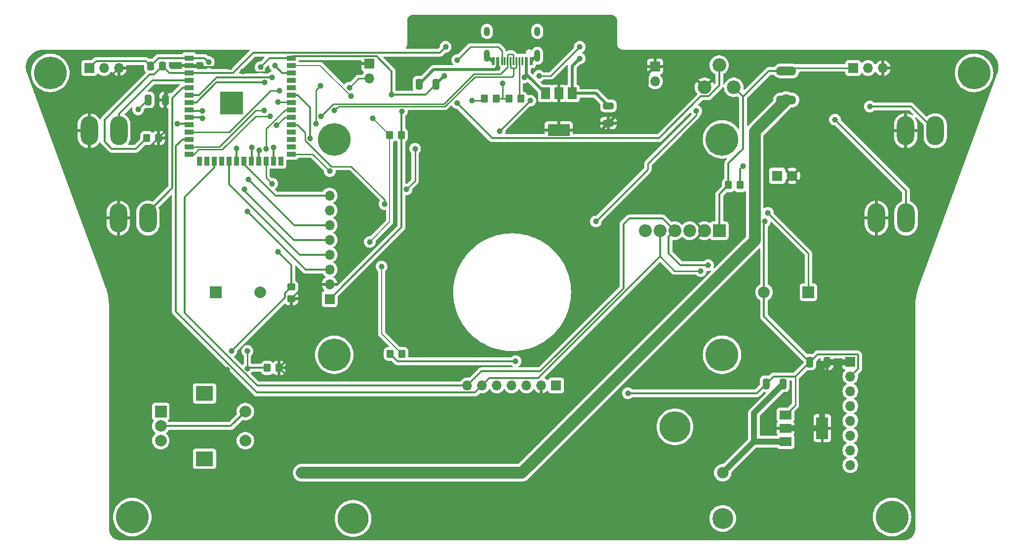
<source format=gbr>
%TF.GenerationSoftware,KiCad,Pcbnew,7.0.7*%
%TF.CreationDate,2023-11-05T16:04:25+01:00*%
%TF.ProjectId,FC_Wheel_PCB-2.0,46435f57-6865-4656-9c5f-5043422d322e,rev?*%
%TF.SameCoordinates,Original*%
%TF.FileFunction,Copper,L1,Top*%
%TF.FilePolarity,Positive*%
%FSLAX46Y46*%
G04 Gerber Fmt 4.6, Leading zero omitted, Abs format (unit mm)*
G04 Created by KiCad (PCBNEW 7.0.7) date 2023-11-05 16:04:25*
%MOMM*%
%LPD*%
G01*
G04 APERTURE LIST*
G04 Aperture macros list*
%AMRoundRect*
0 Rectangle with rounded corners*
0 $1 Rounding radius*
0 $2 $3 $4 $5 $6 $7 $8 $9 X,Y pos of 4 corners*
0 Add a 4 corners polygon primitive as box body*
4,1,4,$2,$3,$4,$5,$6,$7,$8,$9,$2,$3,0*
0 Add four circle primitives for the rounded corners*
1,1,$1+$1,$2,$3*
1,1,$1+$1,$4,$5*
1,1,$1+$1,$6,$7*
1,1,$1+$1,$8,$9*
0 Add four rect primitives between the rounded corners*
20,1,$1+$1,$2,$3,$4,$5,0*
20,1,$1+$1,$4,$5,$6,$7,0*
20,1,$1+$1,$6,$7,$8,$9,0*
20,1,$1+$1,$8,$9,$2,$3,0*%
G04 Aperture macros list end*
%TA.AperFunction,SMDPad,CuDef*%
%ADD10R,1.500000X0.900000*%
%TD*%
%TA.AperFunction,SMDPad,CuDef*%
%ADD11R,0.900000X1.500000*%
%TD*%
%TA.AperFunction,HeatsinkPad*%
%ADD12C,0.600000*%
%TD*%
%TA.AperFunction,SMDPad,CuDef*%
%ADD13R,3.900000X3.900000*%
%TD*%
%TA.AperFunction,ComponentPad*%
%ADD14R,2.200000X2.200000*%
%TD*%
%TA.AperFunction,ComponentPad*%
%ADD15C,2.250000*%
%TD*%
%TA.AperFunction,ComponentPad*%
%ADD16C,2.200000*%
%TD*%
%TA.AperFunction,ComponentPad*%
%ADD17O,2.200000X2.200000*%
%TD*%
%TA.AperFunction,ComponentPad*%
%ADD18C,2.340000*%
%TD*%
%TA.AperFunction,ComponentPad*%
%ADD19R,2.000000X2.000000*%
%TD*%
%TA.AperFunction,ComponentPad*%
%ADD20C,2.000000*%
%TD*%
%TA.AperFunction,SMDPad,CuDef*%
%ADD21RoundRect,0.250000X-0.325000X-0.650000X0.325000X-0.650000X0.325000X0.650000X-0.325000X0.650000X0*%
%TD*%
%TA.AperFunction,ComponentPad*%
%ADD22R,1.700000X1.700000*%
%TD*%
%TA.AperFunction,ComponentPad*%
%ADD23O,1.700000X1.700000*%
%TD*%
%TA.AperFunction,ComponentPad*%
%ADD24C,5.600000*%
%TD*%
%TA.AperFunction,SMDPad,CuDef*%
%ADD25RoundRect,0.250000X-0.350000X-0.450000X0.350000X-0.450000X0.350000X0.450000X-0.350000X0.450000X0*%
%TD*%
%TA.AperFunction,ComponentPad*%
%ADD26O,3.000000X5.000000*%
%TD*%
%TA.AperFunction,SMDPad,CuDef*%
%ADD27R,0.600000X1.450000*%
%TD*%
%TA.AperFunction,SMDPad,CuDef*%
%ADD28R,0.300000X1.450000*%
%TD*%
%TA.AperFunction,ComponentPad*%
%ADD29O,1.000000X2.100000*%
%TD*%
%TA.AperFunction,ComponentPad*%
%ADD30O,1.000000X1.600000*%
%TD*%
%TA.AperFunction,SMDPad,CuDef*%
%ADD31RoundRect,0.250000X-0.650000X0.325000X-0.650000X-0.325000X0.650000X-0.325000X0.650000X0.325000X0*%
%TD*%
%TA.AperFunction,ComponentPad*%
%ADD32C,1.980000*%
%TD*%
%TA.AperFunction,ComponentPad*%
%ADD33C,5.325000*%
%TD*%
%TA.AperFunction,ComponentPad*%
%ADD34C,3.585000*%
%TD*%
%TA.AperFunction,SMDPad,CuDef*%
%ADD35R,1.500000X2.000000*%
%TD*%
%TA.AperFunction,SMDPad,CuDef*%
%ADD36R,3.800000X2.000000*%
%TD*%
%TA.AperFunction,SMDPad,CuDef*%
%ADD37RoundRect,0.250000X-0.337500X-0.475000X0.337500X-0.475000X0.337500X0.475000X-0.337500X0.475000X0*%
%TD*%
%TA.AperFunction,ComponentPad*%
%ADD38O,3.500000X1.500000*%
%TD*%
%TA.AperFunction,ComponentPad*%
%ADD39R,3.000000X2.500000*%
%TD*%
%TA.AperFunction,ComponentPad*%
%ADD40R,1.800000X1.800000*%
%TD*%
%TA.AperFunction,ComponentPad*%
%ADD41C,1.800000*%
%TD*%
%TA.AperFunction,SMDPad,CuDef*%
%ADD42R,2.000000X1.500000*%
%TD*%
%TA.AperFunction,SMDPad,CuDef*%
%ADD43R,2.000000X3.800000*%
%TD*%
%TA.AperFunction,SMDPad,CuDef*%
%ADD44RoundRect,0.250000X0.350000X0.450000X-0.350000X0.450000X-0.350000X-0.450000X0.350000X-0.450000X0*%
%TD*%
%TA.AperFunction,SMDPad,CuDef*%
%ADD45RoundRect,0.250000X-0.450000X0.350000X-0.450000X-0.350000X0.450000X-0.350000X0.450000X0.350000X0*%
%TD*%
%TA.AperFunction,SMDPad,CuDef*%
%ADD46RoundRect,0.250000X0.325000X0.650000X-0.325000X0.650000X-0.325000X-0.650000X0.325000X-0.650000X0*%
%TD*%
%TA.AperFunction,ViaPad*%
%ADD47C,1.000000*%
%TD*%
%TA.AperFunction,Conductor*%
%ADD48C,0.500000*%
%TD*%
%TA.AperFunction,Conductor*%
%ADD49C,0.350000*%
%TD*%
%TA.AperFunction,Conductor*%
%ADD50C,0.250000*%
%TD*%
%TA.AperFunction,Conductor*%
%ADD51C,0.200000*%
%TD*%
%TA.AperFunction,Conductor*%
%ADD52C,1.000000*%
%TD*%
%TA.AperFunction,Conductor*%
%ADD53C,2.000000*%
%TD*%
G04 APERTURE END LIST*
D10*
%TO.P,U2,1,GND*%
%TO.N,Earth*%
X160514000Y-112168000D03*
%TO.P,U2,2,3V3*%
%TO.N,+3V3*%
X160514000Y-113438000D03*
%TO.P,U2,3,EN*%
%TO.N,/EN*%
X160514000Y-114708000D03*
%TO.P,U2,4,IO4*%
%TO.N,/BTN1*%
X160514000Y-115978000D03*
%TO.P,U2,5,IO5*%
%TO.N,/BTN2*%
X160514000Y-117248000D03*
%TO.P,U2,6,IO6*%
%TO.N,/BTN3*%
X160514000Y-118518000D03*
%TO.P,U2,7,IO7*%
%TO.N,/BTN4*%
X160514000Y-119788000D03*
%TO.P,U2,8,IO15*%
%TO.N,/DC*%
X160514000Y-121058000D03*
%TO.P,U2,9,IO16*%
%TO.N,/RST*%
X160514000Y-122328000D03*
%TO.P,U2,10,IO17*%
%TO.N,/L_TRIGGER*%
X160514000Y-123598000D03*
%TO.P,U2,11,IO18*%
%TO.N,/R_TRIGGER*%
X160514000Y-124868000D03*
%TO.P,U2,12,IO8*%
%TO.N,/SDA*%
X160514000Y-126138000D03*
%TO.P,U2,13,IO19*%
%TO.N,/USB_D-*%
X160514000Y-127408000D03*
%TO.P,U2,14,IO20*%
%TO.N,/USB_D+*%
X160514000Y-128678000D03*
D11*
%TO.P,U2,15,IO3*%
%TO.N,unconnected-(U2-IO3-Pad15)*%
X162279000Y-129928000D03*
%TO.P,U2,16,IO46*%
%TO.N,unconnected-(U2-IO46-Pad16)*%
X163549000Y-129928000D03*
%TO.P,U2,17,IO9*%
%TO.N,/SCL*%
X164819000Y-129928000D03*
%TO.P,U2,18,IO10*%
%TO.N,/SS*%
X166089000Y-129928000D03*
%TO.P,U2,19,IO11*%
%TO.N,/MOSI*%
X167359000Y-129928000D03*
%TO.P,U2,20,IO12*%
%TO.N,/SCK*%
X168629000Y-129928000D03*
%TO.P,U2,21,IO13*%
%TO.N,/MISO*%
X169899000Y-129928000D03*
%TO.P,U2,22,IO14*%
%TO.N,/IO14*%
X171169000Y-129928000D03*
%TO.P,U2,23,IO21*%
%TO.N,/ENC_SW*%
X172439000Y-129928000D03*
%TO.P,U2,24,IO47*%
%TO.N,/ENC_A*%
X173709000Y-129928000D03*
%TO.P,U2,25,IO48*%
%TO.N,/ENC_B*%
X174979000Y-129928000D03*
%TO.P,U2,26,IO45*%
%TO.N,unconnected-(U2-IO45-Pad26)*%
X176249000Y-129928000D03*
D10*
%TO.P,U2,27,IO0*%
%TO.N,/IO0*%
X178014000Y-128678000D03*
%TO.P,U2,28,IO35*%
%TO.N,unconnected-(U2-IO35-Pad28)*%
X178014000Y-127408000D03*
%TO.P,U2,29,IO36*%
%TO.N,unconnected-(U2-IO36-Pad29)*%
X178014000Y-126138000D03*
%TO.P,U2,30,IO37*%
%TO.N,unconnected-(U2-IO37-Pad30)*%
X178014000Y-124868000D03*
%TO.P,U2,31,IO38*%
%TO.N,/R_PADDLE*%
X178014000Y-123598000D03*
%TO.P,U2,32,IO39*%
%TO.N,/L_PADDLE*%
X178014000Y-122328000D03*
%TO.P,U2,33,IO40*%
%TO.N,/BUZZER_PIN1*%
X178014000Y-121058000D03*
%TO.P,U2,34,IO41*%
%TO.N,/BUZZER_PIN2*%
X178014000Y-119788000D03*
%TO.P,U2,35,IO42*%
%TO.N,/LED_RESET*%
X178014000Y-118518000D03*
%TO.P,U2,36,RXD0*%
%TO.N,unconnected-(U2-RXD0-Pad36)*%
X178014000Y-117248000D03*
%TO.P,U2,37,TXD0*%
%TO.N,unconnected-(U2-TXD0-Pad37)*%
X178014000Y-115978000D03*
%TO.P,U2,38,IO2*%
%TO.N,/Volume_pot*%
X178014000Y-114708000D03*
%TO.P,U2,39,IO1*%
%TO.N,/bat_level*%
X178014000Y-113438000D03*
%TO.P,U2,40,GND*%
%TO.N,Earth*%
X178014000Y-112168000D03*
D12*
%TO.P,U2,41,GND*%
X166364000Y-119188000D03*
X166364000Y-120588000D03*
X167064000Y-118488000D03*
X167064000Y-119888000D03*
X167064000Y-121288000D03*
X167764000Y-119188000D03*
D13*
X167764000Y-119888000D03*
D12*
X167764000Y-120588000D03*
X168464000Y-118488000D03*
X168464000Y-119888000D03*
X168464000Y-121288000D03*
X169164000Y-119188000D03*
X169164000Y-120588000D03*
%TD*%
D14*
%TO.P,J7,1,Pin_1*%
%TO.N,Earth*%
X251404306Y-141836172D03*
D15*
%TO.P,J7,2,Pin_2*%
%TO.N,+3V3*%
X248864306Y-141836172D03*
D16*
%TO.P,J7,3,Pin_3*%
%TO.N,VCC*%
X246324306Y-141836172D03*
D17*
%TO.P,J7,4,Pin_4*%
%TO.N,/SCL*%
X243784306Y-141836172D03*
%TO.P,J7,5,Pin_5*%
%TO.N,/SDA*%
X241244306Y-141836172D03*
%TO.P,J7,6,Pin_6*%
%TO.N,/LED_RESET*%
X238704306Y-141836172D03*
%TD*%
D18*
%TO.P,Volume1,1,1*%
%TO.N,+3V3*%
X248900000Y-117200000D03*
%TO.P,Volume1,2,2*%
%TO.N,/Volume_pot*%
X251400000Y-113400000D03*
%TO.P,Volume1,3,3*%
%TO.N,Earth*%
X253900000Y-117200000D03*
%TD*%
D19*
%TO.P,BZ1,1,-*%
%TO.N,/BUZZER_PIN1*%
X165100000Y-152400000D03*
D20*
%TO.P,BZ1,2,+*%
%TO.N,Earth*%
X172700000Y-152400000D03*
%TD*%
D21*
%TO.P,C7,1*%
%TO.N,Earth*%
X259450000Y-168150000D03*
%TO.P,C7,2*%
%TO.N,VCC*%
X262400000Y-168150000D03*
%TD*%
%TO.P,C2,1*%
%TO.N,Earth*%
X153514000Y-119380000D03*
%TO.P,C2,2*%
%TO.N,+3V3*%
X156464000Y-119380000D03*
%TD*%
D22*
%TO.P,PADDLE2,1,A*%
%TO.N,+3V3*%
X191400000Y-113125000D03*
D23*
%TO.P,PADDLE2,2,B*%
%TO.N,/L_PADDLE*%
X191400000Y-115665000D03*
%TD*%
D24*
%TO.P,REF\u002A\u002A,1*%
%TO.N,N/C*%
X295100000Y-114730000D03*
%TD*%
D25*
%TO.P,R12,1*%
%TO.N,Net-(J1-CC2)*%
X211150000Y-119150000D03*
%TO.P,R12,2*%
%TO.N,Earth*%
X213150000Y-119150000D03*
%TD*%
D26*
%TO.P,BTN1,2,B*%
%TO.N,/BTN1*%
X148465581Y-124663941D03*
%TO.P,BTN1,1,A*%
%TO.N,+3V3*%
X143385581Y-124663941D03*
%TD*%
%TO.P,BTN3,1,A*%
%TO.N,+3V3*%
X283371152Y-124663081D03*
%TO.P,BTN3,2,B*%
%TO.N,/BTN3*%
X288451152Y-124663081D03*
%TD*%
D19*
%TO.P,BZ2,1,-*%
%TO.N,/BUZZER_PIN2*%
X266700000Y-152400000D03*
D20*
%TO.P,BZ2,2,+*%
%TO.N,Earth*%
X259100000Y-152400000D03*
%TD*%
D27*
%TO.P,J1,A1,GND*%
%TO.N,Earth*%
X219150000Y-112695000D03*
%TO.P,J1,A4,VBUS*%
%TO.N,+5V*%
X218350000Y-112695000D03*
D28*
%TO.P,J1,A5,CC1*%
%TO.N,Net-(J1-CC1)*%
X217150000Y-112695000D03*
%TO.P,J1,A6,D+*%
%TO.N,/USB_D+*%
X216150000Y-112695000D03*
%TO.P,J1,A7,D-*%
%TO.N,/USB_D-*%
X215650000Y-112695000D03*
%TO.P,J1,A8,SBU1*%
%TO.N,unconnected-(J1-SBU1-PadA8)*%
X214650000Y-112695000D03*
D27*
%TO.P,J1,A9,VBUS*%
%TO.N,+5V*%
X213450000Y-112695000D03*
%TO.P,J1,A12,GND*%
%TO.N,Earth*%
X212650000Y-112695000D03*
%TO.P,J1,B1,GND*%
X212650000Y-112695000D03*
%TO.P,J1,B4,VBUS*%
%TO.N,+5V*%
X213450000Y-112695000D03*
D28*
%TO.P,J1,B5,CC2*%
%TO.N,Net-(J1-CC2)*%
X214150000Y-112695000D03*
%TO.P,J1,B6,D+*%
%TO.N,/USB_D+*%
X215150000Y-112695000D03*
%TO.P,J1,B7,D-*%
%TO.N,/USB_D-*%
X216650000Y-112695000D03*
%TO.P,J1,B8,SBU2*%
%TO.N,unconnected-(J1-SBU2-PadB8)*%
X217650000Y-112695000D03*
D27*
%TO.P,J1,B9,VBUS*%
%TO.N,+5V*%
X218350000Y-112695000D03*
%TO.P,J1,B12,GND*%
%TO.N,Earth*%
X219150000Y-112695000D03*
D29*
%TO.P,J1,S1,SHIELD*%
X220220000Y-111780000D03*
D30*
X220220000Y-107600000D03*
D29*
X211580000Y-111780000D03*
D30*
X211580000Y-107600000D03*
%TD*%
D24*
%TO.P,REF\u002A\u002A,1*%
%TO.N,N/C*%
X251900000Y-126150000D03*
%TD*%
D26*
%TO.P,BTN4,1,A*%
%TO.N,+3V3*%
X278369449Y-139664752D03*
%TO.P,BTN4,2,B*%
%TO.N,/BTN4*%
X283449449Y-139664752D03*
%TD*%
D22*
%TO.P,J2,1,Pin_1*%
%TO.N,Earth*%
X184600000Y-153580000D03*
D23*
%TO.P,J2,2,Pin_2*%
%TO.N,+3V3*%
X184600000Y-151040000D03*
%TO.P,J2,3,Pin_3*%
%TO.N,/SCK*%
X184600000Y-148500000D03*
%TO.P,J2,4,Pin_4*%
%TO.N,/MOSI*%
X184600000Y-145960000D03*
%TO.P,J2,5,Pin_5*%
%TO.N,/RST*%
X184600000Y-143420000D03*
%TO.P,J2,6,Pin_6*%
%TO.N,/DC*%
X184600000Y-140880000D03*
%TO.P,J2,7,Pin_7*%
%TO.N,unconnected-(J2-Pin_7-Pad7)*%
X184600000Y-138340000D03*
%TO.P,J2,8,Pin_8*%
%TO.N,/MISO*%
X184600000Y-135800000D03*
%TD*%
D31*
%TO.P,C9,1*%
%TO.N,Earth*%
X232400000Y-120400000D03*
%TO.P,C9,2*%
%TO.N,+3V3*%
X232400000Y-123350000D03*
%TD*%
D32*
%TO.P,BT1,1,+*%
%TO.N,VCC*%
X252020000Y-183400000D03*
%TO.P,BT1,2,-*%
%TO.N,Net-(BT1--)*%
X179800000Y-183400000D03*
D33*
%TO.P,BT1,MH1*%
%TO.N,N/C*%
X188620000Y-191270000D03*
D34*
%TO.P,BT1,MH2*%
X252020000Y-191270000D03*
D33*
%TO.P,BT1,MH3*%
X243820000Y-175530000D03*
%TD*%
D25*
%TO.P,R1,1*%
%TO.N,/ENC_A*%
X173900000Y-165400000D03*
%TO.P,R1,2*%
%TO.N,+3V3*%
X175900000Y-165400000D03*
%TD*%
%TO.P,R_bat1,1*%
%TO.N,VCC*%
X195000000Y-163000000D03*
%TO.P,R_bat1,2*%
%TO.N,/bat_level*%
X197000000Y-163000000D03*
%TD*%
D35*
%TO.P,U6,1,GND*%
%TO.N,Earth*%
X226200000Y-118250000D03*
%TO.P,U6,2,VO*%
%TO.N,+3V3*%
X223900000Y-118250000D03*
D36*
X223900000Y-124550000D03*
D35*
%TO.P,U6,3,VI*%
%TO.N,+5V*%
X221600000Y-118250000D03*
%TD*%
D25*
%TO.P,R9,1*%
%TO.N,Earth*%
X253000000Y-134000000D03*
%TO.P,R9,2*%
%TO.N,Net-(D1-K)*%
X255000000Y-134000000D03*
%TD*%
D21*
%TO.P,C6,1*%
%TO.N,Earth*%
X266950000Y-164400000D03*
%TO.P,C6,2*%
%TO.N,+3V3*%
X269900000Y-164400000D03*
%TD*%
D26*
%TO.P,BTN2,1,A*%
%TO.N,+3V3*%
X148370544Y-139661928D03*
%TO.P,BTN2,2,B*%
%TO.N,/BTN2*%
X153450544Y-139661928D03*
%TD*%
D37*
%TO.P,C8,1*%
%TO.N,Earth*%
X153881000Y-113538000D03*
%TO.P,C8,2*%
%TO.N,/EN*%
X155956000Y-113538000D03*
%TD*%
D24*
%TO.P,REF\u002A\u002A,1*%
%TO.N,N/C*%
X185400000Y-163150000D03*
%TD*%
D38*
%TO.P,SW3,1,A*%
%TO.N,Earth*%
X262900000Y-114400000D03*
%TO.P,SW3,2,B*%
%TO.N,Net-(BT1--)*%
X262900000Y-119400000D03*
%TD*%
D22*
%TO.P,PADDLE1,1,A*%
%TO.N,+3V3*%
X240400000Y-113625000D03*
D23*
%TO.P,PADDLE1,2,B*%
%TO.N,/R_PADDLE*%
X240400000Y-116165000D03*
%TD*%
D24*
%TO.P,REF\u002A\u002A,1*%
%TO.N,N/C*%
X136700000Y-114730000D03*
%TD*%
D19*
%TO.P,SW10,A,A*%
%TO.N,/ENC_A*%
X155650000Y-172900000D03*
D20*
%TO.P,SW10,B,B*%
%TO.N,/ENC_B*%
X155650000Y-177900000D03*
%TO.P,SW10,C,C*%
%TO.N,Earth*%
X155650000Y-175400000D03*
D39*
%TO.P,SW10,MP*%
%TO.N,N/C*%
X163150000Y-169800000D03*
X163150000Y-181000000D03*
D20*
%TO.P,SW10,S1,S1*%
%TO.N,Earth*%
X170150000Y-172900000D03*
%TO.P,SW10,S2,S2*%
%TO.N,/ENC_SW*%
X170150000Y-177900000D03*
%TD*%
D25*
%TO.P,R10,1*%
%TO.N,/EN*%
X153250000Y-125900000D03*
%TO.P,R10,2*%
%TO.N,+3V3*%
X155250000Y-125900000D03*
%TD*%
D24*
%TO.P,REF\u002A\u002A,1*%
%TO.N,N/C*%
X281035000Y-191022700D03*
%TD*%
D25*
%TO.P,R_bat2,1*%
%TO.N,/bat_level*%
X194900000Y-125400000D03*
%TO.P,R_bat2,2*%
%TO.N,Earth*%
X196900000Y-125400000D03*
%TD*%
D40*
%TO.P,D1,1,K*%
%TO.N,Net-(D1-K)*%
X261360000Y-132400000D03*
D41*
%TO.P,D1,2,A*%
%TO.N,+3V3*%
X263900000Y-132400000D03*
%TD*%
D42*
%TO.P,U7,1,GND*%
%TO.N,Earth*%
X262788000Y-173468000D03*
%TO.P,U7,2,VO*%
%TO.N,+3V3*%
X262788000Y-175768000D03*
D43*
X269088000Y-175768000D03*
D42*
%TO.P,U7,3,VI*%
%TO.N,VCC*%
X262788000Y-178068000D03*
%TD*%
D24*
%TO.P,REF\u002A\u002A,1*%
%TO.N,N/C*%
X251900000Y-163150000D03*
%TD*%
D44*
%TO.P,R11,1*%
%TO.N,Net-(J1-CC1)*%
X217400000Y-119150000D03*
%TO.P,R11,2*%
%TO.N,Earth*%
X215400000Y-119150000D03*
%TD*%
D24*
%TO.P,REF\u002A\u002A,1*%
%TO.N,N/C*%
X150765000Y-191022700D03*
%TD*%
D45*
%TO.P,R2,1*%
%TO.N,/ENC_B*%
X178000000Y-151500000D03*
%TO.P,R2,2*%
%TO.N,+3V3*%
X178000000Y-153500000D03*
%TD*%
D24*
%TO.P,REF\u002A\u002A,1*%
%TO.N,N/C*%
X185400000Y-126150000D03*
%TD*%
D22*
%TO.P,J5,1,Pin_1*%
%TO.N,Earth*%
X274400000Y-113875000D03*
D23*
%TO.P,J5,2,Pin_2*%
%TO.N,/R_TRIGGER*%
X276940000Y-113875000D03*
%TO.P,J5,3,Pin_3*%
%TO.N,+3V3*%
X279480000Y-113875000D03*
%TD*%
D46*
%TO.P,C5,1*%
%TO.N,Earth*%
X202875000Y-116650000D03*
%TO.P,C5,2*%
%TO.N,+5V*%
X199925000Y-116650000D03*
%TD*%
D22*
%TO.P,J4,1,Pin_1*%
%TO.N,Earth*%
X143375000Y-113900000D03*
D23*
%TO.P,J4,2,Pin_2*%
%TO.N,/L_TRIGGER*%
X145915000Y-113900000D03*
%TO.P,J4,3,Pin_3*%
%TO.N,+3V3*%
X148455000Y-113900000D03*
%TD*%
D22*
%TO.P,J3,1,Pin_1*%
%TO.N,+3V3*%
X273900000Y-164320000D03*
D23*
%TO.P,J3,2,Pin_2*%
%TO.N,Earth*%
X273900000Y-166860000D03*
%TO.P,J3,3,Pin_3*%
%TO.N,/SCL*%
X273900000Y-169400000D03*
%TO.P,J3,4,Pin_4*%
%TO.N,/SDA*%
X273900000Y-171940000D03*
%TO.P,J3,5,Pin_5*%
%TO.N,unconnected-(J3-Pin_5-Pad5)*%
X273900000Y-174480000D03*
%TO.P,J3,6,Pin_6*%
%TO.N,unconnected-(J3-Pin_6-Pad6)*%
X273900000Y-177020000D03*
%TO.P,J3,7,Pin_7*%
%TO.N,unconnected-(J3-Pin_7-Pad7)*%
X273900000Y-179560000D03*
%TO.P,J3,8,Pin_8*%
%TO.N,unconnected-(J3-Pin_8-Pad8)*%
X273900000Y-182100000D03*
%TD*%
D22*
%TO.P,J6,1,Pin_1*%
%TO.N,Earth*%
X223440000Y-168400000D03*
D23*
%TO.P,J6,2,Pin_2*%
%TO.N,+3V3*%
X220900000Y-168400000D03*
%TO.P,J6,3,Pin_3*%
%TO.N,VCC*%
X218360000Y-168400000D03*
%TO.P,J6,4,Pin_4*%
%TO.N,unconnected-(J6-Pin_4-Pad4)*%
X215820000Y-168400000D03*
%TO.P,J6,5,Pin_5*%
%TO.N,/IO14*%
X213280000Y-168400000D03*
%TO.P,J6,6,Pin_6*%
%TO.N,/SDA*%
X210740000Y-168400000D03*
%TO.P,J6,7,Pin_7*%
%TO.N,/SCL*%
X208200000Y-168400000D03*
%TD*%
D47*
%TO.N,+5V*%
X213427869Y-113930826D03*
X217974500Y-115500000D03*
%TO.N,/ENC_A*%
X170500000Y-162500000D03*
X174750000Y-133750000D03*
%TO.N,Earth*%
X235750000Y-169750000D03*
X259250000Y-140250000D03*
%TO.N,/R_PADDLE*%
X247500000Y-121250000D03*
X230250000Y-140250000D03*
X194000000Y-137250000D03*
%TO.N,/L_PADDLE*%
X182250000Y-123500000D03*
X183000000Y-116925500D03*
X175500000Y-123750000D03*
X188000000Y-117250000D03*
%TO.N,/BUZZER_PIN1*%
X173750000Y-127750000D03*
%TO.N,/IO0*%
X184632274Y-131617726D03*
X213750000Y-124750000D03*
X197774500Y-134750000D03*
X199250000Y-127750000D03*
X220500000Y-115250000D03*
X227500000Y-110250000D03*
X219000000Y-119500000D03*
%TO.N,Earth*%
X195250000Y-118500000D03*
X197000000Y-121324500D03*
X214250000Y-116500000D03*
%TO.N,+3V3*%
X245250000Y-130500000D03*
X250500000Y-120250000D03*
%TO.N,/R_TRIGGER*%
X176000000Y-117750000D03*
%TO.N,+3V3*%
X169750000Y-114500000D03*
X167500000Y-113750000D03*
X174000000Y-114250000D03*
%TO.N,Earth*%
X151750000Y-121000000D03*
%TO.N,+3V3*%
X158250000Y-113500000D03*
%TO.N,Earth*%
X163875000Y-112875000D03*
X172750000Y-113750000D03*
%TO.N,/Volume_pot*%
X175250000Y-113500000D03*
X206500000Y-119925500D03*
%TO.N,Net-(D1-K)*%
X255500000Y-130750000D03*
%TO.N,+3V3*%
X244750000Y-145500000D03*
%TO.N,VCC*%
X216500000Y-164250000D03*
%TO.N,/bat_level*%
X193500000Y-148000000D03*
X191500000Y-143750000D03*
%TO.N,+3V3*%
X221750000Y-120750000D03*
%TO.N,/BUZZER_PIN2*%
X175750000Y-119750000D03*
X259750000Y-138750000D03*
%TO.N,/SDA*%
X248250000Y-148750000D03*
%TO.N,/SCL*%
X249500000Y-147750000D03*
%TO.N,/ENC_SW*%
X172500000Y-128000000D03*
%TO.N,/ENC_A*%
X170500000Y-165500000D03*
%TO.N,/ENC_B*%
X167750000Y-162500000D03*
%TO.N,+3V3*%
X178000000Y-166750000D03*
X167000000Y-165750000D03*
%TO.N,/BTN4*%
X173500000Y-116374500D03*
X271250000Y-122750000D03*
%TO.N,/BTN3*%
X277250000Y-120500000D03*
X174750000Y-115500000D03*
%TO.N,/EN*%
X204500000Y-110250000D03*
%TO.N,/L_TRIGGER*%
X158500000Y-123500000D03*
%TO.N,+3V3*%
X157250000Y-117250000D03*
%TO.N,/ENC_B*%
X175000000Y-127500000D03*
X175750000Y-145500000D03*
%TO.N,Earth*%
X227500000Y-112250000D03*
%TO.N,/LED_RESET*%
X181250000Y-126000000D03*
%TO.N,/IO14*%
X171250000Y-127500000D03*
%TO.N,/SCK*%
X170500000Y-138500000D03*
X168625629Y-127678882D03*
%TO.N,/RST*%
X162750000Y-122500000D03*
X170000000Y-134750000D03*
%TO.N,/DC*%
X162750000Y-121250000D03*
X170692135Y-133057865D03*
%TO.N,/bat_level*%
X188250000Y-118750000D03*
X192000000Y-122500000D03*
%TO.N,Earth*%
X204250000Y-115250000D03*
%TO.N,Net-(J1-CC2)*%
X209000000Y-119500000D03*
X206500000Y-112500000D03*
%TO.N,/USB_D+*%
X183150000Y-122150000D03*
X174400000Y-122150000D03*
%TO.N,/USB_D-*%
X173400000Y-121150000D03*
X185400000Y-121150000D03*
%TD*%
D48*
%TO.N,+5V*%
X217974500Y-115375500D02*
X217974500Y-115500000D01*
X218350000Y-115000000D02*
X217974500Y-115375500D01*
D49*
%TO.N,/BTN4*%
X283449449Y-134949449D02*
X283449449Y-139664752D01*
X271250000Y-122750000D02*
X283449449Y-134949449D01*
D50*
%TO.N,/ENC_A*%
X170500000Y-162500000D02*
X170500000Y-165500000D01*
X173709000Y-132709000D02*
X174750000Y-133750000D01*
X173709000Y-129928000D02*
X173709000Y-132709000D01*
D49*
%TO.N,Earth*%
X257850000Y-169750000D02*
X235750000Y-169750000D01*
X259450000Y-168150000D02*
X257850000Y-169750000D01*
D50*
X264475000Y-171781000D02*
X264475000Y-166875000D01*
X262788000Y-173468000D02*
X264475000Y-171781000D01*
D49*
X275125000Y-163095000D02*
X275250000Y-163220000D01*
X268255000Y-163095000D02*
X275125000Y-163095000D01*
X275250000Y-163220000D02*
X275250000Y-165510000D01*
X266950000Y-164400000D02*
X268255000Y-163095000D01*
X275250000Y-165510000D02*
X273900000Y-166860000D01*
X264475000Y-166875000D02*
X260725000Y-166875000D01*
X260725000Y-166875000D02*
X259450000Y-168150000D01*
X266950000Y-164400000D02*
X264475000Y-166875000D01*
X259100000Y-156550000D02*
X266950000Y-164400000D01*
X259100000Y-152400000D02*
X259100000Y-156550000D01*
X259100000Y-140400000D02*
X259100000Y-152400000D01*
X259250000Y-140250000D02*
X259100000Y-140400000D01*
D50*
%TO.N,/R_PADDLE*%
X247500000Y-122000000D02*
X247500000Y-121250000D01*
X239175000Y-130325000D02*
X247500000Y-122000000D01*
X239175000Y-131325000D02*
X239175000Y-130325000D01*
X230250000Y-140250000D02*
X239175000Y-131325000D01*
D49*
%TO.N,/Volume_pot*%
X241075000Y-125925000D02*
X212499500Y-125925000D01*
X248255000Y-118745000D02*
X241075000Y-125925000D01*
X212499500Y-125925000D02*
X206500000Y-119925500D01*
X251400000Y-116884960D02*
X249539960Y-118745000D01*
X251400000Y-113400000D02*
X251400000Y-116884960D01*
X249539960Y-118745000D02*
X248255000Y-118745000D01*
D50*
%TO.N,/R_PADDLE*%
X194000000Y-136500000D02*
X194000000Y-137250000D01*
X188292726Y-130792726D02*
X194000000Y-136500000D01*
X184875999Y-130792726D02*
X188292726Y-130792726D01*
X180425000Y-126341727D02*
X184875999Y-130792726D01*
X180425000Y-125009000D02*
X180425000Y-126341727D01*
X179014000Y-123598000D02*
X180425000Y-125009000D01*
X178014000Y-123598000D02*
X179014000Y-123598000D01*
%TO.N,/IO0*%
X181678000Y-128678000D02*
X178014000Y-128678000D01*
X184617726Y-131617726D02*
X181678000Y-128678000D01*
X184632274Y-131617726D02*
X184617726Y-131617726D01*
%TO.N,/L_PADDLE*%
X175500000Y-123750000D02*
X176922000Y-122328000D01*
X176922000Y-122328000D02*
X178014000Y-122328000D01*
X182250000Y-117675500D02*
X182250000Y-123500000D01*
X183000000Y-116925500D02*
X182250000Y-117675500D01*
X189585000Y-115665000D02*
X188000000Y-117250000D01*
X191400000Y-115665000D02*
X189585000Y-115665000D01*
D49*
%TO.N,Earth*%
X195250000Y-114500000D02*
X195250000Y-118500000D01*
X192650000Y-111900000D02*
X195250000Y-114500000D01*
X178014000Y-112168000D02*
X178282000Y-111900000D01*
X178282000Y-111900000D02*
X192650000Y-111900000D01*
D50*
%TO.N,/BUZZER_PIN1*%
X173750000Y-124322000D02*
X173750000Y-127750000D01*
X177014000Y-121058000D02*
X173750000Y-124322000D01*
X178014000Y-121058000D02*
X177014000Y-121058000D01*
%TO.N,/IO0*%
X199250000Y-133274500D02*
X197774500Y-134750000D01*
X219000000Y-119500000D02*
X213750000Y-124750000D01*
X222500000Y-115250000D02*
X220500000Y-115250000D01*
X227500000Y-110250000D02*
X222500000Y-115250000D01*
X199250000Y-127750000D02*
X199250000Y-133274500D01*
%TO.N,/USB_D+*%
X215150000Y-113720000D02*
X215150000Y-112695000D01*
X213970000Y-114900000D02*
X215150000Y-113720000D01*
X204200000Y-120050000D02*
X209350000Y-114900000D01*
X185250000Y-120050000D02*
X204200000Y-120050000D01*
X209350000Y-114900000D02*
X213970000Y-114900000D01*
X183150000Y-122150000D02*
X185250000Y-120050000D01*
D49*
%TO.N,Earth*%
X201025000Y-118500000D02*
X202875000Y-116650000D01*
X195250000Y-118500000D02*
X201025000Y-118500000D01*
X196900000Y-121424500D02*
X197000000Y-121324500D01*
X196900000Y-125400000D02*
X196900000Y-121424500D01*
D50*
%TO.N,/USB_D-*%
X215900000Y-115400000D02*
X216150000Y-115150000D01*
X186203123Y-120500000D02*
X204386396Y-120500000D01*
X216150000Y-115150000D02*
X216150000Y-113900000D01*
X185928123Y-120775000D02*
X186203123Y-120500000D01*
X204386396Y-120500000D02*
X209486396Y-115400000D01*
X209486396Y-115400000D02*
X215900000Y-115400000D01*
X185775000Y-120775000D02*
X185928123Y-120775000D01*
X185400000Y-121150000D02*
X185775000Y-120775000D01*
%TO.N,Earth*%
X214250000Y-119150000D02*
X214250000Y-116500000D01*
X214250000Y-119150000D02*
X213150000Y-119150000D01*
X215400000Y-119150000D02*
X214250000Y-119150000D01*
D48*
%TO.N,+3V3*%
X239100000Y-116650000D02*
X232400000Y-123350000D01*
X239100000Y-114925000D02*
X239100000Y-116650000D01*
X240400000Y-113625000D02*
X239100000Y-114925000D01*
X245250000Y-125500000D02*
X250500000Y-120250000D01*
X245250000Y-130500000D02*
X245250000Y-125500000D01*
D50*
%TO.N,Earth*%
X263425000Y-113875000D02*
X262900000Y-114400000D01*
X274400000Y-113875000D02*
X263425000Y-113875000D01*
%TO.N,/R_TRIGGER*%
X174452000Y-117750000D02*
X176000000Y-117750000D01*
X167334000Y-124868000D02*
X174452000Y-117750000D01*
X160514000Y-124868000D02*
X167334000Y-124868000D01*
D49*
%TO.N,+3V3*%
X167500000Y-113750000D02*
X160826000Y-113750000D01*
X160826000Y-113750000D02*
X160514000Y-113438000D01*
D50*
X169750000Y-114500000D02*
X169825000Y-114575000D01*
X173675000Y-114575000D02*
X174000000Y-114250000D01*
X169825000Y-114575000D02*
X173675000Y-114575000D01*
D49*
%TO.N,/EN*%
X171500000Y-111250000D02*
X203500000Y-111250000D01*
X168042000Y-114708000D02*
X171500000Y-111250000D01*
X160514000Y-114708000D02*
X168042000Y-114708000D01*
X203500000Y-111250000D02*
X204500000Y-110250000D01*
%TO.N,Earth*%
X163168000Y-112168000D02*
X160514000Y-112168000D01*
X163875000Y-112875000D02*
X163168000Y-112168000D01*
%TO.N,/Volume_pot*%
X176458000Y-114708000D02*
X178014000Y-114708000D01*
X175250000Y-113500000D02*
X176458000Y-114708000D01*
%TO.N,Earth*%
X153370000Y-119380000D02*
X151750000Y-121000000D01*
X153514000Y-119380000D02*
X153370000Y-119380000D01*
%TO.N,+3V3*%
X160452000Y-113500000D02*
X160514000Y-113438000D01*
X158250000Y-113500000D02*
X160452000Y-113500000D01*
%TO.N,Earth*%
X174332000Y-112168000D02*
X172750000Y-113750000D01*
X178014000Y-112168000D02*
X174332000Y-112168000D01*
X259900000Y-114400000D02*
X255500000Y-118800000D01*
X262900000Y-114400000D02*
X259900000Y-114400000D01*
X255500000Y-127750000D02*
X255500000Y-118800000D01*
X253000000Y-130250000D02*
X255500000Y-127750000D01*
X253000000Y-134000000D02*
X253000000Y-130250000D01*
X255500000Y-118800000D02*
X253900000Y-117200000D01*
%TO.N,Net-(D1-K)*%
X255000000Y-131250000D02*
X255500000Y-130750000D01*
X255000000Y-134000000D02*
X255000000Y-131250000D01*
%TO.N,Earth*%
X251404306Y-135595694D02*
X253000000Y-134000000D01*
X251404306Y-141836172D02*
X251404306Y-135595694D01*
%TO.N,+3V3*%
X244750000Y-145500000D02*
X245200478Y-145500000D01*
X245200478Y-145500000D02*
X248864306Y-141836172D01*
%TO.N,/SCL*%
X244750000Y-147750000D02*
X249500000Y-147750000D01*
X242750000Y-145750000D02*
X244750000Y-147750000D01*
X242750000Y-142870478D02*
X242750000Y-145750000D01*
X243784306Y-141836172D02*
X242750000Y-142870478D01*
%TO.N,VCC*%
X196250000Y-164250000D02*
X216500000Y-164250000D01*
X195000000Y-163000000D02*
X196250000Y-164250000D01*
D51*
%TO.N,/bat_level*%
X193500000Y-148000000D02*
X193500000Y-159500000D01*
X193500000Y-159500000D02*
X197000000Y-163000000D01*
X194900000Y-140350000D02*
X191500000Y-143750000D01*
X194900000Y-125400000D02*
X194900000Y-140350000D01*
D49*
%TO.N,Earth*%
X196900000Y-141280000D02*
X184600000Y-153580000D01*
X196900000Y-125400000D02*
X196900000Y-141280000D01*
D48*
%TO.N,+3V3*%
X223900000Y-120750000D02*
X221750000Y-120750000D01*
X223900000Y-120750000D02*
X223900000Y-124550000D01*
X223900000Y-118250000D02*
X223900000Y-120750000D01*
D50*
%TO.N,/BUZZER_PIN2*%
X177976000Y-119750000D02*
X178014000Y-119788000D01*
X175750000Y-119750000D02*
X177976000Y-119750000D01*
X266700000Y-145700000D02*
X259750000Y-138750000D01*
X266700000Y-152400000D02*
X266700000Y-145700000D01*
%TO.N,/SDA*%
X248250000Y-148750000D02*
X243738612Y-148750000D01*
X243738612Y-148750000D02*
X241244306Y-146255694D01*
D52*
%TO.N,+3V3*%
X273820000Y-164400000D02*
X273900000Y-164320000D01*
X269900000Y-164400000D02*
X273820000Y-164400000D01*
X269088000Y-165212000D02*
X269088000Y-175768000D01*
X269900000Y-164400000D02*
X269088000Y-165212000D01*
%TO.N,VCC*%
X257352000Y-173198000D02*
X257352000Y-178068000D01*
X262400000Y-168150000D02*
X257352000Y-173198000D01*
%TO.N,+3V3*%
X262788000Y-175768000D02*
X269088000Y-175768000D01*
%TO.N,VCC*%
X257352000Y-178068000D02*
X252020000Y-183400000D01*
X262788000Y-178068000D02*
X257352000Y-178068000D01*
D53*
%TO.N,Net-(BT1--)*%
X217600000Y-183400000D02*
X257500000Y-143500000D01*
X257500000Y-143500000D02*
X257500000Y-124800000D01*
X257500000Y-124800000D02*
X262900000Y-119400000D01*
X179800000Y-183400000D02*
X217600000Y-183400000D01*
D49*
%TO.N,/ENC_SW*%
X172439000Y-128061000D02*
X172500000Y-128000000D01*
X172439000Y-129928000D02*
X172439000Y-128061000D01*
%TO.N,Earth*%
X167650000Y-175400000D02*
X170150000Y-172900000D01*
X155650000Y-175400000D02*
X167650000Y-175400000D01*
%TO.N,/ENC_A*%
X170600000Y-165400000D02*
X170500000Y-165500000D01*
X173900000Y-165400000D02*
X170600000Y-165400000D01*
%TO.N,/ENC_B*%
X176925000Y-153325000D02*
X167750000Y-162500000D01*
X176925000Y-152575000D02*
X176925000Y-153325000D01*
X178000000Y-151500000D02*
X176925000Y-152575000D01*
%TO.N,+3V3*%
X178000000Y-163300000D02*
X178000000Y-153500000D01*
X175900000Y-165400000D02*
X178000000Y-163300000D01*
X177250000Y-166750000D02*
X175900000Y-165400000D01*
X178000000Y-166750000D02*
X177250000Y-166750000D01*
X148370544Y-139661928D02*
X148370544Y-147120544D01*
X148370544Y-147120544D02*
X167000000Y-165750000D01*
X143385581Y-127794493D02*
X148370544Y-132779456D01*
X143385581Y-124663941D02*
X143385581Y-127794493D01*
X148370544Y-132779456D02*
X148370544Y-139661928D01*
X155250000Y-125900000D02*
X148370544Y-132779456D01*
X156250000Y-119594000D02*
X156464000Y-119380000D01*
X156250000Y-124900000D02*
X156250000Y-119594000D01*
X155250000Y-125900000D02*
X156250000Y-124900000D01*
%TO.N,/EN*%
X153750000Y-115000000D02*
X154494000Y-115000000D01*
X146000000Y-126500000D02*
X146000000Y-122750000D01*
X147250000Y-127750000D02*
X146000000Y-126500000D01*
X151400000Y-127750000D02*
X147250000Y-127750000D01*
X146000000Y-122750000D02*
X153750000Y-115000000D01*
X153250000Y-125900000D02*
X151400000Y-127750000D01*
X154494000Y-115000000D02*
X155956000Y-113538000D01*
%TO.N,/BTN4*%
X161739818Y-119788000D02*
X160514000Y-119788000D01*
X165153318Y-116374500D02*
X161739818Y-119788000D01*
X173500000Y-116374500D02*
X165153318Y-116374500D01*
%TO.N,/BTN3*%
X165250000Y-115500000D02*
X174750000Y-115500000D01*
X162232000Y-118518000D02*
X165250000Y-115500000D01*
X160514000Y-118518000D02*
X162232000Y-118518000D01*
X277250000Y-120500000D02*
X284288071Y-120500000D01*
X284288071Y-120500000D02*
X288451152Y-124663081D01*
%TO.N,Earth*%
X155251000Y-112168000D02*
X153881000Y-113538000D01*
X160514000Y-112168000D02*
X155251000Y-112168000D01*
%TO.N,/L_TRIGGER*%
X160416000Y-123500000D02*
X160514000Y-123598000D01*
X158500000Y-123500000D02*
X160416000Y-123500000D01*
%TO.N,+3V3*%
X156464000Y-118536000D02*
X156464000Y-119380000D01*
X157250000Y-117750000D02*
X156464000Y-118536000D01*
X157250000Y-117250000D02*
X157250000Y-117750000D01*
%TO.N,Earth*%
X144600000Y-112675000D02*
X143375000Y-113900000D01*
X153018000Y-112675000D02*
X144600000Y-112675000D01*
X153881000Y-113538000D02*
X153018000Y-112675000D01*
%TO.N,/EN*%
X157126000Y-114708000D02*
X160514000Y-114708000D01*
X155956000Y-113538000D02*
X157126000Y-114708000D01*
%TO.N,+3V3*%
X143385581Y-124663941D02*
X143385581Y-118969419D01*
X143385581Y-118969419D02*
X148455000Y-113900000D01*
%TO.N,/BTN1*%
X148465581Y-121784419D02*
X148465581Y-124663941D01*
X154272000Y-115978000D02*
X148465581Y-121784419D01*
X160514000Y-115978000D02*
X154272000Y-115978000D01*
%TO.N,/BTN2*%
X157612472Y-119049528D02*
X159414000Y-117248000D01*
X157612472Y-134500000D02*
X157612472Y-119049528D01*
X153450544Y-138661928D02*
X157612472Y-134500000D01*
X159414000Y-117248000D02*
X160514000Y-117248000D01*
X153450544Y-139661928D02*
X153450544Y-138661928D01*
%TO.N,/ENC_B*%
X174979000Y-127521000D02*
X174979000Y-129928000D01*
X175000000Y-127500000D02*
X174979000Y-127521000D01*
X178000000Y-147750000D02*
X175750000Y-145500000D01*
X178000000Y-151500000D02*
X178000000Y-147750000D01*
D48*
%TO.N,+3V3*%
X231200000Y-124550000D02*
X232400000Y-123350000D01*
X223900000Y-124550000D02*
X231200000Y-124550000D01*
%TO.N,Earth*%
X230250000Y-118250000D02*
X226200000Y-118250000D01*
X232400000Y-120400000D02*
X230250000Y-118250000D01*
X226200000Y-113550000D02*
X226200000Y-118250000D01*
X227500000Y-112250000D02*
X226200000Y-113550000D01*
D49*
%TO.N,/LED_RESET*%
X179114000Y-118518000D02*
X178014000Y-118518000D01*
X181250000Y-120654000D02*
X179114000Y-118518000D01*
X181250000Y-126000000D02*
X181250000Y-120654000D01*
%TO.N,/IO14*%
X171250000Y-127500000D02*
X171250000Y-129847000D01*
X171250000Y-129847000D02*
X171169000Y-129928000D01*
%TO.N,/SCL*%
X236000000Y-139750000D02*
X241698134Y-139750000D01*
X241698134Y-139750000D02*
X243784306Y-141836172D01*
X235000000Y-140750000D02*
X236000000Y-139750000D01*
X235000000Y-151722182D02*
X235000000Y-140750000D01*
X220722182Y-166000000D02*
X235000000Y-151722182D01*
X210600000Y-166000000D02*
X220722182Y-166000000D01*
X208200000Y-168400000D02*
X210600000Y-166000000D01*
%TO.N,/SDA*%
X241244306Y-146255694D02*
X241244306Y-141836172D01*
X220325000Y-167175000D02*
X241244306Y-146255694D01*
X211965000Y-167175000D02*
X220325000Y-167175000D01*
X210740000Y-168400000D02*
X211965000Y-167175000D01*
%TO.N,/SCL*%
X164819000Y-131028000D02*
X164819000Y-129928000D01*
X159750000Y-136097000D02*
X164819000Y-131028000D01*
X159750000Y-156000000D02*
X159750000Y-136097000D01*
X172150000Y-168400000D02*
X159750000Y-156000000D01*
X208200000Y-168400000D02*
X172150000Y-168400000D01*
%TO.N,/SDA*%
X172125000Y-169625000D02*
X209515000Y-169625000D01*
X209515000Y-169625000D02*
X210740000Y-168400000D01*
X158250000Y-155750000D02*
X172125000Y-169625000D01*
X158250000Y-127302000D02*
X158250000Y-155750000D01*
X159414000Y-126138000D02*
X158250000Y-127302000D01*
X160514000Y-126138000D02*
X159414000Y-126138000D01*
%TO.N,+3V3*%
X180460000Y-151040000D02*
X178000000Y-153500000D01*
X184600000Y-151040000D02*
X180460000Y-151040000D01*
%TO.N,/SCK*%
X168625629Y-128824629D02*
X168629000Y-128828000D01*
X168625629Y-127678882D02*
X168625629Y-128824629D01*
X168629000Y-128828000D02*
X168629000Y-129928000D01*
X180500000Y-148500000D02*
X170500000Y-138500000D01*
X184600000Y-148500000D02*
X180500000Y-148500000D01*
%TO.N,/DC*%
X178514270Y-140880000D02*
X170692135Y-133057865D01*
X184600000Y-140880000D02*
X178514270Y-140880000D01*
%TO.N,/MISO*%
X169899000Y-130399000D02*
X169899000Y-129928000D01*
X175300000Y-135800000D02*
X169899000Y-130399000D01*
X184600000Y-135800000D02*
X175300000Y-135800000D01*
%TO.N,/RST*%
X178420000Y-143420000D02*
X184600000Y-143420000D01*
X170000000Y-135000000D02*
X178420000Y-143420000D01*
X170000000Y-134750000D02*
X170000000Y-135000000D01*
%TO.N,/MOSI*%
X179460000Y-145960000D02*
X167359000Y-133859000D01*
X184600000Y-145960000D02*
X179460000Y-145960000D01*
X167359000Y-133859000D02*
X167359000Y-129928000D01*
%TO.N,/RST*%
X162750000Y-122500000D02*
X162578000Y-122328000D01*
X162578000Y-122328000D02*
X160514000Y-122328000D01*
%TO.N,/DC*%
X160706000Y-121250000D02*
X160514000Y-121058000D01*
X162750000Y-121250000D02*
X160706000Y-121250000D01*
D51*
%TO.N,/bat_level*%
X188250000Y-118750000D02*
X182938000Y-113438000D01*
X182938000Y-113438000D02*
X178014000Y-113438000D01*
X194900000Y-125400000D02*
X192000000Y-122500000D01*
D48*
%TO.N,Earth*%
X202875000Y-116625000D02*
X204250000Y-115250000D01*
X202875000Y-116650000D02*
X202875000Y-116625000D01*
D50*
%TO.N,Net-(J1-CC2)*%
X209000000Y-119500000D02*
X210800000Y-119500000D01*
X210800000Y-119500000D02*
X211150000Y-119150000D01*
X208750000Y-110250000D02*
X206500000Y-112500000D01*
X213500000Y-110250000D02*
X208750000Y-110250000D01*
X214150000Y-110900000D02*
X213500000Y-110250000D01*
X214150000Y-112695000D02*
X214150000Y-110900000D01*
D48*
%TO.N,+5V*%
X218350000Y-115000000D02*
X221600000Y-118250000D01*
X218350000Y-112695000D02*
X218350000Y-115000000D01*
X202425000Y-114150000D02*
X199925000Y-116650000D01*
X213120000Y-114150000D02*
X202425000Y-114150000D01*
X213450000Y-113820000D02*
X213120000Y-114150000D01*
X213450000Y-112695000D02*
X213450000Y-113820000D01*
D50*
%TO.N,/USB_D+*%
X166150000Y-127900000D02*
X171900000Y-122150000D01*
X162150000Y-127900000D02*
X166150000Y-127900000D01*
X171900000Y-122150000D02*
X174400000Y-122150000D01*
X161372000Y-128678000D02*
X162150000Y-127900000D01*
X160514000Y-128678000D02*
X161372000Y-128678000D01*
%TO.N,/USB_D-*%
X165642000Y-127408000D02*
X160514000Y-127408000D01*
X171900000Y-121150000D02*
X165642000Y-127408000D01*
X173400000Y-121150000D02*
X171900000Y-121150000D01*
X216150000Y-113900000D02*
X216470000Y-113900000D01*
X215830000Y-113900000D02*
X216150000Y-113900000D01*
%TO.N,Net-(J1-CC1)*%
X217150000Y-118900000D02*
X217400000Y-119150000D01*
X217150000Y-112695000D02*
X217150000Y-118900000D01*
%TO.N,/USB_D-*%
X216470000Y-113900000D02*
X216650000Y-113720000D01*
X215650000Y-113720000D02*
X215830000Y-113900000D01*
X216650000Y-113720000D02*
X216650000Y-112695000D01*
X215650000Y-112695000D02*
X215650000Y-113720000D01*
%TO.N,/USB_D+*%
X216150000Y-111670000D02*
X216150000Y-112695000D01*
X215150000Y-111670000D02*
X215314000Y-111506000D01*
X215314000Y-111506000D02*
X215986000Y-111506000D01*
X215986000Y-111506000D02*
X216150000Y-111670000D01*
X215150000Y-112695000D02*
X215150000Y-111670000D01*
D48*
%TO.N,Earth*%
X220065000Y-111780000D02*
X219150000Y-112695000D01*
X220220000Y-111780000D02*
X220065000Y-111780000D01*
X212495000Y-112695000D02*
X211580000Y-111780000D01*
X212650000Y-112695000D02*
X212495000Y-112695000D01*
%TD*%
%TA.AperFunction,Conductor*%
%TO.N,+3V3*%
G36*
X232902695Y-104731541D02*
G01*
X232945519Y-104735288D01*
X233071769Y-104747724D01*
X233091689Y-104751348D01*
X233158325Y-104769203D01*
X233251573Y-104797489D01*
X233267963Y-104803761D01*
X233304034Y-104820581D01*
X233335379Y-104835198D01*
X233338385Y-104836700D01*
X233422333Y-104881572D01*
X233428664Y-104885460D01*
X233494833Y-104931793D01*
X233498593Y-104934646D01*
X233570811Y-104993914D01*
X233575311Y-104997992D01*
X233632809Y-105055490D01*
X233636883Y-105059985D01*
X233696162Y-105132217D01*
X233699016Y-105135979D01*
X233745339Y-105202136D01*
X233749231Y-105208470D01*
X233794097Y-105292409D01*
X233795609Y-105295434D01*
X233827036Y-105362831D01*
X233833314Y-105379239D01*
X233861597Y-105472478D01*
X233879449Y-105539107D01*
X233883077Y-105559041D01*
X233895481Y-105684945D01*
X233899264Y-105728178D01*
X233899500Y-105733585D01*
X233899500Y-109663162D01*
X233894884Y-109678881D01*
X233899195Y-109722648D01*
X233899494Y-109728730D01*
X233899494Y-109730806D01*
X233899494Y-109818339D01*
X233905773Y-109853950D01*
X233910590Y-109881264D01*
X233909269Y-109893107D01*
X233916329Y-109916379D01*
X233918058Y-109923616D01*
X233929894Y-109990740D01*
X233958119Y-110068287D01*
X233958949Y-110081360D01*
X233967109Y-110096625D01*
X233974271Y-110112664D01*
X233982317Y-110134769D01*
X233989771Y-110155249D01*
X233989774Y-110155256D01*
X234038532Y-110239706D01*
X234042014Y-110254061D01*
X234051774Y-110265953D01*
X234063308Y-110282619D01*
X234077302Y-110306858D01*
X234080410Y-110311296D01*
X234080034Y-110311558D01*
X234089386Y-110325388D01*
X234091273Y-110328919D01*
X234109731Y-110345506D01*
X234148866Y-110392144D01*
X234155443Y-110407173D01*
X234165908Y-110415761D01*
X234182231Y-110431907D01*
X234185907Y-110436287D01*
X234189833Y-110440967D01*
X234189840Y-110440973D01*
X234198897Y-110448573D01*
X234215046Y-110464899D01*
X234219185Y-110469942D01*
X234238657Y-110481936D01*
X234285292Y-110521068D01*
X234295195Y-110535953D01*
X234305412Y-110541414D01*
X234319239Y-110550764D01*
X234319502Y-110550390D01*
X234323933Y-110553492D01*
X234323938Y-110553495D01*
X234323943Y-110553499D01*
X234348198Y-110567502D01*
X234364855Y-110579032D01*
X234371818Y-110584746D01*
X234391095Y-110592269D01*
X234475554Y-110641031D01*
X234518145Y-110656533D01*
X234534183Y-110663695D01*
X234544414Y-110669163D01*
X234562522Y-110672684D01*
X234640062Y-110700907D01*
X234707197Y-110712744D01*
X234714430Y-110714472D01*
X234732673Y-110720006D01*
X234749537Y-110720209D01*
X234812467Y-110731306D01*
X234899901Y-110731306D01*
X234902029Y-110731306D01*
X234908111Y-110731605D01*
X234944371Y-110735177D01*
X234967224Y-110731306D01*
X296289312Y-110731306D01*
X296292597Y-110731393D01*
X296449972Y-110739805D01*
X296612382Y-110748998D01*
X296618757Y-110749691D01*
X296780821Y-110775880D01*
X296929640Y-110801372D01*
X296937772Y-110802765D01*
X296943658Y-110804070D01*
X297102906Y-110847636D01*
X297255257Y-110891899D01*
X297260574Y-110893709D01*
X297414720Y-110954182D01*
X297560472Y-111015093D01*
X297560988Y-111015309D01*
X297565751Y-111017541D01*
X297712870Y-111094260D01*
X297851305Y-111171504D01*
X297855461Y-111174042D01*
X297862627Y-111178814D01*
X297993822Y-111266181D01*
X298122710Y-111358596D01*
X298126242Y-111361328D01*
X298254183Y-111467855D01*
X298368037Y-111570808D01*
X298371906Y-111574306D01*
X298374835Y-111577135D01*
X298489861Y-111695840D01*
X298491801Y-111697939D01*
X298519624Y-111729500D01*
X298595904Y-111816029D01*
X298598268Y-111818877D01*
X298699972Y-111949155D01*
X298701939Y-111951819D01*
X298792037Y-112080885D01*
X298793859Y-112083650D01*
X298799467Y-112092674D01*
X298881085Y-112224015D01*
X298882934Y-112227201D01*
X298957893Y-112365616D01*
X298959223Y-112368218D01*
X299030993Y-112517096D01*
X299032642Y-112520826D01*
X299054684Y-112575500D01*
X299091978Y-112668006D01*
X299147874Y-112824836D01*
X299149225Y-112829107D01*
X299191542Y-112981934D01*
X299230340Y-113143577D01*
X299231290Y-113148354D01*
X299256075Y-113304901D01*
X299277382Y-113469498D01*
X299277836Y-113474738D01*
X299284793Y-113633062D01*
X299288423Y-113798618D01*
X299288290Y-113804267D01*
X299277321Y-113962537D01*
X299263323Y-114127022D01*
X299262519Y-114133009D01*
X299233647Y-114289628D01*
X299202377Y-114450733D01*
X299200825Y-114456978D01*
X299152053Y-114617213D01*
X299107267Y-114762748D01*
X299106209Y-114765886D01*
X285666049Y-151364720D01*
X285666032Y-151364741D01*
X285561568Y-151649220D01*
X285561568Y-151649221D01*
X285449829Y-152008338D01*
X285439805Y-152038323D01*
X285439538Y-152041410D01*
X285423033Y-152094457D01*
X285412158Y-152129408D01*
X285412157Y-152129412D01*
X285412157Y-152129411D01*
X285380917Y-152251056D01*
X285287065Y-152616505D01*
X285192268Y-153081517D01*
X285186608Y-153109279D01*
X285111043Y-153606469D01*
X285071065Y-154002697D01*
X285060558Y-154106832D01*
X285055925Y-154198879D01*
X285055137Y-154201134D01*
X285054192Y-154233337D01*
X285035283Y-154609088D01*
X285035280Y-154860448D01*
X285035280Y-193020734D01*
X285035147Y-193024789D01*
X285029796Y-193106453D01*
X285016799Y-193288200D01*
X285015765Y-193295879D01*
X284992628Y-193412208D01*
X284961258Y-193556418D01*
X284959384Y-193563173D01*
X284918984Y-193682193D01*
X284869632Y-193814512D01*
X284867146Y-193820270D01*
X284810214Y-193935722D01*
X284743609Y-194057700D01*
X284740743Y-194062434D01*
X284669259Y-194169417D01*
X284667341Y-194172127D01*
X284585533Y-194281413D01*
X284582512Y-194285138D01*
X284497324Y-194382278D01*
X284494550Y-194385240D01*
X284398247Y-194481544D01*
X284395284Y-194484318D01*
X284298147Y-194569505D01*
X284294421Y-194572526D01*
X284185146Y-194654328D01*
X284182436Y-194656246D01*
X284075427Y-194727747D01*
X284070693Y-194730613D01*
X283948745Y-194797202D01*
X283833280Y-194854142D01*
X283827522Y-194856628D01*
X283695221Y-194905974D01*
X283576172Y-194946384D01*
X283569416Y-194948259D01*
X283425209Y-194979628D01*
X283308896Y-195002762D01*
X283301215Y-195003796D01*
X283118368Y-195016867D01*
X283037933Y-195022138D01*
X283033877Y-195022271D01*
X148766180Y-195022271D01*
X148762125Y-195022138D01*
X148752018Y-195021475D01*
X148680479Y-195016784D01*
X148498725Y-195003780D01*
X148491046Y-195002746D01*
X148374705Y-194979602D01*
X148230523Y-194948233D01*
X148223768Y-194946359D01*
X148149527Y-194921156D01*
X148104721Y-194905945D01*
X147972430Y-194856598D01*
X147966672Y-194854112D01*
X147851223Y-194797176D01*
X147729263Y-194730578D01*
X147724535Y-194727715D01*
X147617544Y-194656223D01*
X147614855Y-194654320D01*
X147505550Y-194572492D01*
X147501824Y-194569472D01*
X147404682Y-194484277D01*
X147401733Y-194481514D01*
X147305425Y-194385203D01*
X147302669Y-194382260D01*
X147281882Y-194358556D01*
X147217466Y-194285100D01*
X147214465Y-194281399D01*
X147132635Y-194172083D01*
X147130754Y-194169424D01*
X147059234Y-194062383D01*
X147056381Y-194057669D01*
X146989795Y-193935722D01*
X146932853Y-193820249D01*
X146930369Y-193814495D01*
X146903083Y-193741338D01*
X146881030Y-193682210D01*
X146840610Y-193563130D01*
X146838752Y-193556435D01*
X146807379Y-193412202D01*
X146803560Y-193393000D01*
X146784230Y-193295818D01*
X146783202Y-193288189D01*
X146770785Y-193115197D01*
X146766599Y-193051310D01*
X146764785Y-193023620D01*
X146764652Y-193019565D01*
X146764652Y-191022702D01*
X147459652Y-191022702D01*
X147479028Y-191380068D01*
X147479029Y-191380085D01*
X147536926Y-191733239D01*
X147536932Y-191733265D01*
X147632672Y-192078092D01*
X147632674Y-192078099D01*
X147765142Y-192410570D01*
X147765151Y-192410588D01*
X147932784Y-192726777D01*
X147932787Y-192726782D01*
X147932789Y-192726785D01*
X148133539Y-193022870D01*
X148133634Y-193023009D01*
X148133641Y-193023019D01*
X148355111Y-193283753D01*
X148365332Y-193295786D01*
X148625163Y-193541911D01*
X148910081Y-193758500D01*
X149216747Y-193943015D01*
X149216749Y-193943016D01*
X149216751Y-193943017D01*
X149216755Y-193943019D01*
X149464569Y-194057669D01*
X149541565Y-194093291D01*
X149880726Y-194207568D01*
X150230254Y-194284505D01*
X150586052Y-194323200D01*
X150586058Y-194323200D01*
X150943942Y-194323200D01*
X150943948Y-194323200D01*
X151299746Y-194284505D01*
X151649274Y-194207568D01*
X151988435Y-194093291D01*
X152313253Y-193943015D01*
X152619919Y-193758500D01*
X152904837Y-193541911D01*
X153164668Y-193295786D01*
X153396365Y-193023011D01*
X153597211Y-192726785D01*
X153764853Y-192410580D01*
X153897324Y-192078103D01*
X153993071Y-191733252D01*
X154050972Y-191380071D01*
X154056940Y-191269999D01*
X185452016Y-191269999D01*
X185471935Y-191624697D01*
X185471937Y-191624709D01*
X185531443Y-191974939D01*
X185531445Y-191974948D01*
X185629792Y-192316316D01*
X185765741Y-192644530D01*
X185765743Y-192644534D01*
X185937591Y-192955469D01*
X186143174Y-193245212D01*
X186379895Y-193510101D01*
X186379898Y-193510104D01*
X186644787Y-193746825D01*
X186644793Y-193746829D01*
X186644794Y-193746830D01*
X186934531Y-193952409D01*
X187189438Y-194093291D01*
X187245465Y-194124256D01*
X187245469Y-194124258D01*
X187371247Y-194176356D01*
X187573681Y-194260207D01*
X187915057Y-194358556D01*
X188265298Y-194418064D01*
X188620000Y-194437984D01*
X188974702Y-194418064D01*
X189324943Y-194358556D01*
X189666319Y-194260207D01*
X189994537Y-194124255D01*
X190305469Y-193952409D01*
X190595206Y-193746830D01*
X190860103Y-193510103D01*
X191062382Y-193283753D01*
X191096825Y-193245212D01*
X191096826Y-193245210D01*
X191096830Y-193245206D01*
X191302409Y-192955469D01*
X191474255Y-192644537D01*
X191610207Y-192316319D01*
X191708556Y-191974943D01*
X191768064Y-191624702D01*
X191787984Y-191270000D01*
X249722080Y-191270000D01*
X249741739Y-191569937D01*
X249741740Y-191569949D01*
X249800378Y-191864737D01*
X249800383Y-191864757D01*
X249896995Y-192149368D01*
X249896999Y-192149378D01*
X250029943Y-192418961D01*
X250196938Y-192668886D01*
X250395124Y-192894875D01*
X250540392Y-193022271D01*
X250621115Y-193093063D01*
X250712151Y-193153891D01*
X250871038Y-193260056D01*
X251140621Y-193393000D01*
X251140631Y-193393004D01*
X251425242Y-193489616D01*
X251425246Y-193489617D01*
X251425255Y-193489620D01*
X251624545Y-193529261D01*
X251720050Y-193548259D01*
X251720051Y-193548259D01*
X251720061Y-193548261D01*
X252020000Y-193567920D01*
X252319939Y-193548261D01*
X252614745Y-193489620D01*
X252614757Y-193489616D01*
X252899368Y-193393004D01*
X252899378Y-193393000D01*
X253168960Y-193260057D01*
X253418885Y-193093063D01*
X253644875Y-192894875D01*
X253843063Y-192668885D01*
X254010057Y-192418960D01*
X254143001Y-192149376D01*
X254239620Y-191864745D01*
X254298261Y-191569939D01*
X254317920Y-191270000D01*
X254301711Y-191022702D01*
X277729652Y-191022702D01*
X277749028Y-191380068D01*
X277749029Y-191380085D01*
X277806926Y-191733239D01*
X277806932Y-191733265D01*
X277902672Y-192078092D01*
X277902674Y-192078099D01*
X278035142Y-192410570D01*
X278035151Y-192410588D01*
X278202784Y-192726777D01*
X278202787Y-192726782D01*
X278202789Y-192726785D01*
X278403539Y-193022870D01*
X278403634Y-193023009D01*
X278403641Y-193023019D01*
X278625111Y-193283753D01*
X278635332Y-193295786D01*
X278895163Y-193541911D01*
X279180081Y-193758500D01*
X279486747Y-193943015D01*
X279486749Y-193943016D01*
X279486751Y-193943017D01*
X279486755Y-193943019D01*
X279734569Y-194057669D01*
X279811565Y-194093291D01*
X280150726Y-194207568D01*
X280500254Y-194284505D01*
X280856052Y-194323200D01*
X280856058Y-194323200D01*
X281213942Y-194323200D01*
X281213948Y-194323200D01*
X281569746Y-194284505D01*
X281919274Y-194207568D01*
X282258435Y-194093291D01*
X282583253Y-193943015D01*
X282889919Y-193758500D01*
X283174837Y-193541911D01*
X283434668Y-193295786D01*
X283666365Y-193023011D01*
X283867211Y-192726785D01*
X284034853Y-192410580D01*
X284167324Y-192078103D01*
X284263071Y-191733252D01*
X284320972Y-191380071D01*
X284340348Y-191022700D01*
X284320972Y-190665329D01*
X284304533Y-190565057D01*
X284263073Y-190312160D01*
X284263072Y-190312159D01*
X284263071Y-190312148D01*
X284167324Y-189967297D01*
X284038959Y-189645125D01*
X284034857Y-189634829D01*
X284034848Y-189634811D01*
X283867215Y-189318622D01*
X283867213Y-189318619D01*
X283867211Y-189318615D01*
X283666365Y-189022389D01*
X283666361Y-189022384D01*
X283666358Y-189022380D01*
X283434668Y-188749614D01*
X283263622Y-188587591D01*
X283174837Y-188503489D01*
X283174830Y-188503483D01*
X283174827Y-188503481D01*
X283107245Y-188452107D01*
X282889919Y-188286900D01*
X282583253Y-188102385D01*
X282583252Y-188102384D01*
X282583248Y-188102382D01*
X282583244Y-188102380D01*
X282258447Y-187952114D01*
X282258441Y-187952111D01*
X282258435Y-187952109D01*
X282088854Y-187894970D01*
X281919273Y-187837831D01*
X281569744Y-187760894D01*
X281213949Y-187722200D01*
X281213948Y-187722200D01*
X280856052Y-187722200D01*
X280856050Y-187722200D01*
X280500255Y-187760894D01*
X280150726Y-187837831D01*
X279894970Y-187924006D01*
X279811565Y-187952109D01*
X279811562Y-187952110D01*
X279811563Y-187952110D01*
X279811552Y-187952114D01*
X279486755Y-188102380D01*
X279486751Y-188102382D01*
X279355350Y-188181444D01*
X279180081Y-188286900D01*
X279091768Y-188354033D01*
X278895172Y-188503481D01*
X278895163Y-188503489D01*
X278635331Y-188749614D01*
X278403641Y-189022380D01*
X278403634Y-189022390D01*
X278202790Y-189318613D01*
X278202784Y-189318622D01*
X278035151Y-189634811D01*
X278035142Y-189634829D01*
X277902674Y-189967300D01*
X277902672Y-189967307D01*
X277806932Y-190312134D01*
X277806926Y-190312160D01*
X277749029Y-190665314D01*
X277749028Y-190665327D01*
X277749028Y-190665329D01*
X277741277Y-190808277D01*
X277729652Y-191022697D01*
X277729652Y-191022702D01*
X254301711Y-191022702D01*
X254298261Y-190970061D01*
X254239620Y-190675255D01*
X254239616Y-190675242D01*
X254143004Y-190390631D01*
X254143000Y-190390621D01*
X254010056Y-190121038D01*
X253907336Y-189967307D01*
X253843063Y-189871115D01*
X253799639Y-189821600D01*
X253644875Y-189645124D01*
X253418886Y-189446938D01*
X253168961Y-189279943D01*
X252899378Y-189146999D01*
X252899368Y-189146995D01*
X252614757Y-189050383D01*
X252614737Y-189050378D01*
X252319949Y-188991740D01*
X252319940Y-188991739D01*
X252319939Y-188991739D01*
X252020000Y-188972080D01*
X252019999Y-188972080D01*
X251870030Y-188981909D01*
X251720061Y-188991739D01*
X251720060Y-188991739D01*
X251720050Y-188991740D01*
X251425262Y-189050378D01*
X251425242Y-189050383D01*
X251140631Y-189146995D01*
X251140621Y-189146999D01*
X250871038Y-189279943D01*
X250621113Y-189446938D01*
X250395124Y-189645124D01*
X250196938Y-189871113D01*
X250029943Y-190121038D01*
X249896999Y-190390621D01*
X249896995Y-190390631D01*
X249800383Y-190675242D01*
X249800378Y-190675262D01*
X249741740Y-190970050D01*
X249741739Y-190970062D01*
X249722080Y-191270000D01*
X191787984Y-191270000D01*
X191768064Y-190915298D01*
X191708556Y-190565057D01*
X191610207Y-190223681D01*
X191504010Y-189967297D01*
X191474258Y-189895469D01*
X191474256Y-189895465D01*
X191335898Y-189645125D01*
X191302409Y-189584531D01*
X191096830Y-189294794D01*
X191096829Y-189294793D01*
X191096825Y-189294787D01*
X190860104Y-189029898D01*
X190860101Y-189029895D01*
X190595212Y-188793174D01*
X190305469Y-188587591D01*
X189994534Y-188415743D01*
X189994530Y-188415741D01*
X189725607Y-188304350D01*
X189666319Y-188279793D01*
X189666316Y-188279792D01*
X189324948Y-188181445D01*
X189324939Y-188181443D01*
X188974709Y-188121937D01*
X188974697Y-188121935D01*
X188620000Y-188102016D01*
X188265302Y-188121935D01*
X188265290Y-188121937D01*
X187915060Y-188181443D01*
X187915051Y-188181445D01*
X187573683Y-188279792D01*
X187245469Y-188415741D01*
X187245465Y-188415743D01*
X186934530Y-188587591D01*
X186644787Y-188793174D01*
X186379898Y-189029895D01*
X186379895Y-189029898D01*
X186143174Y-189294787D01*
X185937591Y-189584530D01*
X185765743Y-189895465D01*
X185765741Y-189895469D01*
X185629792Y-190223683D01*
X185531445Y-190565051D01*
X185531443Y-190565060D01*
X185471937Y-190915290D01*
X185471935Y-190915302D01*
X185452016Y-191269999D01*
X154056940Y-191269999D01*
X154070348Y-191022700D01*
X154050972Y-190665329D01*
X154034533Y-190565057D01*
X153993073Y-190312160D01*
X153993072Y-190312159D01*
X153993071Y-190312148D01*
X153897324Y-189967297D01*
X153768959Y-189645125D01*
X153764857Y-189634829D01*
X153764848Y-189634811D01*
X153597215Y-189318622D01*
X153597213Y-189318619D01*
X153597211Y-189318615D01*
X153396365Y-189022389D01*
X153396361Y-189022384D01*
X153396358Y-189022380D01*
X153164668Y-188749614D01*
X152993622Y-188587591D01*
X152904837Y-188503489D01*
X152904830Y-188503483D01*
X152904827Y-188503481D01*
X152837245Y-188452107D01*
X152619919Y-188286900D01*
X152313253Y-188102385D01*
X152313252Y-188102384D01*
X152313248Y-188102382D01*
X152313244Y-188102380D01*
X151988447Y-187952114D01*
X151988441Y-187952111D01*
X151988435Y-187952109D01*
X151818854Y-187894970D01*
X151649273Y-187837831D01*
X151299744Y-187760894D01*
X150943949Y-187722200D01*
X150943948Y-187722200D01*
X150586052Y-187722200D01*
X150586050Y-187722200D01*
X150230255Y-187760894D01*
X149880726Y-187837831D01*
X149624970Y-187924006D01*
X149541565Y-187952109D01*
X149541562Y-187952110D01*
X149541563Y-187952110D01*
X149541552Y-187952114D01*
X149216755Y-188102380D01*
X149216751Y-188102382D01*
X149085350Y-188181444D01*
X148910081Y-188286900D01*
X148821768Y-188354033D01*
X148625172Y-188503481D01*
X148625163Y-188503489D01*
X148365331Y-188749614D01*
X148133641Y-189022380D01*
X148133634Y-189022390D01*
X147932790Y-189318613D01*
X147932784Y-189318622D01*
X147765151Y-189634811D01*
X147765142Y-189634829D01*
X147632674Y-189967300D01*
X147632672Y-189967307D01*
X147536932Y-190312134D01*
X147536926Y-190312160D01*
X147479029Y-190665314D01*
X147479028Y-190665327D01*
X147479028Y-190665329D01*
X147471277Y-190808277D01*
X147459652Y-191022697D01*
X147459652Y-191022702D01*
X146764652Y-191022702D01*
X146764652Y-182297870D01*
X161149500Y-182297870D01*
X161149501Y-182297876D01*
X161155908Y-182357483D01*
X161206202Y-182492328D01*
X161206206Y-182492335D01*
X161292452Y-182607544D01*
X161292455Y-182607547D01*
X161407664Y-182693793D01*
X161407671Y-182693797D01*
X161542517Y-182744091D01*
X161542516Y-182744091D01*
X161549444Y-182744835D01*
X161602127Y-182750500D01*
X164697872Y-182750499D01*
X164757483Y-182744091D01*
X164892331Y-182693796D01*
X165007546Y-182607546D01*
X165093796Y-182492331D01*
X165144091Y-182357483D01*
X165150500Y-182297873D01*
X165150499Y-179702128D01*
X165144091Y-179642517D01*
X165093796Y-179507669D01*
X165093795Y-179507668D01*
X165093793Y-179507664D01*
X165007547Y-179392455D01*
X165007544Y-179392452D01*
X164892335Y-179306206D01*
X164892328Y-179306202D01*
X164757482Y-179255908D01*
X164757483Y-179255908D01*
X164697883Y-179249501D01*
X164697881Y-179249500D01*
X164697873Y-179249500D01*
X164697864Y-179249500D01*
X161602129Y-179249500D01*
X161602123Y-179249501D01*
X161542516Y-179255908D01*
X161407671Y-179306202D01*
X161407664Y-179306206D01*
X161292455Y-179392452D01*
X161292452Y-179392455D01*
X161206206Y-179507664D01*
X161206202Y-179507671D01*
X161155908Y-179642517D01*
X161149501Y-179702116D01*
X161149501Y-179702123D01*
X161149500Y-179702135D01*
X161149500Y-182297870D01*
X146764652Y-182297870D01*
X146764652Y-177900005D01*
X154144357Y-177900005D01*
X154164890Y-178147812D01*
X154164892Y-178147824D01*
X154225936Y-178388881D01*
X154325826Y-178616606D01*
X154461833Y-178824782D01*
X154461836Y-178824785D01*
X154630256Y-179007738D01*
X154826491Y-179160474D01*
X154854345Y-179175548D01*
X155002837Y-179255908D01*
X155045190Y-179278828D01*
X155280386Y-179359571D01*
X155525665Y-179400500D01*
X155774335Y-179400500D01*
X156019614Y-179359571D01*
X156254810Y-179278828D01*
X156473509Y-179160474D01*
X156669744Y-179007738D01*
X156838164Y-178824785D01*
X156974173Y-178616607D01*
X157074063Y-178388881D01*
X157135108Y-178147821D01*
X157142510Y-178058493D01*
X157155643Y-177900005D01*
X168644357Y-177900005D01*
X168664890Y-178147812D01*
X168664892Y-178147824D01*
X168725936Y-178388881D01*
X168825826Y-178616606D01*
X168961833Y-178824782D01*
X168961836Y-178824785D01*
X169130256Y-179007738D01*
X169326491Y-179160474D01*
X169354345Y-179175548D01*
X169502837Y-179255908D01*
X169545190Y-179278828D01*
X169780386Y-179359571D01*
X170025665Y-179400500D01*
X170274335Y-179400500D01*
X170519614Y-179359571D01*
X170754810Y-179278828D01*
X170973509Y-179160474D01*
X171169744Y-179007738D01*
X171338164Y-178824785D01*
X171474173Y-178616607D01*
X171574063Y-178388881D01*
X171635108Y-178147821D01*
X171655643Y-177900000D01*
X171643349Y-177751643D01*
X171635109Y-177652187D01*
X171635107Y-177652175D01*
X171574063Y-177411118D01*
X171474173Y-177183393D01*
X171338166Y-176975217D01*
X171273100Y-176904537D01*
X171169744Y-176792262D01*
X170973509Y-176639526D01*
X170973507Y-176639525D01*
X170973506Y-176639524D01*
X170754811Y-176521172D01*
X170754802Y-176521169D01*
X170519616Y-176440429D01*
X170274335Y-176399500D01*
X170025665Y-176399500D01*
X169780383Y-176440429D01*
X169545197Y-176521169D01*
X169545188Y-176521172D01*
X169326493Y-176639524D01*
X169130257Y-176792261D01*
X168961833Y-176975217D01*
X168825826Y-177183393D01*
X168725936Y-177411118D01*
X168664892Y-177652175D01*
X168664890Y-177652187D01*
X168644357Y-177899994D01*
X168644357Y-177900005D01*
X157155643Y-177900005D01*
X157155643Y-177899994D01*
X157135109Y-177652187D01*
X157135107Y-177652175D01*
X157074063Y-177411118D01*
X156974173Y-177183393D01*
X156838166Y-176975217D01*
X156773100Y-176904537D01*
X156669744Y-176792262D01*
X156612685Y-176747851D01*
X156571874Y-176691143D01*
X156568199Y-176621370D01*
X156602830Y-176560687D01*
X156612675Y-176552156D01*
X156669744Y-176507738D01*
X156838164Y-176324785D01*
X156964326Y-176131678D01*
X157017472Y-176086322D01*
X157068135Y-176075500D01*
X167627722Y-176075500D01*
X167631466Y-176075613D01*
X167691082Y-176079219D01*
X167691082Y-176079218D01*
X167691085Y-176079219D01*
X167727327Y-176072577D01*
X167749836Y-176068453D01*
X167753540Y-176067889D01*
X167774888Y-176065296D01*
X167812845Y-176060688D01*
X167821605Y-176057365D01*
X167843221Y-176051338D01*
X167852439Y-176049650D01*
X167906916Y-176025132D01*
X167910358Y-176023705D01*
X167966226Y-176002518D01*
X167973933Y-175997197D01*
X167993480Y-175986172D01*
X168002028Y-175982326D01*
X168049066Y-175945472D01*
X168052059Y-175943269D01*
X168101229Y-175909332D01*
X168140852Y-175864605D01*
X168143386Y-175861913D01*
X169625411Y-174379888D01*
X169686732Y-174346405D01*
X169753354Y-174350290D01*
X169780386Y-174359571D01*
X170025665Y-174400500D01*
X170274335Y-174400500D01*
X170519614Y-174359571D01*
X170754810Y-174278828D01*
X170973509Y-174160474D01*
X171169744Y-174007738D01*
X171338164Y-173824785D01*
X171474173Y-173616607D01*
X171574063Y-173388881D01*
X171635108Y-173147821D01*
X171638373Y-173108425D01*
X171642488Y-173058762D01*
X171655643Y-172900000D01*
X171643349Y-172751643D01*
X171635109Y-172652187D01*
X171635107Y-172652175D01*
X171574063Y-172411118D01*
X171474173Y-172183393D01*
X171338166Y-171975217D01*
X171273672Y-171905158D01*
X171169744Y-171792262D01*
X170973509Y-171639526D01*
X170973507Y-171639525D01*
X170973506Y-171639524D01*
X170754811Y-171521172D01*
X170754802Y-171521169D01*
X170519616Y-171440429D01*
X170274335Y-171399500D01*
X170025665Y-171399500D01*
X169780383Y-171440429D01*
X169545197Y-171521169D01*
X169545188Y-171521172D01*
X169326493Y-171639524D01*
X169130257Y-171792261D01*
X168961833Y-171975217D01*
X168825826Y-172183393D01*
X168725936Y-172411118D01*
X168664892Y-172652175D01*
X168664890Y-172652187D01*
X168644357Y-172899994D01*
X168644357Y-172900005D01*
X168664891Y-173147817D01*
X168704575Y-173304526D01*
X168701950Y-173374346D01*
X168672050Y-173422647D01*
X167406518Y-174688181D01*
X167345195Y-174721666D01*
X167318837Y-174724500D01*
X157068135Y-174724500D01*
X157001096Y-174704815D01*
X156964326Y-174668321D01*
X156861916Y-174511570D01*
X156841728Y-174444681D01*
X156860909Y-174377495D01*
X156891414Y-174344482D01*
X156892329Y-174343796D01*
X156892331Y-174343796D01*
X157007546Y-174257546D01*
X157093796Y-174142331D01*
X157144091Y-174007483D01*
X157150500Y-173947873D01*
X157150499Y-171852128D01*
X157144091Y-171792517D01*
X157129880Y-171754416D01*
X157093797Y-171657671D01*
X157093793Y-171657664D01*
X157007547Y-171542455D01*
X157007544Y-171542452D01*
X156892335Y-171456206D01*
X156892328Y-171456202D01*
X156757482Y-171405908D01*
X156757483Y-171405908D01*
X156697883Y-171399501D01*
X156697881Y-171399500D01*
X156697873Y-171399500D01*
X156697864Y-171399500D01*
X154602129Y-171399500D01*
X154602123Y-171399501D01*
X154542516Y-171405908D01*
X154407671Y-171456202D01*
X154407664Y-171456206D01*
X154292455Y-171542452D01*
X154292452Y-171542455D01*
X154206206Y-171657664D01*
X154206202Y-171657671D01*
X154155908Y-171792517D01*
X154149501Y-171852116D01*
X154149501Y-171852123D01*
X154149500Y-171852135D01*
X154149500Y-173947870D01*
X154149501Y-173947876D01*
X154155908Y-174007483D01*
X154206202Y-174142328D01*
X154206206Y-174142335D01*
X154292452Y-174257544D01*
X154292453Y-174257544D01*
X154292454Y-174257546D01*
X154303591Y-174265883D01*
X154408586Y-174344483D01*
X154450456Y-174400417D01*
X154455440Y-174470108D01*
X154438083Y-174511570D01*
X154325826Y-174683393D01*
X154225936Y-174911118D01*
X154164892Y-175152175D01*
X154164890Y-175152187D01*
X154144357Y-175399994D01*
X154144357Y-175400005D01*
X154164890Y-175647812D01*
X154164892Y-175647824D01*
X154225936Y-175888881D01*
X154325826Y-176116606D01*
X154461833Y-176324782D01*
X154461836Y-176324785D01*
X154630256Y-176507738D01*
X154687312Y-176552146D01*
X154728125Y-176608856D01*
X154731798Y-176678629D01*
X154697167Y-176739313D01*
X154687313Y-176747851D01*
X154630259Y-176792259D01*
X154461833Y-176975217D01*
X154325826Y-177183393D01*
X154225936Y-177411118D01*
X154164892Y-177652175D01*
X154164890Y-177652187D01*
X154144357Y-177899994D01*
X154144357Y-177900005D01*
X146764652Y-177900005D01*
X146764652Y-171097870D01*
X161149500Y-171097870D01*
X161149501Y-171097876D01*
X161155908Y-171157483D01*
X161206202Y-171292328D01*
X161206206Y-171292335D01*
X161292452Y-171407544D01*
X161292455Y-171407547D01*
X161407664Y-171493793D01*
X161407671Y-171493797D01*
X161542517Y-171544091D01*
X161542516Y-171544091D01*
X161549444Y-171544835D01*
X161602127Y-171550500D01*
X164697872Y-171550499D01*
X164757483Y-171544091D01*
X164892331Y-171493796D01*
X165007546Y-171407546D01*
X165093796Y-171292331D01*
X165144091Y-171157483D01*
X165150500Y-171097873D01*
X165150499Y-168502128D01*
X165144091Y-168442517D01*
X165139938Y-168431383D01*
X165093797Y-168307671D01*
X165093793Y-168307664D01*
X165007547Y-168192455D01*
X165007544Y-168192452D01*
X164892335Y-168106206D01*
X164892328Y-168106202D01*
X164757482Y-168055908D01*
X164757483Y-168055908D01*
X164697883Y-168049501D01*
X164697881Y-168049500D01*
X164697873Y-168049500D01*
X164697864Y-168049500D01*
X161602129Y-168049500D01*
X161602123Y-168049501D01*
X161542516Y-168055908D01*
X161407671Y-168106202D01*
X161407664Y-168106206D01*
X161292455Y-168192452D01*
X161292452Y-168192455D01*
X161206206Y-168307664D01*
X161206202Y-168307671D01*
X161155908Y-168442517D01*
X161149501Y-168502116D01*
X161149501Y-168502123D01*
X161149500Y-168502135D01*
X161149500Y-171097870D01*
X146764652Y-171097870D01*
X146764652Y-154911924D01*
X146764666Y-154911872D01*
X146764665Y-154860548D01*
X146764666Y-154860548D01*
X146764663Y-154609096D01*
X146764205Y-154599999D01*
X146752664Y-154370661D01*
X146745737Y-154233030D01*
X146744819Y-154201706D01*
X146744012Y-154198736D01*
X146739387Y-154106829D01*
X146718515Y-153899973D01*
X146688900Y-153606466D01*
X146622429Y-153169123D01*
X146613333Y-153109277D01*
X146613333Y-153109278D01*
X146613332Y-153109272D01*
X146512872Y-152616505D01*
X146419016Y-152251056D01*
X146387774Y-152129407D01*
X146360425Y-152041514D01*
X146360386Y-152039132D01*
X146350220Y-152008717D01*
X146252240Y-151693836D01*
X146238356Y-151649215D01*
X146151676Y-151413176D01*
X146151504Y-151412706D01*
X146138940Y-151378377D01*
X146138072Y-151376132D01*
X144995401Y-148264530D01*
X142229736Y-140733362D01*
X146370544Y-140733362D01*
X146385844Y-140947290D01*
X146446653Y-141226823D01*
X146546635Y-141494886D01*
X146683735Y-141745966D01*
X146683736Y-141745967D01*
X146855183Y-141974993D01*
X146855193Y-141975005D01*
X147057466Y-142177278D01*
X147057478Y-142177288D01*
X147286504Y-142348735D01*
X147286505Y-142348736D01*
X147537586Y-142485836D01*
X147537585Y-142485836D01*
X147805648Y-142585818D01*
X148085182Y-142646627D01*
X148120543Y-142649156D01*
X148120544Y-142649156D01*
X148120544Y-141275274D01*
X148140229Y-141208235D01*
X148193033Y-141162480D01*
X148262191Y-141152536D01*
X148279481Y-141156298D01*
X148298652Y-141161927D01*
X148298654Y-141161928D01*
X148298655Y-141161928D01*
X148442434Y-141161928D01*
X148442434Y-141161927D01*
X148461607Y-141156297D01*
X148531476Y-141156296D01*
X148590255Y-141194069D01*
X148619281Y-141257624D01*
X148620544Y-141275274D01*
X148620544Y-142649156D01*
X148655905Y-142646627D01*
X148935439Y-142585818D01*
X149203502Y-142485836D01*
X149454582Y-142348736D01*
X149454583Y-142348735D01*
X149683609Y-142177288D01*
X149683621Y-142177278D01*
X149885894Y-141975005D01*
X149885904Y-141974993D01*
X150057351Y-141745967D01*
X150057352Y-141745966D01*
X150194452Y-141494886D01*
X150294434Y-141226823D01*
X150355243Y-140947290D01*
X150370544Y-140733362D01*
X150370544Y-139911928D01*
X148994544Y-139911928D01*
X148927505Y-139892243D01*
X148881750Y-139839439D01*
X148870544Y-139787928D01*
X148870544Y-139535928D01*
X148890229Y-139468889D01*
X148943033Y-139423134D01*
X148994544Y-139411928D01*
X150370544Y-139411928D01*
X150370544Y-138590494D01*
X150355243Y-138376565D01*
X150294434Y-138097032D01*
X150194452Y-137828969D01*
X150057352Y-137577889D01*
X150057351Y-137577888D01*
X149885904Y-137348862D01*
X149885894Y-137348850D01*
X149683621Y-137146577D01*
X149683609Y-137146567D01*
X149454583Y-136975120D01*
X149454582Y-136975119D01*
X149203501Y-136838019D01*
X149203502Y-136838019D01*
X148935439Y-136738037D01*
X148655909Y-136677229D01*
X148655902Y-136677228D01*
X148620544Y-136674699D01*
X148620544Y-138048581D01*
X148600859Y-138115620D01*
X148548055Y-138161375D01*
X148478897Y-138171319D01*
X148461611Y-138167559D01*
X148442433Y-138161928D01*
X148298655Y-138161928D01*
X148279477Y-138167559D01*
X148209608Y-138167558D01*
X148150830Y-138129783D01*
X148121806Y-138066227D01*
X148120544Y-138048581D01*
X148120544Y-136674699D01*
X148120543Y-136674699D01*
X148085185Y-136677228D01*
X148085178Y-136677229D01*
X147805648Y-136738037D01*
X147537585Y-136838019D01*
X147286505Y-136975119D01*
X147286504Y-136975120D01*
X147057478Y-137146567D01*
X147057466Y-137146577D01*
X146855193Y-137348850D01*
X146855183Y-137348862D01*
X146683736Y-137577888D01*
X146683735Y-137577889D01*
X146546635Y-137828969D01*
X146446653Y-138097032D01*
X146385844Y-138376565D01*
X146370544Y-138590494D01*
X146370544Y-139411928D01*
X147746544Y-139411928D01*
X147813583Y-139431613D01*
X147859338Y-139484417D01*
X147870544Y-139535928D01*
X147870544Y-139787928D01*
X147850859Y-139854967D01*
X147798055Y-139900722D01*
X147746544Y-139911928D01*
X146370544Y-139911928D01*
X146370544Y-140733362D01*
X142229736Y-140733362D01*
X132715763Y-114825909D01*
X132715741Y-114825577D01*
X132693919Y-114766415D01*
X132692830Y-114763193D01*
X132682616Y-114730002D01*
X133394652Y-114730002D01*
X133397796Y-114787982D01*
X133413974Y-115086383D01*
X133414028Y-115087368D01*
X133414029Y-115087385D01*
X133471926Y-115440539D01*
X133471932Y-115440565D01*
X133567672Y-115785392D01*
X133567674Y-115785399D01*
X133700142Y-116117870D01*
X133700151Y-116117888D01*
X133867784Y-116434077D01*
X133867787Y-116434082D01*
X133867789Y-116434085D01*
X134068133Y-116729571D01*
X134068634Y-116730309D01*
X134068641Y-116730319D01*
X134297764Y-117000063D01*
X134300332Y-117003086D01*
X134560163Y-117249211D01*
X134845081Y-117465800D01*
X135151747Y-117650315D01*
X135151749Y-117650316D01*
X135151751Y-117650317D01*
X135151755Y-117650319D01*
X135419731Y-117774297D01*
X135476565Y-117800591D01*
X135815726Y-117914868D01*
X136165254Y-117991805D01*
X136521052Y-118030500D01*
X136521058Y-118030500D01*
X136878942Y-118030500D01*
X136878948Y-118030500D01*
X137234746Y-117991805D01*
X137584274Y-117914868D01*
X137923435Y-117800591D01*
X138248253Y-117650315D01*
X138554919Y-117465800D01*
X138839837Y-117249211D01*
X139099668Y-117003086D01*
X139331365Y-116730311D01*
X139532211Y-116434085D01*
X139699853Y-116117880D01*
X139832324Y-115785403D01*
X139928071Y-115440552D01*
X139961759Y-115235063D01*
X139985970Y-115087385D01*
X139985970Y-115087382D01*
X139985972Y-115087371D01*
X140004155Y-114752011D01*
X140005348Y-114730002D01*
X140005348Y-114729997D01*
X140002165Y-114671286D01*
X139985972Y-114372629D01*
X139984502Y-114363663D01*
X139928073Y-114019460D01*
X139928072Y-114019459D01*
X139928071Y-114019448D01*
X139868006Y-113803111D01*
X139832327Y-113674607D01*
X139832325Y-113674600D01*
X139828471Y-113664928D01*
X139769391Y-113516647D01*
X139699857Y-113342129D01*
X139699848Y-113342111D01*
X139696560Y-113335910D01*
X139620550Y-113192539D01*
X139532215Y-113025922D01*
X139532213Y-113025919D01*
X139532211Y-113025915D01*
X139331365Y-112729689D01*
X139331361Y-112729684D01*
X139331358Y-112729680D01*
X139099668Y-112456914D01*
X139067027Y-112425995D01*
X138839837Y-112210789D01*
X138839830Y-112210783D01*
X138839827Y-112210781D01*
X138772245Y-112159407D01*
X138554919Y-111994200D01*
X138248253Y-111809685D01*
X138248252Y-111809684D01*
X138248248Y-111809682D01*
X138248244Y-111809680D01*
X137923447Y-111659414D01*
X137923441Y-111659411D01*
X137923435Y-111659409D01*
X137753854Y-111602270D01*
X137584273Y-111545131D01*
X137234744Y-111468194D01*
X136878949Y-111429500D01*
X136878948Y-111429500D01*
X136521052Y-111429500D01*
X136521050Y-111429500D01*
X136165255Y-111468194D01*
X135815726Y-111545131D01*
X135586062Y-111622515D01*
X135476565Y-111659409D01*
X135476562Y-111659410D01*
X135476563Y-111659410D01*
X135476552Y-111659414D01*
X135151755Y-111809680D01*
X135151751Y-111809682D01*
X134983879Y-111910688D01*
X134845081Y-111994200D01*
X134756768Y-112061333D01*
X134560172Y-112210781D01*
X134560163Y-112210789D01*
X134300331Y-112456914D01*
X134068641Y-112729680D01*
X134068634Y-112729690D01*
X133867790Y-113025913D01*
X133867784Y-113025922D01*
X133700151Y-113342111D01*
X133700142Y-113342129D01*
X133567674Y-113674600D01*
X133567672Y-113674607D01*
X133471932Y-114019434D01*
X133471926Y-114019460D01*
X133414029Y-114372614D01*
X133414028Y-114372627D01*
X133414028Y-114372629D01*
X133408117Y-114481656D01*
X133394652Y-114729997D01*
X133394652Y-114730002D01*
X132682616Y-114730002D01*
X132649278Y-114621666D01*
X132646527Y-114612729D01*
X132599131Y-114456972D01*
X132597590Y-114450769D01*
X132566290Y-114289509D01*
X132537436Y-114132976D01*
X132536640Y-114127054D01*
X132522634Y-113962463D01*
X132522465Y-113960011D01*
X132511670Y-113804232D01*
X132511538Y-113798650D01*
X132515170Y-113633027D01*
X132515772Y-113619336D01*
X132522127Y-113474691D01*
X132522578Y-113469498D01*
X132543890Y-113304872D01*
X132568672Y-113148344D01*
X132569613Y-113143610D01*
X132608423Y-112981914D01*
X132650738Y-112829091D01*
X132652079Y-112824851D01*
X132707987Y-112667990D01*
X132767330Y-112520793D01*
X132768958Y-112517111D01*
X132840770Y-112368144D01*
X132842037Y-112365665D01*
X132917049Y-112227149D01*
X132918830Y-112224083D01*
X133006130Y-112083596D01*
X133007903Y-112080904D01*
X133098047Y-111951770D01*
X133099932Y-111949216D01*
X133201720Y-111818829D01*
X133204017Y-111816060D01*
X133308175Y-111697907D01*
X133310041Y-111695888D01*
X133425182Y-111577062D01*
X133428000Y-111574340D01*
X133545730Y-111467879D01*
X133673762Y-111361274D01*
X133677224Y-111358598D01*
X133806081Y-111266201D01*
X133944552Y-111173985D01*
X133948619Y-111171504D01*
X134087016Y-111094277D01*
X134234246Y-111017498D01*
X134238939Y-111015299D01*
X134385128Y-110954202D01*
X134539384Y-110893684D01*
X134544700Y-110891874D01*
X134696891Y-110847654D01*
X134856298Y-110804042D01*
X134862155Y-110802741D01*
X135018916Y-110775886D01*
X135181171Y-110749662D01*
X135187543Y-110748969D01*
X135356531Y-110739419D01*
X135506622Y-110731393D01*
X135509914Y-110731306D01*
X170764029Y-110731306D01*
X170831068Y-110750991D01*
X170876823Y-110803795D01*
X170886767Y-110872953D01*
X170857742Y-110936509D01*
X170851710Y-110942987D01*
X167798518Y-113996181D01*
X167737195Y-114029666D01*
X167710837Y-114032500D01*
X164326922Y-114032500D01*
X164259883Y-114012815D01*
X164214128Y-113960011D01*
X164204184Y-113890853D01*
X164233209Y-113827297D01*
X164268469Y-113799142D01*
X164408324Y-113724387D01*
X164433538Y-113710910D01*
X164585883Y-113585883D01*
X164710910Y-113433538D01*
X164792661Y-113280593D01*
X164803811Y-113259733D01*
X164803811Y-113259732D01*
X164803814Y-113259727D01*
X164861024Y-113071132D01*
X164880341Y-112875000D01*
X164861024Y-112678868D01*
X164803814Y-112490273D01*
X164803811Y-112490269D01*
X164803811Y-112490266D01*
X164710913Y-112316467D01*
X164710909Y-112316460D01*
X164585883Y-112164116D01*
X164433539Y-112039090D01*
X164433532Y-112039086D01*
X164259733Y-111946188D01*
X164259727Y-111946186D01*
X164071132Y-111888976D01*
X164071129Y-111888975D01*
X163868938Y-111869062D01*
X163869088Y-111867534D01*
X163809283Y-111849974D01*
X163788641Y-111833340D01*
X163744417Y-111789116D01*
X163661385Y-111706084D01*
X163658851Y-111703392D01*
X163619229Y-111658668D01*
X163570061Y-111624730D01*
X163567051Y-111622515D01*
X163520025Y-111585672D01*
X163520023Y-111585671D01*
X163511476Y-111581824D01*
X163491938Y-111570805D01*
X163484226Y-111565482D01*
X163484224Y-111565481D01*
X163428366Y-111544296D01*
X163424907Y-111542863D01*
X163370440Y-111518350D01*
X163370441Y-111518350D01*
X163363087Y-111517002D01*
X163361222Y-111516660D01*
X163339614Y-111510637D01*
X163330845Y-111507311D01*
X163271529Y-111500108D01*
X163267828Y-111499545D01*
X163209089Y-111488781D01*
X163209082Y-111488781D01*
X163149466Y-111492387D01*
X163145722Y-111492500D01*
X161782465Y-111492500D01*
X161715426Y-111472815D01*
X161683198Y-111442811D01*
X161621546Y-111360454D01*
X161576247Y-111326543D01*
X161506335Y-111274206D01*
X161506328Y-111274202D01*
X161371482Y-111223908D01*
X161371483Y-111223908D01*
X161311883Y-111217501D01*
X161311881Y-111217500D01*
X161311873Y-111217500D01*
X161311864Y-111217500D01*
X159716129Y-111217500D01*
X159716123Y-111217501D01*
X159656516Y-111223908D01*
X159521671Y-111274202D01*
X159521664Y-111274206D01*
X159406456Y-111360452D01*
X159406455Y-111360453D01*
X159406454Y-111360454D01*
X159344802Y-111442811D01*
X159288868Y-111484682D01*
X159245535Y-111492500D01*
X155273278Y-111492500D01*
X155269534Y-111492387D01*
X155209918Y-111488781D01*
X155209909Y-111488781D01*
X155151171Y-111499545D01*
X155147470Y-111500108D01*
X155088156Y-111507311D01*
X155079381Y-111510639D01*
X155057778Y-111516660D01*
X155053259Y-111517488D01*
X155048560Y-111518350D01*
X154994075Y-111542869D01*
X154990618Y-111544301D01*
X154934774Y-111565481D01*
X154934770Y-111565484D01*
X154927056Y-111570808D01*
X154907525Y-111581824D01*
X154898970Y-111585674D01*
X154851943Y-111622517D01*
X154848928Y-111624736D01*
X154799772Y-111658667D01*
X154799769Y-111658670D01*
X154760164Y-111703373D01*
X154757597Y-111706100D01*
X154187517Y-112276181D01*
X154126194Y-112309666D01*
X154099836Y-112312500D01*
X153662164Y-112312500D01*
X153595125Y-112292815D01*
X153574483Y-112276181D01*
X153548302Y-112250000D01*
X153511384Y-112213082D01*
X153508833Y-112210371D01*
X153469229Y-112165668D01*
X153420069Y-112131735D01*
X153417051Y-112129515D01*
X153370028Y-112092674D01*
X153370024Y-112092672D01*
X153370023Y-112092671D01*
X153361476Y-112088824D01*
X153341938Y-112077805D01*
X153339117Y-112075858D01*
X153334226Y-112072482D01*
X153334224Y-112072481D01*
X153278366Y-112051296D01*
X153274907Y-112049863D01*
X153220440Y-112025350D01*
X153220441Y-112025350D01*
X153213087Y-112024002D01*
X153211222Y-112023660D01*
X153189614Y-112017637D01*
X153180845Y-112014311D01*
X153121529Y-112007108D01*
X153117828Y-112006545D01*
X153059089Y-111995781D01*
X153059082Y-111995781D01*
X152999466Y-111999387D01*
X152995722Y-111999500D01*
X144622278Y-111999500D01*
X144618534Y-111999387D01*
X144558918Y-111995781D01*
X144558909Y-111995781D01*
X144500171Y-112006545D01*
X144496470Y-112007108D01*
X144437156Y-112014311D01*
X144428381Y-112017639D01*
X144406778Y-112023660D01*
X144402259Y-112024488D01*
X144397560Y-112025350D01*
X144343075Y-112049869D01*
X144339618Y-112051301D01*
X144283774Y-112072481D01*
X144283770Y-112072484D01*
X144276056Y-112077808D01*
X144256525Y-112088824D01*
X144247970Y-112092674D01*
X144200943Y-112129517D01*
X144197928Y-112131736D01*
X144148772Y-112165667D01*
X144148769Y-112165670D01*
X144109164Y-112210373D01*
X144106597Y-112213100D01*
X143806516Y-112513181D01*
X143745193Y-112546666D01*
X143718835Y-112549500D01*
X142477129Y-112549500D01*
X142477123Y-112549501D01*
X142417516Y-112555908D01*
X142282671Y-112606202D01*
X142282664Y-112606206D01*
X142167455Y-112692452D01*
X142167452Y-112692455D01*
X142081206Y-112807664D01*
X142081202Y-112807671D01*
X142030908Y-112942517D01*
X142024501Y-113002116D01*
X142024500Y-113002135D01*
X142024500Y-114797870D01*
X142024501Y-114797876D01*
X142030908Y-114857483D01*
X142081202Y-114992328D01*
X142081206Y-114992335D01*
X142167452Y-115107544D01*
X142167455Y-115107547D01*
X142282664Y-115193793D01*
X142282671Y-115193797D01*
X142417517Y-115244091D01*
X142417516Y-115244091D01*
X142424444Y-115244835D01*
X142477127Y-115250500D01*
X144272872Y-115250499D01*
X144332483Y-115244091D01*
X144467331Y-115193796D01*
X144582546Y-115107546D01*
X144668796Y-114992331D01*
X144717810Y-114860916D01*
X144759681Y-114804984D01*
X144825145Y-114780566D01*
X144893418Y-114795417D01*
X144921673Y-114816569D01*
X145043599Y-114938495D01*
X145124248Y-114994966D01*
X145237165Y-115074032D01*
X145237167Y-115074033D01*
X145237170Y-115074035D01*
X145451337Y-115173903D01*
X145451343Y-115173904D01*
X145451344Y-115173905D01*
X145484627Y-115182823D01*
X145679592Y-115235063D01*
X145867918Y-115251539D01*
X145914999Y-115255659D01*
X145915000Y-115255659D01*
X145915001Y-115255659D01*
X145954234Y-115252226D01*
X146150408Y-115235063D01*
X146378663Y-115173903D01*
X146592830Y-115074035D01*
X146786401Y-114938495D01*
X146953495Y-114771401D01*
X147083730Y-114585405D01*
X147138307Y-114541781D01*
X147207805Y-114534587D01*
X147270160Y-114566110D01*
X147286879Y-114585405D01*
X147416890Y-114771078D01*
X147583917Y-114938105D01*
X147777421Y-115073600D01*
X147991507Y-115173429D01*
X147991516Y-115173433D01*
X148205000Y-115230634D01*
X148205000Y-114512301D01*
X148224685Y-114445262D01*
X148277489Y-114399507D01*
X148346647Y-114389563D01*
X148419237Y-114400000D01*
X148419238Y-114400000D01*
X148490762Y-114400000D01*
X148490763Y-114400000D01*
X148563353Y-114389563D01*
X148632512Y-114399507D01*
X148685315Y-114445262D01*
X148705000Y-114512301D01*
X148705000Y-115230633D01*
X148918483Y-115173433D01*
X148918492Y-115173429D01*
X149132578Y-115073600D01*
X149326082Y-114938105D01*
X149493105Y-114771082D01*
X149628600Y-114577578D01*
X149728429Y-114363492D01*
X149728432Y-114363486D01*
X149785636Y-114150000D01*
X149068347Y-114150000D01*
X149001308Y-114130315D01*
X148955553Y-114077511D01*
X148945609Y-114008353D01*
X148949369Y-113991067D01*
X148955000Y-113971888D01*
X148955000Y-113828111D01*
X148949369Y-113808933D01*
X148949370Y-113739064D01*
X148987145Y-113680286D01*
X149050701Y-113651262D01*
X149068347Y-113650000D01*
X149785636Y-113650000D01*
X149785635Y-113649999D01*
X149747210Y-113506594D01*
X149748873Y-113436744D01*
X149788035Y-113378881D01*
X149852264Y-113351377D01*
X149866985Y-113350500D01*
X152669000Y-113350500D01*
X152736039Y-113370185D01*
X152781794Y-113422989D01*
X152793000Y-113474500D01*
X152793000Y-114063001D01*
X152793001Y-114063019D01*
X152803500Y-114165796D01*
X152803501Y-114165799D01*
X152858685Y-114332331D01*
X152858687Y-114332336D01*
X152877904Y-114363492D01*
X152949915Y-114480241D01*
X152950789Y-114481657D01*
X153044234Y-114575102D01*
X153077719Y-114636425D01*
X153072735Y-114706117D01*
X153044234Y-114750464D01*
X145538100Y-122256597D01*
X145535373Y-122259164D01*
X145490670Y-122298769D01*
X145490667Y-122298772D01*
X145456736Y-122347928D01*
X145454517Y-122350943D01*
X145417674Y-122397970D01*
X145413824Y-122406525D01*
X145402808Y-122426056D01*
X145397484Y-122433770D01*
X145397481Y-122433774D01*
X145376301Y-122489618D01*
X145374869Y-122493075D01*
X145350350Y-122547560D01*
X145350350Y-122547561D01*
X145348684Y-122556654D01*
X145348661Y-122556777D01*
X145342639Y-122578381D01*
X145339310Y-122587159D01*
X145339310Y-122587160D01*
X145338083Y-122597266D01*
X145310459Y-122661443D01*
X145252524Y-122700497D01*
X145182671Y-122702030D01*
X145123078Y-122665553D01*
X145106156Y-122641741D01*
X145072392Y-122579907D01*
X145072388Y-122579901D01*
X144900941Y-122350875D01*
X144900931Y-122350863D01*
X144698658Y-122148590D01*
X144698646Y-122148580D01*
X144469620Y-121977133D01*
X144469619Y-121977132D01*
X144218538Y-121840032D01*
X144218539Y-121840032D01*
X143950476Y-121740050D01*
X143670946Y-121679242D01*
X143670939Y-121679241D01*
X143635581Y-121676712D01*
X143635581Y-123050594D01*
X143615896Y-123117633D01*
X143563092Y-123163388D01*
X143493934Y-123173332D01*
X143476648Y-123169572D01*
X143457470Y-123163941D01*
X143313692Y-123163941D01*
X143294514Y-123169572D01*
X143224645Y-123169571D01*
X143165867Y-123131796D01*
X143136843Y-123068240D01*
X143135581Y-123050594D01*
X143135581Y-121676712D01*
X143135580Y-121676712D01*
X143100222Y-121679241D01*
X143100215Y-121679242D01*
X142820685Y-121740050D01*
X142552622Y-121840032D01*
X142301542Y-121977132D01*
X142301541Y-121977133D01*
X142072515Y-122148580D01*
X142072503Y-122148590D01*
X141870230Y-122350863D01*
X141870220Y-122350875D01*
X141698773Y-122579901D01*
X141698772Y-122579902D01*
X141561672Y-122830982D01*
X141461690Y-123099045D01*
X141400881Y-123378578D01*
X141385581Y-123592507D01*
X141385581Y-124413941D01*
X142761581Y-124413941D01*
X142828620Y-124433626D01*
X142874375Y-124486430D01*
X142885581Y-124537941D01*
X142885581Y-124789941D01*
X142865896Y-124856980D01*
X142813092Y-124902735D01*
X142761581Y-124913941D01*
X141385581Y-124913941D01*
X141385581Y-125735375D01*
X141400881Y-125949303D01*
X141461690Y-126228836D01*
X141561672Y-126496899D01*
X141698772Y-126747979D01*
X141698773Y-126747980D01*
X141870220Y-126977006D01*
X141870230Y-126977018D01*
X142072503Y-127179291D01*
X142072515Y-127179301D01*
X142301541Y-127350748D01*
X142301542Y-127350749D01*
X142552623Y-127487849D01*
X142552622Y-127487849D01*
X142820685Y-127587831D01*
X143100219Y-127648640D01*
X143135580Y-127651169D01*
X143135581Y-127651169D01*
X143135581Y-126277287D01*
X143155266Y-126210248D01*
X143208070Y-126164493D01*
X143277228Y-126154549D01*
X143294518Y-126158311D01*
X143313689Y-126163940D01*
X143313691Y-126163941D01*
X143313692Y-126163941D01*
X143457471Y-126163941D01*
X143457471Y-126163940D01*
X143476644Y-126158310D01*
X143546513Y-126158309D01*
X143605292Y-126196082D01*
X143634318Y-126259637D01*
X143635581Y-126277287D01*
X143635581Y-127651169D01*
X143670942Y-127648640D01*
X143950476Y-127587831D01*
X144218539Y-127487849D01*
X144469619Y-127350749D01*
X144469620Y-127350748D01*
X144698646Y-127179301D01*
X144698658Y-127179291D01*
X144900931Y-126977018D01*
X144900941Y-126977006D01*
X145072387Y-126747982D01*
X145119033Y-126662555D01*
X145168438Y-126613149D01*
X145236711Y-126598297D01*
X145302175Y-126622713D01*
X145344047Y-126678646D01*
X145349833Y-126699620D01*
X145350349Y-126702437D01*
X145350350Y-126702440D01*
X145374863Y-126756907D01*
X145376296Y-126760366D01*
X145397481Y-126816224D01*
X145397481Y-126816225D01*
X145402805Y-126823938D01*
X145413824Y-126843476D01*
X145417671Y-126852023D01*
X145417672Y-126852025D01*
X145417673Y-126852026D01*
X145417674Y-126852028D01*
X145436604Y-126876190D01*
X145454515Y-126899051D01*
X145456730Y-126902061D01*
X145490668Y-126951229D01*
X145535392Y-126990851D01*
X145538084Y-126993385D01*
X146756611Y-128211912D01*
X146759163Y-128214624D01*
X146779359Y-128237421D01*
X146798772Y-128259333D01*
X146847932Y-128293265D01*
X146850949Y-128295486D01*
X146886948Y-128323689D01*
X146897972Y-128332326D01*
X146906508Y-128336168D01*
X146906515Y-128336171D01*
X146926067Y-128347198D01*
X146933774Y-128352518D01*
X146989639Y-128373705D01*
X146993070Y-128375126D01*
X147047561Y-128399650D01*
X147056776Y-128401338D01*
X147078389Y-128407363D01*
X147087155Y-128410688D01*
X147146471Y-128417890D01*
X147150158Y-128418451D01*
X147208915Y-128429219D01*
X147208916Y-128429218D01*
X147208917Y-128429219D01*
X147268534Y-128425613D01*
X147272278Y-128425500D01*
X151377722Y-128425500D01*
X151381466Y-128425613D01*
X151441082Y-128429219D01*
X151441082Y-128429218D01*
X151441085Y-128429219D01*
X151481089Y-128421888D01*
X151499836Y-128418453D01*
X151503540Y-128417889D01*
X151524888Y-128415296D01*
X151562845Y-128410688D01*
X151571605Y-128407365D01*
X151593221Y-128401338D01*
X151602439Y-128399650D01*
X151605728Y-128398170D01*
X151656916Y-128375132D01*
X151660358Y-128373705D01*
X151716226Y-128352518D01*
X151720764Y-128349385D01*
X151723935Y-128347197D01*
X151743480Y-128336172D01*
X151752028Y-128332326D01*
X151799066Y-128295472D01*
X151802059Y-128293269D01*
X151851229Y-128259332D01*
X151890852Y-128214605D01*
X151893386Y-128211913D01*
X152968482Y-127136818D01*
X153029805Y-127103333D01*
X153056163Y-127100499D01*
X153650002Y-127100499D01*
X153650008Y-127100499D01*
X153752797Y-127089999D01*
X153919334Y-127034814D01*
X154068656Y-126942712D01*
X154162675Y-126848692D01*
X154223994Y-126815210D01*
X154293686Y-126820194D01*
X154338034Y-126848695D01*
X154431654Y-126942315D01*
X154580875Y-127034356D01*
X154580880Y-127034358D01*
X154747302Y-127089505D01*
X154747309Y-127089506D01*
X154850019Y-127099999D01*
X154999999Y-127099999D01*
X155000000Y-127099998D01*
X155000000Y-126150000D01*
X155500000Y-126150000D01*
X155500000Y-127099999D01*
X155649972Y-127099999D01*
X155649986Y-127099998D01*
X155752697Y-127089505D01*
X155919119Y-127034358D01*
X155919124Y-127034356D01*
X156068345Y-126942315D01*
X156192315Y-126818345D01*
X156284356Y-126669124D01*
X156284358Y-126669119D01*
X156339505Y-126502697D01*
X156339506Y-126502690D01*
X156349999Y-126399986D01*
X156350000Y-126399973D01*
X156350000Y-126150000D01*
X155500000Y-126150000D01*
X155000000Y-126150000D01*
X155000000Y-124700000D01*
X155500000Y-124700000D01*
X155500000Y-125650000D01*
X156349999Y-125650000D01*
X156349999Y-125400028D01*
X156349998Y-125400013D01*
X156339505Y-125297302D01*
X156284358Y-125130880D01*
X156284356Y-125130875D01*
X156192315Y-124981654D01*
X156068345Y-124857684D01*
X155919124Y-124765643D01*
X155919119Y-124765641D01*
X155752697Y-124710494D01*
X155752690Y-124710493D01*
X155649986Y-124700000D01*
X155500000Y-124700000D01*
X155000000Y-124700000D01*
X154850027Y-124700000D01*
X154850012Y-124700001D01*
X154747302Y-124710494D01*
X154580880Y-124765641D01*
X154580875Y-124765643D01*
X154431657Y-124857682D01*
X154338034Y-124951305D01*
X154276710Y-124984789D01*
X154207019Y-124979805D01*
X154162672Y-124951304D01*
X154068657Y-124857289D01*
X154068656Y-124857288D01*
X153971237Y-124797200D01*
X153919336Y-124765187D01*
X153919331Y-124765185D01*
X153910054Y-124762111D01*
X153752797Y-124710001D01*
X153752795Y-124710000D01*
X153650010Y-124699500D01*
X152849998Y-124699500D01*
X152849980Y-124699501D01*
X152747203Y-124710000D01*
X152747200Y-124710001D01*
X152580668Y-124765185D01*
X152580663Y-124765187D01*
X152431342Y-124857289D01*
X152307289Y-124981342D01*
X152215187Y-125130663D01*
X152215185Y-125130668D01*
X152200913Y-125173739D01*
X152160001Y-125297203D01*
X152160001Y-125297204D01*
X152160000Y-125297204D01*
X152149500Y-125399983D01*
X152149500Y-125993836D01*
X152129815Y-126060875D01*
X152113181Y-126081517D01*
X151156518Y-127038181D01*
X151095195Y-127071666D01*
X151068837Y-127074500D01*
X150156304Y-127074500D01*
X150089265Y-127054815D01*
X150043510Y-127002011D01*
X150033566Y-126932853D01*
X150057037Y-126876190D01*
X150081904Y-126842972D01*
X150152807Y-126748256D01*
X150289948Y-126497102D01*
X150389950Y-126228987D01*
X150394026Y-126210248D01*
X150450776Y-125949374D01*
X150450776Y-125949373D01*
X150450777Y-125949369D01*
X150466081Y-125735389D01*
X150466081Y-123592493D01*
X150450777Y-123378513D01*
X150441509Y-123335910D01*
X150389952Y-123098903D01*
X150389951Y-123098901D01*
X150389950Y-123098895D01*
X150289948Y-122830780D01*
X150289478Y-122829920D01*
X150152810Y-122579631D01*
X150152805Y-122579623D01*
X149981326Y-122350553D01*
X149981310Y-122350535D01*
X149778986Y-122148211D01*
X149778968Y-122148195D01*
X149549898Y-121976716D01*
X149549890Y-121976711D01*
X149487450Y-121942616D01*
X149438045Y-121893210D01*
X149423193Y-121824937D01*
X149447610Y-121759473D01*
X149459189Y-121746110D01*
X150571797Y-120633502D01*
X150633120Y-120600018D01*
X150702812Y-120605002D01*
X150758745Y-120646874D01*
X150783162Y-120712338D01*
X150778139Y-120757179D01*
X150763975Y-120803869D01*
X150744659Y-121000000D01*
X150763975Y-121196129D01*
X150767638Y-121208205D01*
X150806377Y-121335910D01*
X150821188Y-121384733D01*
X150914086Y-121558532D01*
X150914090Y-121558539D01*
X151039116Y-121710883D01*
X151191460Y-121835909D01*
X151191467Y-121835913D01*
X151365266Y-121928811D01*
X151365269Y-121928811D01*
X151365273Y-121928814D01*
X151553868Y-121986024D01*
X151750000Y-122005341D01*
X151946132Y-121986024D01*
X152134727Y-121928814D01*
X152215070Y-121885870D01*
X152303292Y-121838714D01*
X152308538Y-121835910D01*
X152460883Y-121710883D01*
X152585910Y-121558538D01*
X152649742Y-121439117D01*
X152678811Y-121384733D01*
X152678811Y-121384732D01*
X152678814Y-121384727D01*
X152736024Y-121196132D01*
X152755341Y-121000000D01*
X152755340Y-120999999D01*
X152755938Y-120993937D01*
X152757464Y-120994087D01*
X152775026Y-120934281D01*
X152791655Y-120913644D01*
X152906334Y-120798965D01*
X152967655Y-120765482D01*
X153029549Y-120768760D01*
X153029588Y-120768582D01*
X153030710Y-120768822D01*
X153033021Y-120768944D01*
X153036203Y-120769999D01*
X153138991Y-120780500D01*
X153889008Y-120780499D01*
X153889016Y-120780498D01*
X153889019Y-120780498D01*
X153945302Y-120774748D01*
X153991797Y-120769999D01*
X154158334Y-120714814D01*
X154307656Y-120622712D01*
X154431712Y-120498656D01*
X154523814Y-120349334D01*
X154578999Y-120182797D01*
X154589500Y-120080009D01*
X154589500Y-119630000D01*
X155389001Y-119630000D01*
X155389001Y-120079986D01*
X155399494Y-120182697D01*
X155454641Y-120349119D01*
X155454643Y-120349124D01*
X155546684Y-120498345D01*
X155670654Y-120622315D01*
X155819875Y-120714356D01*
X155819880Y-120714358D01*
X155986302Y-120769505D01*
X155986309Y-120769506D01*
X156089019Y-120779999D01*
X156213999Y-120779999D01*
X156214000Y-120779998D01*
X156214000Y-119630000D01*
X155389001Y-119630000D01*
X154589500Y-119630000D01*
X154589499Y-119130000D01*
X155389000Y-119130000D01*
X156214000Y-119130000D01*
X156214000Y-117980000D01*
X156089027Y-117980000D01*
X156089012Y-117980001D01*
X155986302Y-117990494D01*
X155819880Y-118045641D01*
X155819875Y-118045643D01*
X155670654Y-118137684D01*
X155546684Y-118261654D01*
X155454643Y-118410875D01*
X155454641Y-118410880D01*
X155399494Y-118577302D01*
X155399493Y-118577309D01*
X155389000Y-118680013D01*
X155389000Y-119130000D01*
X154589499Y-119130000D01*
X154589499Y-118679992D01*
X154589378Y-118678812D01*
X154578999Y-118577203D01*
X154578998Y-118577200D01*
X154571267Y-118553870D01*
X154523814Y-118410666D01*
X154431712Y-118261344D01*
X154307656Y-118137288D01*
X154176032Y-118056102D01*
X154158336Y-118045187D01*
X154158331Y-118045185D01*
X154140016Y-118039116D01*
X153991797Y-117990001D01*
X153991795Y-117990000D01*
X153889016Y-117979500D01*
X153889009Y-117979500D01*
X153525162Y-117979500D01*
X153458123Y-117959815D01*
X153412368Y-117907011D01*
X153402424Y-117837853D01*
X153431449Y-117774297D01*
X153437481Y-117767819D01*
X153568918Y-117636383D01*
X154515482Y-116689819D01*
X154576806Y-116656334D01*
X154603164Y-116653500D01*
X158753835Y-116653500D01*
X158820874Y-116673185D01*
X158866629Y-116725989D01*
X158876573Y-116795147D01*
X158847548Y-116858703D01*
X158841516Y-116865181D01*
X157500860Y-118205837D01*
X157439537Y-118239322D01*
X157369845Y-118234338D01*
X157325498Y-118205837D01*
X157257345Y-118137684D01*
X157108124Y-118045643D01*
X157108119Y-118045641D01*
X156941697Y-117990494D01*
X156941690Y-117990493D01*
X156838986Y-117980000D01*
X156714000Y-117980000D01*
X156714000Y-120779999D01*
X156812972Y-120779999D01*
X156880011Y-120799684D01*
X156925766Y-120852488D01*
X156936972Y-120903999D01*
X156936972Y-134168836D01*
X156917287Y-134235875D01*
X156900653Y-134256517D01*
X154366204Y-136790965D01*
X154304881Y-136824450D01*
X154235190Y-136819466D01*
X154015590Y-136737559D01*
X154015587Y-136737558D01*
X154015581Y-136737556D01*
X153735977Y-136676732D01*
X153450545Y-136656318D01*
X153450543Y-136656318D01*
X153165110Y-136676732D01*
X152885506Y-136737556D01*
X152617377Y-136837563D01*
X152366234Y-136974698D01*
X152366226Y-136974703D01*
X152137156Y-137146182D01*
X152137138Y-137146198D01*
X151934814Y-137348522D01*
X151934798Y-137348540D01*
X151763319Y-137577610D01*
X151763314Y-137577618D01*
X151626179Y-137828761D01*
X151526172Y-138096890D01*
X151465348Y-138376494D01*
X151450044Y-138590480D01*
X151450044Y-140733376D01*
X151465348Y-140947361D01*
X151526172Y-141226965D01*
X151526174Y-141226971D01*
X151526175Y-141226974D01*
X151621488Y-141482516D01*
X151626179Y-141495094D01*
X151763314Y-141746237D01*
X151763319Y-141746245D01*
X151934798Y-141975315D01*
X151934814Y-141975333D01*
X152137138Y-142177657D01*
X152137156Y-142177673D01*
X152366226Y-142349152D01*
X152366234Y-142349157D01*
X152617377Y-142486292D01*
X152617376Y-142486292D01*
X152617380Y-142486293D01*
X152617383Y-142486295D01*
X152885498Y-142586297D01*
X152885504Y-142586298D01*
X152885506Y-142586299D01*
X153165110Y-142647123D01*
X153165112Y-142647123D01*
X153165116Y-142647124D01*
X153418764Y-142665265D01*
X153450543Y-142667538D01*
X153450544Y-142667538D01*
X153450545Y-142667538D01*
X153479139Y-142665492D01*
X153735972Y-142647124D01*
X153835262Y-142625525D01*
X154015581Y-142586299D01*
X154015581Y-142586298D01*
X154015590Y-142586297D01*
X154283705Y-142486295D01*
X154534859Y-142349154D01*
X154763939Y-142177667D01*
X154966283Y-141975323D01*
X155137770Y-141746243D01*
X155274911Y-141495089D01*
X155374913Y-141226974D01*
X155386943Y-141171671D01*
X155435739Y-140947361D01*
X155435739Y-140947360D01*
X155435740Y-140947356D01*
X155451044Y-140733376D01*
X155451044Y-138590480D01*
X155435740Y-138376500D01*
X155432728Y-138362656D01*
X155395489Y-138191467D01*
X155374913Y-138096882D01*
X155293004Y-137877278D01*
X155288021Y-137807588D01*
X155321504Y-137746267D01*
X157362821Y-135704951D01*
X157424142Y-135671468D01*
X157493834Y-135676452D01*
X157549767Y-135718324D01*
X157574184Y-135783788D01*
X157574500Y-135792634D01*
X157574500Y-155727722D01*
X157574387Y-155731466D01*
X157570781Y-155791082D01*
X157570781Y-155791085D01*
X157581545Y-155849828D01*
X157582108Y-155853529D01*
X157589311Y-155912845D01*
X157592637Y-155921614D01*
X157598661Y-155943223D01*
X157600350Y-155952440D01*
X157624863Y-156006907D01*
X157626296Y-156010366D01*
X157647481Y-156066224D01*
X157647481Y-156066225D01*
X157652805Y-156073938D01*
X157663824Y-156093476D01*
X157667671Y-156102023D01*
X157667672Y-156102025D01*
X157667673Y-156102026D01*
X157667674Y-156102028D01*
X157704515Y-156149051D01*
X157706730Y-156152061D01*
X157740668Y-156201229D01*
X157785392Y-156240851D01*
X157788084Y-156243385D01*
X171631611Y-170086912D01*
X171634163Y-170089624D01*
X171673772Y-170134333D01*
X171722932Y-170168265D01*
X171725949Y-170170486D01*
X171764827Y-170200944D01*
X171772972Y-170207326D01*
X171781508Y-170211168D01*
X171781515Y-170211171D01*
X171801067Y-170222198D01*
X171808774Y-170227518D01*
X171864639Y-170248705D01*
X171868070Y-170250126D01*
X171922561Y-170274650D01*
X171931776Y-170276338D01*
X171953389Y-170282363D01*
X171962155Y-170285688D01*
X172021471Y-170292890D01*
X172025158Y-170293451D01*
X172083915Y-170304219D01*
X172083916Y-170304218D01*
X172083917Y-170304219D01*
X172143534Y-170300613D01*
X172147278Y-170300500D01*
X209492722Y-170300500D01*
X209496466Y-170300613D01*
X209556082Y-170304219D01*
X209556082Y-170304218D01*
X209556085Y-170304219D01*
X209592327Y-170297577D01*
X209614836Y-170293453D01*
X209618540Y-170292889D01*
X209639888Y-170290296D01*
X209677845Y-170285688D01*
X209686605Y-170282365D01*
X209708221Y-170276338D01*
X209717439Y-170274650D01*
X209724672Y-170271395D01*
X209771916Y-170250132D01*
X209775358Y-170248705D01*
X209831226Y-170227518D01*
X209835764Y-170224385D01*
X209838935Y-170222197D01*
X209858480Y-170211172D01*
X209867028Y-170207326D01*
X209914066Y-170170472D01*
X209917059Y-170168269D01*
X209966229Y-170134332D01*
X210005852Y-170089605D01*
X210008386Y-170086913D01*
X210340121Y-169755178D01*
X210401442Y-169721695D01*
X210459893Y-169723086D01*
X210472843Y-169726555D01*
X210504592Y-169735063D01*
X210681034Y-169750500D01*
X210739999Y-169755659D01*
X210740000Y-169755659D01*
X210740001Y-169755659D01*
X210798966Y-169750500D01*
X210975408Y-169735063D01*
X211203663Y-169673903D01*
X211417830Y-169574035D01*
X211611401Y-169438495D01*
X211778495Y-169271401D01*
X211908426Y-169085840D01*
X211963001Y-169042217D01*
X212032499Y-169035023D01*
X212094854Y-169066546D01*
X212111574Y-169085841D01*
X212241505Y-169271401D01*
X212408599Y-169438495D01*
X212505384Y-169506264D01*
X212602165Y-169574032D01*
X212602167Y-169574033D01*
X212602170Y-169574035D01*
X212816337Y-169673903D01*
X213044592Y-169735063D01*
X213221034Y-169750500D01*
X213279999Y-169755659D01*
X213280000Y-169755659D01*
X213280001Y-169755659D01*
X213338966Y-169750500D01*
X213515408Y-169735063D01*
X213743663Y-169673903D01*
X213957830Y-169574035D01*
X214151401Y-169438495D01*
X214318495Y-169271401D01*
X214448426Y-169085841D01*
X214503002Y-169042217D01*
X214572500Y-169035023D01*
X214634855Y-169066546D01*
X214651575Y-169085842D01*
X214781278Y-169271078D01*
X214781505Y-169271401D01*
X214948599Y-169438495D01*
X215045384Y-169506264D01*
X215142165Y-169574032D01*
X215142167Y-169574033D01*
X215142170Y-169574035D01*
X215356337Y-169673903D01*
X215584592Y-169735063D01*
X215761034Y-169750500D01*
X215819999Y-169755659D01*
X215820000Y-169755659D01*
X215820001Y-169755659D01*
X215878966Y-169750500D01*
X216055408Y-169735063D01*
X216283663Y-169673903D01*
X216497830Y-169574035D01*
X216691401Y-169438495D01*
X216858495Y-169271401D01*
X216988426Y-169085841D01*
X217043002Y-169042217D01*
X217112500Y-169035023D01*
X217174855Y-169066546D01*
X217191575Y-169085842D01*
X217321278Y-169271078D01*
X217321505Y-169271401D01*
X217488599Y-169438495D01*
X217585384Y-169506264D01*
X217682165Y-169574032D01*
X217682167Y-169574033D01*
X217682170Y-169574035D01*
X217896337Y-169673903D01*
X218124592Y-169735063D01*
X218301034Y-169750500D01*
X218359999Y-169755659D01*
X218360000Y-169755659D01*
X218360001Y-169755659D01*
X218418966Y-169750500D01*
X218595408Y-169735063D01*
X218823663Y-169673903D01*
X219037830Y-169574035D01*
X219231401Y-169438495D01*
X219398495Y-169271401D01*
X219528730Y-169085405D01*
X219583307Y-169041781D01*
X219652805Y-169034587D01*
X219715160Y-169066110D01*
X219731879Y-169085405D01*
X219861890Y-169271078D01*
X220028917Y-169438105D01*
X220222421Y-169573600D01*
X220436507Y-169673429D01*
X220436516Y-169673433D01*
X220650000Y-169730634D01*
X220650000Y-169012301D01*
X220669685Y-168945262D01*
X220722489Y-168899507D01*
X220791647Y-168889563D01*
X220864237Y-168900000D01*
X220864238Y-168900000D01*
X220935762Y-168900000D01*
X220935763Y-168900000D01*
X221008353Y-168889563D01*
X221077512Y-168899507D01*
X221130315Y-168945262D01*
X221150000Y-169012301D01*
X221150000Y-169730633D01*
X221363483Y-169673433D01*
X221363492Y-169673429D01*
X221577578Y-169573600D01*
X221771078Y-169438108D01*
X221893133Y-169316053D01*
X221954456Y-169282568D01*
X222024148Y-169287552D01*
X222080082Y-169329423D01*
X222096997Y-169360401D01*
X222146202Y-169492328D01*
X222146206Y-169492335D01*
X222232452Y-169607544D01*
X222232455Y-169607547D01*
X222347664Y-169693793D01*
X222347671Y-169693797D01*
X222482517Y-169744091D01*
X222482516Y-169744091D01*
X222489444Y-169744835D01*
X222542127Y-169750500D01*
X224337872Y-169750499D01*
X224397483Y-169744091D01*
X224532331Y-169693796D01*
X224647546Y-169607546D01*
X224733796Y-169492331D01*
X224784091Y-169357483D01*
X224790500Y-169297873D01*
X224790499Y-167502128D01*
X224784091Y-167442517D01*
X224783002Y-167439598D01*
X224733797Y-167307671D01*
X224733793Y-167307664D01*
X224647547Y-167192455D01*
X224647544Y-167192452D01*
X224532335Y-167106206D01*
X224532328Y-167106202D01*
X224397482Y-167055908D01*
X224397483Y-167055908D01*
X224337883Y-167049501D01*
X224337881Y-167049500D01*
X224337873Y-167049500D01*
X224337864Y-167049500D01*
X222542129Y-167049500D01*
X222542123Y-167049501D01*
X222482516Y-167055908D01*
X222347671Y-167106202D01*
X222347664Y-167106206D01*
X222232455Y-167192452D01*
X222232452Y-167192455D01*
X222146206Y-167307664D01*
X222146202Y-167307671D01*
X222096997Y-167439598D01*
X222055126Y-167495532D01*
X221989661Y-167519949D01*
X221921388Y-167505097D01*
X221893134Y-167483946D01*
X221771082Y-167361894D01*
X221577577Y-167226399D01*
X221577575Y-167226398D01*
X221500282Y-167190356D01*
X221447842Y-167144184D01*
X221428690Y-167076991D01*
X221448905Y-167010109D01*
X221464996Y-166990303D01*
X241191983Y-147263317D01*
X241253302Y-147229835D01*
X241322994Y-147234819D01*
X241367341Y-147263320D01*
X243237809Y-149133788D01*
X243247634Y-149146051D01*
X243247855Y-149145869D01*
X243252826Y-149151878D01*
X243270477Y-149168453D01*
X243303247Y-149199226D01*
X243324141Y-149220120D01*
X243329623Y-149224373D01*
X243334055Y-149228157D01*
X243368030Y-149260062D01*
X243385588Y-149269714D01*
X243401847Y-149280395D01*
X243417676Y-149292673D01*
X243460450Y-149311182D01*
X243465668Y-149313738D01*
X243506520Y-149336197D01*
X243525928Y-149341180D01*
X243544329Y-149347480D01*
X243562716Y-149355437D01*
X243606100Y-149362308D01*
X243608731Y-149362725D01*
X243614451Y-149363909D01*
X243659593Y-149375500D01*
X243679628Y-149375500D01*
X243699026Y-149377026D01*
X243718806Y-149380159D01*
X243718807Y-149380160D01*
X243718807Y-149380159D01*
X243718808Y-149380160D01*
X243765195Y-149375775D01*
X243771034Y-149375500D01*
X247410397Y-149375500D01*
X247477436Y-149395185D01*
X247506250Y-149420835D01*
X247539116Y-149460883D01*
X247691460Y-149585909D01*
X247691467Y-149585913D01*
X247865266Y-149678811D01*
X247865269Y-149678811D01*
X247865273Y-149678814D01*
X248053868Y-149736024D01*
X248250000Y-149755341D01*
X248446132Y-149736024D01*
X248634727Y-149678814D01*
X248808538Y-149585910D01*
X248960883Y-149460883D01*
X249085910Y-149308538D01*
X249144339Y-149199226D01*
X249178811Y-149134733D01*
X249178811Y-149134732D01*
X249178814Y-149134727D01*
X249236024Y-148946132D01*
X249245016Y-148854826D01*
X249271176Y-148790040D01*
X249328210Y-148749681D01*
X249380570Y-148743578D01*
X249500000Y-148755341D01*
X249696132Y-148736024D01*
X249862353Y-148685600D01*
X249932219Y-148684977D01*
X249991332Y-148722225D01*
X250020923Y-148785518D01*
X250011598Y-148854763D01*
X249986029Y-148891942D01*
X217014791Y-181863181D01*
X216953468Y-181896666D01*
X216927110Y-181899500D01*
X179737933Y-181899500D01*
X179718521Y-181901108D01*
X179552186Y-181914890D01*
X179552175Y-181914892D01*
X179311118Y-181975936D01*
X179083393Y-182075826D01*
X178875217Y-182211833D01*
X178692261Y-182380257D01*
X178539524Y-182576493D01*
X178421172Y-182795188D01*
X178421169Y-182795197D01*
X178340429Y-183030383D01*
X178299500Y-183275665D01*
X178299500Y-183524334D01*
X178340429Y-183769616D01*
X178421169Y-184004802D01*
X178421172Y-184004811D01*
X178539524Y-184223506D01*
X178539526Y-184223509D01*
X178692262Y-184419744D01*
X178806564Y-184524966D01*
X178875217Y-184588166D01*
X179083393Y-184724173D01*
X179311118Y-184824063D01*
X179412917Y-184849842D01*
X179552179Y-184885108D01*
X179552181Y-184885108D01*
X179552186Y-184885109D01*
X179685376Y-184896145D01*
X179737933Y-184900500D01*
X217502981Y-184900500D01*
X217510652Y-184900975D01*
X217537779Y-184904357D01*
X217631035Y-184900500D01*
X217662067Y-184900500D01*
X217692990Y-184897937D01*
X217786237Y-184894081D01*
X217812982Y-184888472D01*
X217820582Y-184887364D01*
X217847821Y-184885108D01*
X217847824Y-184885107D01*
X217847826Y-184885107D01*
X217847829Y-184885106D01*
X217938288Y-184862198D01*
X218029614Y-184843049D01*
X218055077Y-184833112D01*
X218062374Y-184830774D01*
X218088881Y-184824063D01*
X218174335Y-184786579D01*
X218261274Y-184752656D01*
X218284761Y-184738659D01*
X218291581Y-184735149D01*
X218316607Y-184724173D01*
X218394720Y-184673139D01*
X218474894Y-184625366D01*
X218495754Y-184607697D01*
X218501894Y-184603117D01*
X218524785Y-184588164D01*
X218593435Y-184524966D01*
X218617126Y-184504902D01*
X218639078Y-184482949D01*
X218707738Y-184419744D01*
X218724530Y-184398167D01*
X218729604Y-184392422D01*
X227592026Y-175530000D01*
X240652016Y-175530000D01*
X240671935Y-175884697D01*
X240671937Y-175884709D01*
X240731443Y-176234939D01*
X240731445Y-176234948D01*
X240829792Y-176576316D01*
X240965741Y-176904530D01*
X240965743Y-176904534D01*
X241137591Y-177215469D01*
X241343174Y-177505212D01*
X241579895Y-177770101D01*
X241579898Y-177770104D01*
X241844787Y-178006825D01*
X241844793Y-178006829D01*
X241844794Y-178006830D01*
X242134531Y-178212409D01*
X242359958Y-178336998D01*
X242445465Y-178384256D01*
X242445469Y-178384258D01*
X242571247Y-178436356D01*
X242773681Y-178520207D01*
X243115057Y-178618556D01*
X243465298Y-178678064D01*
X243820000Y-178697984D01*
X244174702Y-178678064D01*
X244524943Y-178618556D01*
X244866319Y-178520207D01*
X245194537Y-178384255D01*
X245505469Y-178212409D01*
X245795206Y-178006830D01*
X246060103Y-177770103D01*
X246296830Y-177505206D01*
X246502409Y-177215469D01*
X246674255Y-176904537D01*
X246810207Y-176576319D01*
X246908556Y-176234943D01*
X246968064Y-175884702D01*
X246987984Y-175530000D01*
X246968064Y-175175298D01*
X246908556Y-174825057D01*
X246810207Y-174483681D01*
X246719992Y-174265883D01*
X246674258Y-174155469D01*
X246674256Y-174155465D01*
X246666997Y-174142331D01*
X246502409Y-173844531D01*
X246296830Y-173554794D01*
X246296829Y-173554793D01*
X246296825Y-173554787D01*
X246060104Y-173289898D01*
X246060101Y-173289895D01*
X245795212Y-173053174D01*
X245505469Y-172847591D01*
X245194534Y-172675743D01*
X245194530Y-172675741D01*
X244873921Y-172542942D01*
X244866319Y-172539793D01*
X244866316Y-172539792D01*
X244524948Y-172441445D01*
X244524939Y-172441443D01*
X244174709Y-172381937D01*
X244174697Y-172381935D01*
X243820000Y-172362016D01*
X243465302Y-172381935D01*
X243465290Y-172381937D01*
X243115060Y-172441443D01*
X243115051Y-172441445D01*
X242773683Y-172539792D01*
X242445469Y-172675741D01*
X242445465Y-172675743D01*
X242134530Y-172847591D01*
X241844787Y-173053174D01*
X241579898Y-173289895D01*
X241579895Y-173289898D01*
X241343174Y-173554787D01*
X241137591Y-173844530D01*
X240965743Y-174155465D01*
X240965741Y-174155469D01*
X240829792Y-174483683D01*
X240731445Y-174825051D01*
X240731443Y-174825060D01*
X240671937Y-175175290D01*
X240671935Y-175175302D01*
X240652016Y-175530000D01*
X227592026Y-175530000D01*
X239972024Y-163150002D01*
X248594652Y-163150002D01*
X248600832Y-163263976D01*
X248613737Y-163502011D01*
X248614028Y-163507368D01*
X248614029Y-163507385D01*
X248671926Y-163860539D01*
X248671932Y-163860565D01*
X248767672Y-164205392D01*
X248767674Y-164205399D01*
X248900142Y-164537870D01*
X248900151Y-164537888D01*
X249067784Y-164854077D01*
X249067787Y-164854082D01*
X249067789Y-164854085D01*
X249234534Y-165100016D01*
X249268634Y-165150309D01*
X249268641Y-165150319D01*
X249490994Y-165412093D01*
X249500332Y-165423086D01*
X249760163Y-165669211D01*
X249760170Y-165669216D01*
X249760172Y-165669218D01*
X249787051Y-165689651D01*
X250045081Y-165885800D01*
X250351747Y-166070315D01*
X250351749Y-166070316D01*
X250351751Y-166070317D01*
X250351755Y-166070319D01*
X250565309Y-166169119D01*
X250676565Y-166220591D01*
X251015726Y-166334868D01*
X251365254Y-166411805D01*
X251721052Y-166450500D01*
X251721058Y-166450500D01*
X252078942Y-166450500D01*
X252078948Y-166450500D01*
X252434746Y-166411805D01*
X252784274Y-166334868D01*
X253123435Y-166220591D01*
X253448253Y-166070315D01*
X253754919Y-165885800D01*
X254039837Y-165669211D01*
X254299668Y-165423086D01*
X254531365Y-165150311D01*
X254732211Y-164854085D01*
X254899853Y-164537880D01*
X255032324Y-164205403D01*
X255128071Y-163860552D01*
X255155792Y-163691460D01*
X255185970Y-163507385D01*
X255185970Y-163507382D01*
X255185972Y-163507371D01*
X255205348Y-163150000D01*
X255203630Y-163118322D01*
X255199268Y-163037857D01*
X255185972Y-162792629D01*
X255175567Y-162729163D01*
X255128073Y-162439460D01*
X255128072Y-162439459D01*
X255128071Y-162439448D01*
X255067456Y-162221132D01*
X255032327Y-162094607D01*
X255032325Y-162094600D01*
X255027043Y-162081344D01*
X254981971Y-161968220D01*
X254899857Y-161762129D01*
X254899848Y-161762111D01*
X254847880Y-161664090D01*
X254756551Y-161491825D01*
X254732215Y-161445922D01*
X254732213Y-161445919D01*
X254732211Y-161445915D01*
X254531365Y-161149689D01*
X254531361Y-161149684D01*
X254531358Y-161149680D01*
X254299668Y-160876914D01*
X254299667Y-160876914D01*
X254039837Y-160630789D01*
X254039830Y-160630783D01*
X254039827Y-160630781D01*
X253967117Y-160575509D01*
X253754919Y-160414200D01*
X253448253Y-160229685D01*
X253448252Y-160229684D01*
X253448248Y-160229682D01*
X253448244Y-160229680D01*
X253123447Y-160079414D01*
X253123441Y-160079411D01*
X253123435Y-160079409D01*
X252953854Y-160022270D01*
X252784273Y-159965131D01*
X252434744Y-159888194D01*
X252078949Y-159849500D01*
X252078948Y-159849500D01*
X251721052Y-159849500D01*
X251721050Y-159849500D01*
X251365255Y-159888194D01*
X251015726Y-159965131D01*
X250759970Y-160051306D01*
X250676565Y-160079409D01*
X250676562Y-160079410D01*
X250676563Y-160079410D01*
X250676552Y-160079414D01*
X250351755Y-160229680D01*
X250351751Y-160229682D01*
X250123367Y-160367096D01*
X250045081Y-160414200D01*
X249956768Y-160481333D01*
X249760172Y-160630781D01*
X249760163Y-160630789D01*
X249500331Y-160876914D01*
X249268641Y-161149680D01*
X249268634Y-161149690D01*
X249067790Y-161445913D01*
X249067784Y-161445922D01*
X248900151Y-161762111D01*
X248900142Y-161762129D01*
X248767674Y-162094600D01*
X248767672Y-162094607D01*
X248671932Y-162439434D01*
X248671926Y-162439460D01*
X248614029Y-162792614D01*
X248614028Y-162792631D01*
X248594652Y-163149997D01*
X248594652Y-163150002D01*
X239972024Y-163150002D01*
X258212821Y-144909206D01*
X258274142Y-144875723D01*
X258343834Y-144880707D01*
X258399767Y-144922579D01*
X258424184Y-144988043D01*
X258424500Y-144996889D01*
X258424500Y-150985538D01*
X258404815Y-151052577D01*
X258359519Y-151094592D01*
X258276496Y-151139522D01*
X258276494Y-151139523D01*
X258080257Y-151292261D01*
X257911833Y-151475217D01*
X257775826Y-151683393D01*
X257675936Y-151911118D01*
X257614892Y-152152175D01*
X257614890Y-152152187D01*
X257594357Y-152399994D01*
X257594357Y-152400000D01*
X257614890Y-152647812D01*
X257614892Y-152647824D01*
X257675936Y-152888881D01*
X257775826Y-153116606D01*
X257911833Y-153324782D01*
X257911836Y-153324785D01*
X258080256Y-153507738D01*
X258276491Y-153660474D01*
X258276494Y-153660476D01*
X258276496Y-153660477D01*
X258359516Y-153705405D01*
X258409107Y-153754624D01*
X258424499Y-153814460D01*
X258424499Y-156527722D01*
X258424386Y-156531465D01*
X258420780Y-156591080D01*
X258420781Y-156591085D01*
X258431545Y-156649828D01*
X258432108Y-156653529D01*
X258439311Y-156712845D01*
X258442637Y-156721614D01*
X258448661Y-156743223D01*
X258450350Y-156752440D01*
X258474863Y-156806907D01*
X258476296Y-156810366D01*
X258497481Y-156866224D01*
X258497481Y-156866225D01*
X258502805Y-156873938D01*
X258513824Y-156893476D01*
X258517671Y-156902023D01*
X258517672Y-156902025D01*
X258554515Y-156949051D01*
X258556730Y-156952061D01*
X258590668Y-157001229D01*
X258635392Y-157040851D01*
X258638084Y-157043385D01*
X265838182Y-164243484D01*
X265871666Y-164304805D01*
X265874500Y-164331163D01*
X265874500Y-164468836D01*
X265854815Y-164535875D01*
X265838181Y-164556517D01*
X264231518Y-166163181D01*
X264170195Y-166196666D01*
X264143837Y-166199500D01*
X260747278Y-166199500D01*
X260743534Y-166199387D01*
X260683918Y-166195781D01*
X260683909Y-166195781D01*
X260625171Y-166206545D01*
X260621470Y-166207108D01*
X260562156Y-166214311D01*
X260553381Y-166217639D01*
X260531778Y-166223660D01*
X260527259Y-166224488D01*
X260522560Y-166225350D01*
X260468075Y-166249869D01*
X260464618Y-166251301D01*
X260408774Y-166272481D01*
X260408770Y-166272484D01*
X260401056Y-166277808D01*
X260381525Y-166288824D01*
X260372971Y-166292674D01*
X260372970Y-166292674D01*
X260325932Y-166329525D01*
X260322917Y-166331744D01*
X260273771Y-166365667D01*
X260273769Y-166365669D01*
X260234172Y-166410364D01*
X260231605Y-166413091D01*
X259930356Y-166714340D01*
X259869033Y-166747825D01*
X259830076Y-166750017D01*
X259825025Y-166749501D01*
X259825014Y-166749500D01*
X259825009Y-166749500D01*
X259825002Y-166749500D01*
X259074998Y-166749500D01*
X259074980Y-166749501D01*
X258972203Y-166760000D01*
X258972200Y-166760001D01*
X258805668Y-166815185D01*
X258805663Y-166815187D01*
X258656342Y-166907289D01*
X258532289Y-167031342D01*
X258440187Y-167180663D01*
X258440185Y-167180668D01*
X258415169Y-167256162D01*
X258385001Y-167347203D01*
X258385001Y-167347204D01*
X258385000Y-167347204D01*
X258374500Y-167449983D01*
X258374500Y-168218836D01*
X258354815Y-168285875D01*
X258338181Y-168306517D01*
X257606518Y-169038181D01*
X257545195Y-169071666D01*
X257518837Y-169074500D01*
X236547629Y-169074500D01*
X236480590Y-169054815D01*
X236465716Y-169042829D01*
X236465592Y-169042981D01*
X236308539Y-168914090D01*
X236308532Y-168914086D01*
X236134733Y-168821188D01*
X236134727Y-168821186D01*
X235946132Y-168763976D01*
X235946129Y-168763975D01*
X235750000Y-168744659D01*
X235553870Y-168763975D01*
X235365266Y-168821188D01*
X235191467Y-168914086D01*
X235191460Y-168914090D01*
X235039116Y-169039116D01*
X234914090Y-169191460D01*
X234914086Y-169191467D01*
X234821188Y-169365266D01*
X234763975Y-169553870D01*
X234744659Y-169750000D01*
X234763975Y-169946129D01*
X234763976Y-169946132D01*
X234821066Y-170134333D01*
X234821188Y-170134733D01*
X234914086Y-170308532D01*
X234914090Y-170308539D01*
X235039116Y-170460883D01*
X235191460Y-170585909D01*
X235191467Y-170585913D01*
X235365266Y-170678811D01*
X235365269Y-170678811D01*
X235365273Y-170678814D01*
X235553868Y-170736024D01*
X235750000Y-170755341D01*
X235946132Y-170736024D01*
X236134727Y-170678814D01*
X236308538Y-170585910D01*
X236344781Y-170556165D01*
X236465592Y-170457019D01*
X236466565Y-170458205D01*
X236521271Y-170428334D01*
X236547629Y-170425500D01*
X257827722Y-170425500D01*
X257831466Y-170425613D01*
X257891082Y-170429219D01*
X257891082Y-170429218D01*
X257891085Y-170429219D01*
X257927327Y-170422577D01*
X257949836Y-170418453D01*
X257953540Y-170417889D01*
X257974888Y-170415296D01*
X258012845Y-170410688D01*
X258021605Y-170407365D01*
X258043221Y-170401338D01*
X258052439Y-170399650D01*
X258106916Y-170375132D01*
X258110358Y-170373705D01*
X258166226Y-170352518D01*
X258173933Y-170347197D01*
X258193480Y-170336172D01*
X258202028Y-170332326D01*
X258249066Y-170295472D01*
X258252059Y-170293269D01*
X258301229Y-170259332D01*
X258340852Y-170214605D01*
X258343386Y-170211913D01*
X258969642Y-169585657D01*
X259030963Y-169552174D01*
X259069931Y-169549983D01*
X259074991Y-169550500D01*
X259285218Y-169550499D01*
X259352256Y-169570183D01*
X259398011Y-169622987D01*
X259407955Y-169692145D01*
X259378930Y-169755701D01*
X259372898Y-169762180D01*
X256653532Y-172481546D01*
X256588946Y-172542942D01*
X256553899Y-172593294D01*
X256551062Y-172597056D01*
X256512302Y-172644592D01*
X256512299Y-172644597D01*
X256496392Y-172675047D01*
X256492324Y-172681761D01*
X256472702Y-172709954D01*
X256448509Y-172766330D01*
X256446488Y-172770584D01*
X256418091Y-172824951D01*
X256418090Y-172824952D01*
X256408640Y-172857975D01*
X256406007Y-172865371D01*
X256392459Y-172896943D01*
X256380113Y-172957019D01*
X256378990Y-172961595D01*
X256362113Y-173020577D01*
X256362113Y-173020579D01*
X256359503Y-173054841D01*
X256358414Y-173062608D01*
X256352980Y-173089052D01*
X256351500Y-173096258D01*
X256351500Y-173157597D01*
X256351321Y-173162306D01*
X256346662Y-173223474D01*
X256347812Y-173232500D01*
X256351003Y-173257560D01*
X256351500Y-173265388D01*
X256351500Y-177602218D01*
X256331815Y-177669257D01*
X256315181Y-177689899D01*
X252131899Y-181873181D01*
X252070576Y-181906666D01*
X252044218Y-181909500D01*
X251896494Y-181909500D01*
X251864194Y-181914890D01*
X251652846Y-181950157D01*
X251419228Y-182030359D01*
X251419219Y-182030362D01*
X251201977Y-182147928D01*
X251201971Y-182147932D01*
X251007058Y-182299639D01*
X251007055Y-182299642D01*
X251007052Y-182299644D01*
X251007052Y-182299645D01*
X250953810Y-182357482D01*
X250839752Y-182481382D01*
X250704650Y-182688172D01*
X250605428Y-182914376D01*
X250544789Y-183153834D01*
X250524392Y-183399994D01*
X250524392Y-183400005D01*
X250544789Y-183646165D01*
X250544789Y-183646168D01*
X250544790Y-183646169D01*
X250605428Y-183885623D01*
X250704652Y-184111831D01*
X250839755Y-184318621D01*
X251007052Y-184500355D01*
X251007055Y-184500357D01*
X251007058Y-184500360D01*
X251201971Y-184652067D01*
X251201977Y-184652071D01*
X251201980Y-184652073D01*
X251419221Y-184769638D01*
X251540536Y-184811285D01*
X251652846Y-184849842D01*
X251652848Y-184849842D01*
X251652850Y-184849843D01*
X251896494Y-184890500D01*
X251896495Y-184890500D01*
X252143505Y-184890500D01*
X252143506Y-184890500D01*
X252387150Y-184849843D01*
X252620779Y-184769638D01*
X252838020Y-184652073D01*
X252872339Y-184625362D01*
X253001326Y-184524967D01*
X253032948Y-184500355D01*
X253200245Y-184318621D01*
X253335348Y-184111831D01*
X253434572Y-183885623D01*
X253495210Y-183646169D01*
X253515608Y-183400000D01*
X253514179Y-183382767D01*
X253528260Y-183314331D01*
X253550072Y-183284847D01*
X257730101Y-179104819D01*
X257791425Y-179071334D01*
X257817783Y-179068500D01*
X261288249Y-179068500D01*
X261355288Y-179088185D01*
X261387515Y-179118188D01*
X261419171Y-179160474D01*
X261430454Y-179175546D01*
X261430457Y-179175548D01*
X261545664Y-179261793D01*
X261545671Y-179261797D01*
X261680517Y-179312091D01*
X261680516Y-179312091D01*
X261687444Y-179312835D01*
X261740127Y-179318500D01*
X263835872Y-179318499D01*
X263895483Y-179312091D01*
X264030331Y-179261796D01*
X264145546Y-179175546D01*
X264231796Y-179060331D01*
X264282091Y-178925483D01*
X264288500Y-178865873D01*
X264288499Y-177270128D01*
X264282091Y-177210517D01*
X264271974Y-177183393D01*
X264231797Y-177075671D01*
X264231795Y-177075668D01*
X264169081Y-176991893D01*
X264144664Y-176926431D01*
X264159515Y-176858158D01*
X264169082Y-176843271D01*
X264231352Y-176760089D01*
X264231354Y-176760086D01*
X264281596Y-176625379D01*
X264281598Y-176625372D01*
X264287999Y-176565844D01*
X264288000Y-176565827D01*
X264288000Y-176018000D01*
X267588000Y-176018000D01*
X267588000Y-177715844D01*
X267594401Y-177775372D01*
X267594403Y-177775379D01*
X267644645Y-177910086D01*
X267644649Y-177910093D01*
X267730809Y-178025187D01*
X267730812Y-178025190D01*
X267845906Y-178111350D01*
X267845913Y-178111354D01*
X267980620Y-178161596D01*
X267980627Y-178161598D01*
X268040155Y-178167999D01*
X268040172Y-178168000D01*
X268838000Y-178168000D01*
X268838000Y-176018000D01*
X269338000Y-176018000D01*
X269338000Y-178168000D01*
X270135828Y-178168000D01*
X270135844Y-178167999D01*
X270195372Y-178161598D01*
X270195379Y-178161596D01*
X270330086Y-178111354D01*
X270330093Y-178111350D01*
X270445187Y-178025190D01*
X270445190Y-178025187D01*
X270531350Y-177910093D01*
X270531354Y-177910086D01*
X270581596Y-177775379D01*
X270581598Y-177775372D01*
X270587999Y-177715844D01*
X270588000Y-177715827D01*
X270588000Y-176018000D01*
X269338000Y-176018000D01*
X268838000Y-176018000D01*
X267588000Y-176018000D01*
X264288000Y-176018000D01*
X261288000Y-176018000D01*
X261288000Y-176565844D01*
X261294401Y-176625372D01*
X261294403Y-176625379D01*
X261344645Y-176760086D01*
X261344646Y-176760088D01*
X261406918Y-176843272D01*
X261431335Y-176908736D01*
X261416484Y-176977009D01*
X261406921Y-176991889D01*
X261387515Y-177017811D01*
X261331584Y-177059682D01*
X261288250Y-177067500D01*
X258476500Y-177067500D01*
X258409461Y-177047815D01*
X258363706Y-176995011D01*
X258352500Y-176943500D01*
X258352500Y-173663781D01*
X258372185Y-173596742D01*
X258388814Y-173576105D01*
X262378101Y-169586817D01*
X262439424Y-169553333D01*
X262465782Y-169550499D01*
X262775002Y-169550499D01*
X262775008Y-169550499D01*
X262877797Y-169539999D01*
X263044334Y-169484814D01*
X263193656Y-169392712D01*
X263317712Y-169268656D01*
X263409814Y-169119334D01*
X263464999Y-168952797D01*
X263475500Y-168850009D01*
X263475499Y-167674499D01*
X263495184Y-167607461D01*
X263547987Y-167561706D01*
X263599499Y-167550500D01*
X263725500Y-167550500D01*
X263792539Y-167570185D01*
X263838294Y-167622989D01*
X263849500Y-167674500D01*
X263849500Y-171470546D01*
X263829815Y-171537585D01*
X263813181Y-171558227D01*
X263190227Y-172181181D01*
X263128904Y-172214666D01*
X263102546Y-172217500D01*
X261740129Y-172217500D01*
X261740123Y-172217501D01*
X261680516Y-172223908D01*
X261545671Y-172274202D01*
X261545664Y-172274206D01*
X261430455Y-172360452D01*
X261430452Y-172360455D01*
X261344206Y-172475664D01*
X261344202Y-172475671D01*
X261293908Y-172610517D01*
X261287501Y-172670116D01*
X261287500Y-172670135D01*
X261287500Y-174265870D01*
X261287501Y-174265876D01*
X261293908Y-174325483D01*
X261344202Y-174460328D01*
X261344204Y-174460331D01*
X261358927Y-174479999D01*
X261406917Y-174544104D01*
X261431335Y-174609569D01*
X261416484Y-174677842D01*
X261406918Y-174692727D01*
X261344647Y-174775910D01*
X261344645Y-174775913D01*
X261294403Y-174910620D01*
X261294401Y-174910627D01*
X261288000Y-174970155D01*
X261288000Y-175518000D01*
X264288000Y-175518000D01*
X267588000Y-175518000D01*
X268838000Y-175518000D01*
X268838000Y-173368000D01*
X269338000Y-173368000D01*
X269338000Y-175518000D01*
X270588000Y-175518000D01*
X270588000Y-173820172D01*
X270587999Y-173820155D01*
X270581598Y-173760627D01*
X270581596Y-173760620D01*
X270531354Y-173625913D01*
X270531350Y-173625906D01*
X270445190Y-173510812D01*
X270445187Y-173510809D01*
X270330093Y-173424649D01*
X270330086Y-173424645D01*
X270195379Y-173374403D01*
X270195372Y-173374401D01*
X270135844Y-173368000D01*
X269338000Y-173368000D01*
X268838000Y-173368000D01*
X268040155Y-173368000D01*
X267980627Y-173374401D01*
X267980620Y-173374403D01*
X267845913Y-173424645D01*
X267845906Y-173424649D01*
X267730812Y-173510809D01*
X267730809Y-173510812D01*
X267644649Y-173625906D01*
X267644645Y-173625913D01*
X267594403Y-173760620D01*
X267594401Y-173760627D01*
X267588000Y-173820155D01*
X267588000Y-175518000D01*
X264288000Y-175518000D01*
X264288000Y-174970172D01*
X264287999Y-174970155D01*
X264281598Y-174910627D01*
X264281596Y-174910620D01*
X264231354Y-174775913D01*
X264231352Y-174775910D01*
X264169082Y-174692727D01*
X264144665Y-174627262D01*
X264159517Y-174558989D01*
X264169083Y-174544104D01*
X264193438Y-174511570D01*
X264231796Y-174460331D01*
X264282091Y-174325483D01*
X264288500Y-174265873D01*
X264288499Y-172903451D01*
X264308184Y-172836413D01*
X264324813Y-172815776D01*
X264858788Y-172281801D01*
X264871042Y-172271986D01*
X264870859Y-172271764D01*
X264876866Y-172266792D01*
X264876877Y-172266786D01*
X264917142Y-172223908D01*
X264924227Y-172216364D01*
X264934671Y-172205918D01*
X264945120Y-172195471D01*
X264949379Y-172189978D01*
X264953152Y-172185561D01*
X264985062Y-172151582D01*
X264994713Y-172134024D01*
X265005396Y-172117761D01*
X265017673Y-172101936D01*
X265036185Y-172059153D01*
X265038738Y-172053941D01*
X265061197Y-172013092D01*
X265066180Y-171993680D01*
X265072481Y-171975280D01*
X265080437Y-171956896D01*
X265087725Y-171910877D01*
X265088906Y-171905171D01*
X265100500Y-171860019D01*
X265100499Y-171839986D01*
X265102027Y-171820583D01*
X265105159Y-171800808D01*
X265105160Y-171800804D01*
X265100773Y-171754395D01*
X265100500Y-171748599D01*
X265100500Y-167256158D01*
X265120184Y-167189123D01*
X265136809Y-167168491D01*
X266469642Y-165835657D01*
X266530963Y-165802174D01*
X266569931Y-165799983D01*
X266574991Y-165800500D01*
X267325008Y-165800499D01*
X267325016Y-165800498D01*
X267325019Y-165800498D01*
X267388698Y-165793993D01*
X267427797Y-165789999D01*
X267594334Y-165734814D01*
X267743656Y-165642712D01*
X267867712Y-165518656D01*
X267959814Y-165369334D01*
X268014999Y-165202797D01*
X268025500Y-165100009D01*
X268025499Y-164650000D01*
X268825001Y-164650000D01*
X268825001Y-165099986D01*
X268835494Y-165202697D01*
X268890641Y-165369119D01*
X268890643Y-165369124D01*
X268982684Y-165518345D01*
X269106654Y-165642315D01*
X269255875Y-165734356D01*
X269255880Y-165734358D01*
X269422302Y-165789505D01*
X269422309Y-165789506D01*
X269525019Y-165799999D01*
X269649999Y-165799999D01*
X269650000Y-165799998D01*
X269650000Y-164650000D01*
X270150000Y-164650000D01*
X270150000Y-165799999D01*
X270274972Y-165799999D01*
X270274986Y-165799998D01*
X270377697Y-165789505D01*
X270544119Y-165734358D01*
X270544124Y-165734356D01*
X270693345Y-165642315D01*
X270817315Y-165518345D01*
X270909356Y-165369124D01*
X270909358Y-165369119D01*
X270964505Y-165202697D01*
X270964506Y-165202690D01*
X270974999Y-165099986D01*
X270975000Y-165099973D01*
X270975000Y-164650000D01*
X270150000Y-164650000D01*
X269650000Y-164650000D01*
X268825001Y-164650000D01*
X268025499Y-164650000D01*
X268025499Y-164331162D01*
X268045183Y-164264124D01*
X268061818Y-164243482D01*
X268498482Y-163806819D01*
X268559805Y-163773334D01*
X268586163Y-163770500D01*
X268701000Y-163770500D01*
X268768039Y-163790185D01*
X268813794Y-163842989D01*
X268825000Y-163894500D01*
X268825000Y-164150000D01*
X270974999Y-164150000D01*
X270974999Y-163894500D01*
X270994684Y-163827461D01*
X271047488Y-163781706D01*
X271098999Y-163770500D01*
X272426000Y-163770500D01*
X272493039Y-163790185D01*
X272538794Y-163842989D01*
X272550000Y-163894500D01*
X272550000Y-164070000D01*
X273286653Y-164070000D01*
X273353692Y-164089685D01*
X273399447Y-164142489D01*
X273409391Y-164211647D01*
X273405631Y-164228933D01*
X273400000Y-164248111D01*
X273400000Y-164391888D01*
X273405631Y-164411067D01*
X273405630Y-164480936D01*
X273367855Y-164539714D01*
X273304299Y-164568738D01*
X273286653Y-164570000D01*
X272550000Y-164570000D01*
X272550000Y-165217844D01*
X272556401Y-165277372D01*
X272556403Y-165277379D01*
X272606645Y-165412086D01*
X272606649Y-165412093D01*
X272692809Y-165527187D01*
X272692812Y-165527190D01*
X272807906Y-165613350D01*
X272807913Y-165613354D01*
X272939470Y-165662421D01*
X272995403Y-165704292D01*
X273019821Y-165769756D01*
X273004970Y-165838029D01*
X272983819Y-165866284D01*
X272861503Y-165988600D01*
X272725965Y-166182169D01*
X272725964Y-166182171D01*
X272626098Y-166396335D01*
X272626094Y-166396344D01*
X272564938Y-166624586D01*
X272564936Y-166624596D01*
X272544341Y-166859999D01*
X272544341Y-166860000D01*
X272564936Y-167095403D01*
X272564938Y-167095413D01*
X272626094Y-167323655D01*
X272626096Y-167323659D01*
X272626097Y-167323663D01*
X272706241Y-167495532D01*
X272725965Y-167537830D01*
X272725967Y-167537834D01*
X272861501Y-167731395D01*
X272861506Y-167731402D01*
X273028597Y-167898493D01*
X273028603Y-167898498D01*
X273214158Y-168028425D01*
X273257783Y-168083002D01*
X273264977Y-168152500D01*
X273233454Y-168214855D01*
X273214158Y-168231575D01*
X273028597Y-168361505D01*
X272861505Y-168528597D01*
X272725965Y-168722169D01*
X272725964Y-168722171D01*
X272626098Y-168936335D01*
X272626094Y-168936344D01*
X272564938Y-169164586D01*
X272564936Y-169164596D01*
X272544341Y-169399999D01*
X272544341Y-169400000D01*
X272564936Y-169635403D01*
X272564938Y-169635413D01*
X272626094Y-169863655D01*
X272626096Y-169863659D01*
X272626097Y-169863663D01*
X272664552Y-169946129D01*
X272725965Y-170077830D01*
X272725967Y-170077834D01*
X272861501Y-170271395D01*
X272861506Y-170271402D01*
X273028597Y-170438493D01*
X273028603Y-170438498D01*
X273214158Y-170568425D01*
X273257783Y-170623002D01*
X273264977Y-170692500D01*
X273233454Y-170754855D01*
X273214158Y-170771575D01*
X273028597Y-170901505D01*
X272861505Y-171068597D01*
X272725965Y-171262169D01*
X272725964Y-171262171D01*
X272626098Y-171476335D01*
X272626094Y-171476344D01*
X272564938Y-171704586D01*
X272564936Y-171704596D01*
X272544341Y-171939999D01*
X272544341Y-171940000D01*
X272564936Y-172175403D01*
X272564938Y-172175413D01*
X272626094Y-172403655D01*
X272626096Y-172403659D01*
X272626097Y-172403663D01*
X272659672Y-172475664D01*
X272725965Y-172617830D01*
X272725967Y-172617834D01*
X272861501Y-172811395D01*
X272861506Y-172811402D01*
X273028597Y-172978493D01*
X273028603Y-172978498D01*
X273214158Y-173108425D01*
X273257783Y-173163002D01*
X273264977Y-173232500D01*
X273233454Y-173294855D01*
X273214158Y-173311575D01*
X273028597Y-173441505D01*
X272861505Y-173608597D01*
X272725965Y-173802169D01*
X272725964Y-173802171D01*
X272626098Y-174016335D01*
X272626094Y-174016344D01*
X272564938Y-174244586D01*
X272564936Y-174244596D01*
X272544341Y-174479999D01*
X272544341Y-174480000D01*
X272564936Y-174715403D01*
X272564938Y-174715413D01*
X272626094Y-174943655D01*
X272626096Y-174943659D01*
X272626097Y-174943663D01*
X272723328Y-175152175D01*
X272725965Y-175157830D01*
X272725967Y-175157834D01*
X272861501Y-175351395D01*
X272861506Y-175351402D01*
X273028597Y-175518493D01*
X273028603Y-175518498D01*
X273214158Y-175648425D01*
X273257783Y-175703002D01*
X273264977Y-175772500D01*
X273233454Y-175834855D01*
X273214158Y-175851575D01*
X273028597Y-175981505D01*
X272861505Y-176148597D01*
X272725965Y-176342169D01*
X272725964Y-176342171D01*
X272626098Y-176556335D01*
X272626094Y-176556344D01*
X272564938Y-176784586D01*
X272564936Y-176784596D01*
X272544341Y-177019999D01*
X272544341Y-177020000D01*
X272564936Y-177255403D01*
X272564938Y-177255413D01*
X272626094Y-177483655D01*
X272626096Y-177483659D01*
X272626097Y-177483663D01*
X272704676Y-177652175D01*
X272725965Y-177697830D01*
X272725967Y-177697834D01*
X272861501Y-177891395D01*
X272861506Y-177891402D01*
X273028597Y-178058493D01*
X273028603Y-178058498D01*
X273214158Y-178188425D01*
X273257783Y-178243002D01*
X273264977Y-178312500D01*
X273233454Y-178374855D01*
X273214158Y-178391575D01*
X273028597Y-178521505D01*
X272861505Y-178688597D01*
X272725965Y-178882169D01*
X272725964Y-178882171D01*
X272626098Y-179096335D01*
X272626094Y-179096344D01*
X272564938Y-179324586D01*
X272564936Y-179324596D01*
X272544341Y-179559999D01*
X272544341Y-179560000D01*
X272564936Y-179795403D01*
X272564938Y-179795413D01*
X272626094Y-180023655D01*
X272626096Y-180023659D01*
X272626097Y-180023663D01*
X272725965Y-180237830D01*
X272725967Y-180237834D01*
X272861501Y-180431395D01*
X272861506Y-180431402D01*
X273028597Y-180598493D01*
X273028603Y-180598498D01*
X273214158Y-180728425D01*
X273257783Y-180783002D01*
X273264977Y-180852500D01*
X273233454Y-180914855D01*
X273214158Y-180931575D01*
X273028597Y-181061505D01*
X272861505Y-181228597D01*
X272725965Y-181422169D01*
X272725964Y-181422171D01*
X272626098Y-181636335D01*
X272626094Y-181636344D01*
X272564938Y-181864586D01*
X272564936Y-181864596D01*
X272544341Y-182099999D01*
X272544341Y-182100000D01*
X272564936Y-182335403D01*
X272564938Y-182335413D01*
X272626094Y-182563655D01*
X272626096Y-182563659D01*
X272626097Y-182563663D01*
X272646560Y-182607546D01*
X272725965Y-182777830D01*
X272725967Y-182777834D01*
X272821576Y-182914376D01*
X272861505Y-182971401D01*
X273028599Y-183138495D01*
X273125384Y-183206264D01*
X273222165Y-183274032D01*
X273222167Y-183274033D01*
X273222170Y-183274035D01*
X273436337Y-183373903D01*
X273664592Y-183435063D01*
X273852918Y-183451539D01*
X273899999Y-183455659D01*
X273900000Y-183455659D01*
X273900001Y-183455659D01*
X273939234Y-183452226D01*
X274135408Y-183435063D01*
X274363663Y-183373903D01*
X274577830Y-183274035D01*
X274771401Y-183138495D01*
X274938495Y-182971401D01*
X275074035Y-182777830D01*
X275173903Y-182563663D01*
X275235063Y-182335408D01*
X275255659Y-182100000D01*
X275235063Y-181864592D01*
X275173903Y-181636337D01*
X275074035Y-181422171D01*
X274938495Y-181228599D01*
X274938494Y-181228597D01*
X274771402Y-181061506D01*
X274771396Y-181061501D01*
X274585842Y-180931575D01*
X274542217Y-180876998D01*
X274535023Y-180807500D01*
X274566546Y-180745145D01*
X274585842Y-180728425D01*
X274608026Y-180712891D01*
X274771401Y-180598495D01*
X274938495Y-180431401D01*
X275074035Y-180237830D01*
X275173903Y-180023663D01*
X275235063Y-179795408D01*
X275255659Y-179560000D01*
X275235063Y-179324592D01*
X275173903Y-179096337D01*
X275074035Y-178882171D01*
X274945067Y-178697984D01*
X274938494Y-178688597D01*
X274771402Y-178521506D01*
X274771396Y-178521501D01*
X274585842Y-178391575D01*
X274542217Y-178336998D01*
X274535023Y-178267500D01*
X274566546Y-178205145D01*
X274585842Y-178188425D01*
X274643843Y-178147812D01*
X274771401Y-178058495D01*
X274938495Y-177891401D01*
X275074035Y-177697830D01*
X275173903Y-177483663D01*
X275235063Y-177255408D01*
X275255659Y-177020000D01*
X275235063Y-176784592D01*
X275173903Y-176556337D01*
X275074035Y-176342171D01*
X275061862Y-176324785D01*
X274938494Y-176148597D01*
X274771402Y-175981506D01*
X274771396Y-175981501D01*
X274585842Y-175851575D01*
X274542217Y-175796998D01*
X274535023Y-175727500D01*
X274566546Y-175665145D01*
X274585842Y-175648425D01*
X274754970Y-175530000D01*
X274771401Y-175518495D01*
X274938495Y-175351401D01*
X275074035Y-175157830D01*
X275173903Y-174943663D01*
X275235063Y-174715408D01*
X275255659Y-174480000D01*
X275235063Y-174244592D01*
X275173903Y-174016337D01*
X275074035Y-173802171D01*
X274950619Y-173625913D01*
X274938494Y-173608597D01*
X274771402Y-173441506D01*
X274771396Y-173441501D01*
X274585842Y-173311575D01*
X274542217Y-173256998D01*
X274535023Y-173187500D01*
X274566546Y-173125145D01*
X274585842Y-173108425D01*
X274656768Y-173058762D01*
X274771401Y-172978495D01*
X274938495Y-172811401D01*
X275074035Y-172617830D01*
X275173903Y-172403663D01*
X275235063Y-172175408D01*
X275255659Y-171940000D01*
X275235063Y-171704592D01*
X275173903Y-171476337D01*
X275074035Y-171262171D01*
X275000732Y-171157482D01*
X274938494Y-171068597D01*
X274771402Y-170901506D01*
X274771396Y-170901501D01*
X274585842Y-170771575D01*
X274542217Y-170716998D01*
X274535023Y-170647500D01*
X274566546Y-170585145D01*
X274585842Y-170568425D01*
X274608026Y-170552891D01*
X274771401Y-170438495D01*
X274938495Y-170271401D01*
X275074035Y-170077830D01*
X275173903Y-169863663D01*
X275235063Y-169635408D01*
X275255659Y-169400000D01*
X275235063Y-169164592D01*
X275178313Y-168952795D01*
X275173905Y-168936344D01*
X275173904Y-168936343D01*
X275173903Y-168936337D01*
X275074035Y-168722171D01*
X275013284Y-168635408D01*
X274938494Y-168528597D01*
X274771402Y-168361506D01*
X274771396Y-168361501D01*
X274585842Y-168231575D01*
X274542217Y-168176998D01*
X274535023Y-168107500D01*
X274566546Y-168045145D01*
X274585842Y-168028425D01*
X274717357Y-167936337D01*
X274771401Y-167898495D01*
X274938495Y-167731401D01*
X275074035Y-167537830D01*
X275173903Y-167323663D01*
X275235063Y-167095408D01*
X275255659Y-166860000D01*
X275235063Y-166624592D01*
X275225794Y-166589999D01*
X275223086Y-166579893D01*
X275224749Y-166510043D01*
X275255178Y-166460121D01*
X275711922Y-166003378D01*
X275714614Y-166000844D01*
X275759332Y-165961229D01*
X275793272Y-165912055D01*
X275795462Y-165909079D01*
X275832326Y-165862028D01*
X275836172Y-165853480D01*
X275847197Y-165833935D01*
X275852517Y-165826227D01*
X275852516Y-165826227D01*
X275852518Y-165826226D01*
X275873705Y-165770358D01*
X275875132Y-165766916D01*
X275899647Y-165712446D01*
X275899647Y-165712445D01*
X275899650Y-165712439D01*
X275901338Y-165703221D01*
X275907366Y-165681603D01*
X275910688Y-165672845D01*
X275917889Y-165613540D01*
X275918453Y-165609836D01*
X275922803Y-165586097D01*
X275929219Y-165551085D01*
X275927637Y-165524937D01*
X275925613Y-165491466D01*
X275925500Y-165487722D01*
X275925500Y-163242277D01*
X275925613Y-163238533D01*
X275929219Y-163178915D01*
X275929218Y-163178915D01*
X275918451Y-163120158D01*
X275917889Y-163116463D01*
X275910688Y-163057157D01*
X275910688Y-163057155D01*
X275907363Y-163048389D01*
X275901338Y-163026776D01*
X275899650Y-163017561D01*
X275875126Y-162963070D01*
X275873703Y-162959634D01*
X275852518Y-162903774D01*
X275847198Y-162896066D01*
X275836171Y-162876515D01*
X275832326Y-162867972D01*
X275825944Y-162859827D01*
X275795486Y-162820949D01*
X275793265Y-162817932D01*
X275759333Y-162768772D01*
X275714624Y-162729163D01*
X275711912Y-162726611D01*
X275618385Y-162633084D01*
X275615851Y-162630392D01*
X275576229Y-162585668D01*
X275527061Y-162551730D01*
X275524051Y-162549515D01*
X275477025Y-162512672D01*
X275477023Y-162512671D01*
X275468476Y-162508824D01*
X275448938Y-162497805D01*
X275443334Y-162493937D01*
X275441226Y-162492482D01*
X275441224Y-162492481D01*
X275385366Y-162471296D01*
X275381907Y-162469863D01*
X275327440Y-162445350D01*
X275327441Y-162445350D01*
X275320087Y-162444002D01*
X275318222Y-162443660D01*
X275296614Y-162437637D01*
X275287845Y-162434311D01*
X275228529Y-162427108D01*
X275224828Y-162426545D01*
X275166089Y-162415781D01*
X275166082Y-162415781D01*
X275106466Y-162419387D01*
X275102722Y-162419500D01*
X268277278Y-162419500D01*
X268273534Y-162419387D01*
X268213918Y-162415781D01*
X268213909Y-162415781D01*
X268155171Y-162426545D01*
X268151470Y-162427108D01*
X268092156Y-162434311D01*
X268083381Y-162437639D01*
X268061778Y-162443660D01*
X268057259Y-162444488D01*
X268052560Y-162445350D01*
X267998075Y-162469869D01*
X267994618Y-162471301D01*
X267938774Y-162492481D01*
X267938770Y-162492484D01*
X267931056Y-162497808D01*
X267911525Y-162508824D01*
X267902970Y-162512674D01*
X267855943Y-162549517D01*
X267852928Y-162551736D01*
X267803772Y-162585667D01*
X267803769Y-162585670D01*
X267764164Y-162630373D01*
X267761597Y-162633100D01*
X267430357Y-162964340D01*
X267369034Y-162997825D01*
X267330077Y-163000017D01*
X267325026Y-162999501D01*
X267325013Y-162999500D01*
X267325009Y-162999500D01*
X267325003Y-162999500D01*
X266574998Y-162999500D01*
X266574987Y-162999501D01*
X266569920Y-163000019D01*
X266501228Y-162987246D01*
X266469643Y-162964341D01*
X259811818Y-156306516D01*
X259778333Y-156245193D01*
X259775499Y-156218844D01*
X259775499Y-153814459D01*
X259795184Y-153747421D01*
X259840483Y-153705405D01*
X259923502Y-153660478D01*
X259923503Y-153660476D01*
X259923509Y-153660474D01*
X260119744Y-153507738D01*
X260288164Y-153324785D01*
X260424173Y-153116607D01*
X260524063Y-152888881D01*
X260585108Y-152647821D01*
X260589297Y-152597275D01*
X260605643Y-152400000D01*
X260586955Y-152174471D01*
X260585109Y-152152187D01*
X260585107Y-152152175D01*
X260524063Y-151911118D01*
X260424173Y-151683393D01*
X260288166Y-151475217D01*
X260257938Y-151442381D01*
X260119744Y-151292262D01*
X259923509Y-151139526D01*
X259923508Y-151139525D01*
X259923505Y-151139523D01*
X259923503Y-151139522D01*
X259840481Y-151094592D01*
X259790891Y-151045372D01*
X259775500Y-150985538D01*
X259775500Y-141171671D01*
X259795185Y-141104632D01*
X259820835Y-141075818D01*
X259960883Y-140960883D01*
X260085909Y-140808539D01*
X260085913Y-140808532D01*
X260089164Y-140802451D01*
X260178814Y-140634727D01*
X260236024Y-140446132D01*
X260239512Y-140410712D01*
X260265672Y-140345927D01*
X260322706Y-140305567D01*
X260392506Y-140302450D01*
X260450596Y-140335186D01*
X266038180Y-145922770D01*
X266071665Y-145984093D01*
X266074499Y-146010451D01*
X266074499Y-150775500D01*
X266054814Y-150842539D01*
X266002010Y-150888294D01*
X265950499Y-150899500D01*
X265652130Y-150899500D01*
X265652123Y-150899501D01*
X265592516Y-150905908D01*
X265457671Y-150956202D01*
X265457664Y-150956206D01*
X265342455Y-151042452D01*
X265342452Y-151042455D01*
X265256206Y-151157664D01*
X265256202Y-151157671D01*
X265205908Y-151292517D01*
X265199501Y-151352116D01*
X265199501Y-151352123D01*
X265199500Y-151352135D01*
X265199500Y-153447870D01*
X265199501Y-153447876D01*
X265205908Y-153507483D01*
X265256202Y-153642328D01*
X265256206Y-153642335D01*
X265342452Y-153757544D01*
X265342455Y-153757547D01*
X265457664Y-153843793D01*
X265457671Y-153843797D01*
X265592517Y-153894091D01*
X265592516Y-153894091D01*
X265599444Y-153894835D01*
X265652127Y-153900500D01*
X267747872Y-153900499D01*
X267807483Y-153894091D01*
X267942331Y-153843796D01*
X268057546Y-153757546D01*
X268143796Y-153642331D01*
X268194091Y-153507483D01*
X268200500Y-153447873D01*
X268200499Y-151352128D01*
X268194091Y-151292517D01*
X268193152Y-151290000D01*
X268143797Y-151157671D01*
X268143793Y-151157664D01*
X268057547Y-151042455D01*
X268057544Y-151042452D01*
X267942335Y-150956206D01*
X267942328Y-150956202D01*
X267807482Y-150905908D01*
X267807483Y-150905908D01*
X267747883Y-150899501D01*
X267747881Y-150899500D01*
X267747873Y-150899500D01*
X267747865Y-150899500D01*
X267449500Y-150899500D01*
X267382461Y-150879815D01*
X267336706Y-150827011D01*
X267325500Y-150775500D01*
X267325500Y-145782737D01*
X267327224Y-145767123D01*
X267326938Y-145767096D01*
X267327672Y-145759333D01*
X267325500Y-145690203D01*
X267325500Y-145660651D01*
X267325500Y-145660650D01*
X267324629Y-145653759D01*
X267324172Y-145647945D01*
X267322709Y-145601372D01*
X267317122Y-145582144D01*
X267313174Y-145563084D01*
X267310664Y-145543208D01*
X267293507Y-145499875D01*
X267291619Y-145494359D01*
X267278619Y-145449612D01*
X267268418Y-145432363D01*
X267259860Y-145414894D01*
X267252486Y-145396268D01*
X267252483Y-145396264D01*
X267252483Y-145396263D01*
X267225098Y-145358571D01*
X267221890Y-145353687D01*
X267198172Y-145313582D01*
X267198163Y-145313571D01*
X267184005Y-145299413D01*
X267171370Y-145284620D01*
X267159593Y-145268412D01*
X267123693Y-145238713D01*
X267119381Y-145234790D01*
X262620777Y-140736186D01*
X276369449Y-140736186D01*
X276384749Y-140950114D01*
X276445558Y-141229647D01*
X276545540Y-141497710D01*
X276682640Y-141748790D01*
X276682641Y-141748791D01*
X276854088Y-141977817D01*
X276854098Y-141977829D01*
X277056371Y-142180102D01*
X277056383Y-142180112D01*
X277285409Y-142351559D01*
X277285410Y-142351560D01*
X277536491Y-142488660D01*
X277536490Y-142488660D01*
X277804553Y-142588642D01*
X278084087Y-142649451D01*
X278119448Y-142651980D01*
X278119449Y-142651980D01*
X278119449Y-141278098D01*
X278139134Y-141211059D01*
X278191938Y-141165304D01*
X278261096Y-141155360D01*
X278278385Y-141159121D01*
X278289822Y-141162480D01*
X278297557Y-141164751D01*
X278297559Y-141164752D01*
X278297560Y-141164752D01*
X278441339Y-141164752D01*
X278441339Y-141164751D01*
X278460512Y-141159121D01*
X278530381Y-141159120D01*
X278589160Y-141196893D01*
X278618186Y-141260448D01*
X278619449Y-141278098D01*
X278619449Y-142651980D01*
X278654810Y-142649451D01*
X278934344Y-142588642D01*
X279202407Y-142488660D01*
X279453487Y-142351560D01*
X279453488Y-142351559D01*
X279682514Y-142180112D01*
X279682526Y-142180102D01*
X279884799Y-141977829D01*
X279884809Y-141977817D01*
X280056256Y-141748791D01*
X280056257Y-141748790D01*
X280193357Y-141497710D01*
X280293339Y-141229647D01*
X280354148Y-140950114D01*
X280369449Y-140736186D01*
X280369449Y-139914752D01*
X278993449Y-139914752D01*
X278926410Y-139895067D01*
X278880655Y-139842263D01*
X278869449Y-139790752D01*
X278869449Y-139538752D01*
X278889134Y-139471713D01*
X278941938Y-139425958D01*
X278993449Y-139414752D01*
X280369449Y-139414752D01*
X280369449Y-138593318D01*
X280354148Y-138379389D01*
X280293339Y-138099856D01*
X280193357Y-137831793D01*
X280056257Y-137580713D01*
X280056256Y-137580712D01*
X279884809Y-137351686D01*
X279884799Y-137351674D01*
X279682526Y-137149401D01*
X279682514Y-137149391D01*
X279453488Y-136977944D01*
X279453487Y-136977943D01*
X279202406Y-136840843D01*
X279202407Y-136840843D01*
X278934344Y-136740861D01*
X278654814Y-136680053D01*
X278654807Y-136680052D01*
X278619449Y-136677523D01*
X278619449Y-138051405D01*
X278599764Y-138118444D01*
X278546960Y-138164199D01*
X278477802Y-138174143D01*
X278460516Y-138170383D01*
X278441338Y-138164752D01*
X278297560Y-138164752D01*
X278278382Y-138170383D01*
X278208513Y-138170382D01*
X278149735Y-138132607D01*
X278120711Y-138069051D01*
X278119449Y-138051405D01*
X278119449Y-136677523D01*
X278119448Y-136677523D01*
X278084090Y-136680052D01*
X278084083Y-136680053D01*
X277804553Y-136740861D01*
X277536490Y-136840843D01*
X277285410Y-136977943D01*
X277285409Y-136977944D01*
X277056383Y-137149391D01*
X277056371Y-137149401D01*
X276854098Y-137351674D01*
X276854088Y-137351686D01*
X276682641Y-137580712D01*
X276682640Y-137580713D01*
X276545540Y-137831793D01*
X276445558Y-138099856D01*
X276384749Y-138379389D01*
X276369449Y-138593318D01*
X276369449Y-139414752D01*
X277745449Y-139414752D01*
X277812488Y-139434437D01*
X277858243Y-139487241D01*
X277869449Y-139538752D01*
X277869449Y-139790752D01*
X277849764Y-139857791D01*
X277796960Y-139903546D01*
X277745449Y-139914752D01*
X276369449Y-139914752D01*
X276369449Y-140736186D01*
X262620777Y-140736186D01*
X260785984Y-138901393D01*
X260752499Y-138840070D01*
X260750262Y-138801561D01*
X260755341Y-138750000D01*
X260736024Y-138553868D01*
X260678814Y-138365273D01*
X260678811Y-138365269D01*
X260678811Y-138365266D01*
X260585913Y-138191467D01*
X260585909Y-138191460D01*
X260460883Y-138039116D01*
X260308539Y-137914090D01*
X260308532Y-137914086D01*
X260134733Y-137821188D01*
X260134727Y-137821186D01*
X259946132Y-137763976D01*
X259946129Y-137763975D01*
X259750000Y-137744659D01*
X259553870Y-137763975D01*
X259365266Y-137821188D01*
X259186089Y-137916961D01*
X259185233Y-137915360D01*
X259126683Y-137933679D01*
X259059307Y-137915178D01*
X259012629Y-137863188D01*
X259000499Y-137809702D01*
X259000499Y-133347870D01*
X259959500Y-133347870D01*
X259959501Y-133347876D01*
X259965908Y-133407483D01*
X260016202Y-133542328D01*
X260016206Y-133542335D01*
X260102452Y-133657544D01*
X260102455Y-133657547D01*
X260217664Y-133743793D01*
X260217671Y-133743797D01*
X260352517Y-133794091D01*
X260352516Y-133794091D01*
X260359444Y-133794835D01*
X260412127Y-133800500D01*
X262307872Y-133800499D01*
X262367483Y-133794091D01*
X262502331Y-133743796D01*
X262617546Y-133657546D01*
X262703796Y-133542331D01*
X262754091Y-133407483D01*
X262760500Y-133347873D01*
X262760499Y-133237305D01*
X262780183Y-133170269D01*
X262796818Y-133149627D01*
X263324814Y-132621631D01*
X263386137Y-132588146D01*
X263455829Y-132593130D01*
X263509443Y-132632000D01*
X263590464Y-132733599D01*
X263590466Y-132733600D01*
X263662723Y-132782865D01*
X263707025Y-132836894D01*
X263715083Y-132906297D01*
X263684340Y-132969040D01*
X263680552Y-132972999D01*
X263101199Y-133552351D01*
X263131650Y-133576050D01*
X263335697Y-133686476D01*
X263335706Y-133686479D01*
X263555139Y-133761811D01*
X263783993Y-133800000D01*
X264016007Y-133800000D01*
X264244860Y-133761811D01*
X264464293Y-133686479D01*
X264464302Y-133686476D01*
X264668350Y-133576050D01*
X264698798Y-133552351D01*
X264122057Y-132975610D01*
X264088572Y-132914287D01*
X264093556Y-132844595D01*
X264135428Y-132788662D01*
X264155930Y-132776212D01*
X264156357Y-132776007D01*
X264255798Y-132683740D01*
X264278033Y-132645226D01*
X264328596Y-132597014D01*
X264397203Y-132583789D01*
X264462068Y-132609756D01*
X264473100Y-132619547D01*
X265051186Y-133197634D01*
X265135484Y-133068606D01*
X265228682Y-132856135D01*
X265285638Y-132631218D01*
X265304797Y-132400005D01*
X265304797Y-132399994D01*
X265285638Y-132168781D01*
X265228682Y-131943864D01*
X265135483Y-131731390D01*
X265051186Y-131602364D01*
X264475184Y-132178367D01*
X264413861Y-132211852D01*
X264344169Y-132206868D01*
X264290555Y-132167998D01*
X264209535Y-132066400D01*
X264209533Y-132066399D01*
X264137275Y-132017134D01*
X264092973Y-131963106D01*
X264084915Y-131893702D01*
X264115657Y-131830959D01*
X264119446Y-131827000D01*
X264698799Y-131247647D01*
X264668349Y-131223949D01*
X264464302Y-131113523D01*
X264464293Y-131113520D01*
X264244860Y-131038188D01*
X264016007Y-131000000D01*
X263783993Y-131000000D01*
X263555139Y-131038188D01*
X263335706Y-131113520D01*
X263335698Y-131113523D01*
X263131644Y-131223952D01*
X263101200Y-131247646D01*
X263101200Y-131247647D01*
X263677942Y-131824389D01*
X263711427Y-131885712D01*
X263706443Y-131955404D01*
X263664571Y-132011337D01*
X263644073Y-132023785D01*
X263643646Y-132023990D01*
X263643645Y-132023990D01*
X263544202Y-132116260D01*
X263544199Y-132116264D01*
X263521967Y-132154771D01*
X263471400Y-132202987D01*
X263402793Y-132216209D01*
X263337928Y-132190241D01*
X263326899Y-132180452D01*
X262796818Y-131650371D01*
X262763333Y-131589048D01*
X262760499Y-131562690D01*
X262760499Y-131452129D01*
X262760498Y-131452123D01*
X262760497Y-131452116D01*
X262754091Y-131392517D01*
X262753219Y-131390180D01*
X262703797Y-131257671D01*
X262703793Y-131257664D01*
X262617547Y-131142455D01*
X262617544Y-131142452D01*
X262502335Y-131056206D01*
X262502328Y-131056202D01*
X262367482Y-131005908D01*
X262367483Y-131005908D01*
X262307883Y-130999501D01*
X262307881Y-130999500D01*
X262307873Y-130999500D01*
X262307864Y-130999500D01*
X260412129Y-130999500D01*
X260412123Y-130999501D01*
X260352516Y-131005908D01*
X260217671Y-131056202D01*
X260217664Y-131056206D01*
X260102455Y-131142452D01*
X260102452Y-131142455D01*
X260016206Y-131257664D01*
X260016202Y-131257671D01*
X259965908Y-131392517D01*
X259961028Y-131437911D01*
X259959501Y-131452123D01*
X259959500Y-131452135D01*
X259959500Y-133347870D01*
X259000499Y-133347870D01*
X259000499Y-125472889D01*
X259020184Y-125405851D01*
X259036818Y-125385209D01*
X261672028Y-122750000D01*
X270244659Y-122750000D01*
X270263975Y-122946129D01*
X270281378Y-123003500D01*
X270312667Y-123106645D01*
X270321188Y-123134733D01*
X270414086Y-123308532D01*
X270414090Y-123308539D01*
X270539116Y-123460883D01*
X270691460Y-123585909D01*
X270691467Y-123585913D01*
X270865266Y-123678811D01*
X270865269Y-123678811D01*
X270865273Y-123678814D01*
X271053868Y-123736024D01*
X271250000Y-123755341D01*
X271250000Y-123755340D01*
X271256063Y-123755938D01*
X271255912Y-123757465D01*
X271315717Y-123775026D01*
X271336359Y-123791660D01*
X282737630Y-135192931D01*
X282771115Y-135254254D01*
X282773949Y-135280612D01*
X282773949Y-136695485D01*
X282754264Y-136762524D01*
X282701460Y-136808279D01*
X282693284Y-136811666D01*
X282616289Y-136840384D01*
X282616282Y-136840387D01*
X282365139Y-136977522D01*
X282365131Y-136977527D01*
X282136061Y-137149006D01*
X282136043Y-137149022D01*
X281933719Y-137351346D01*
X281933703Y-137351364D01*
X281762224Y-137580434D01*
X281762219Y-137580442D01*
X281625084Y-137831585D01*
X281525077Y-138099714D01*
X281464253Y-138379318D01*
X281448949Y-138593304D01*
X281448949Y-140736200D01*
X281464253Y-140950185D01*
X281525077Y-141229789D01*
X281525079Y-141229795D01*
X281525080Y-141229798D01*
X281619311Y-141482441D01*
X281625084Y-141497918D01*
X281762219Y-141749061D01*
X281762224Y-141749069D01*
X281933703Y-141978139D01*
X281933719Y-141978157D01*
X282136043Y-142180481D01*
X282136061Y-142180497D01*
X282365131Y-142351976D01*
X282365139Y-142351981D01*
X282616282Y-142489116D01*
X282616281Y-142489116D01*
X282616285Y-142489117D01*
X282616288Y-142489119D01*
X282884403Y-142589121D01*
X282884409Y-142589122D01*
X282884411Y-142589123D01*
X283164015Y-142649947D01*
X283164017Y-142649947D01*
X283164021Y-142649948D01*
X283409964Y-142667538D01*
X283449448Y-142670362D01*
X283449449Y-142670362D01*
X283449450Y-142670362D01*
X283488934Y-142667538D01*
X283734877Y-142649948D01*
X283747864Y-142647123D01*
X284014486Y-142589123D01*
X284014486Y-142589122D01*
X284014495Y-142589121D01*
X284282610Y-142489119D01*
X284533764Y-142351978D01*
X284762844Y-142180491D01*
X284965188Y-141978147D01*
X285136675Y-141749067D01*
X285273816Y-141497913D01*
X285373818Y-141229798D01*
X285405119Y-141085909D01*
X285434644Y-140950185D01*
X285434644Y-140950184D01*
X285434645Y-140950180D01*
X285449949Y-140736200D01*
X285449949Y-138593304D01*
X285434645Y-138379324D01*
X285434029Y-138376494D01*
X285373820Y-138099714D01*
X285373819Y-138099712D01*
X285373818Y-138099706D01*
X285273816Y-137831591D01*
X285272384Y-137828969D01*
X285136678Y-137580442D01*
X285136673Y-137580434D01*
X284965194Y-137351364D01*
X284965178Y-137351346D01*
X284762854Y-137149022D01*
X284762836Y-137149006D01*
X284533766Y-136977527D01*
X284533758Y-136977522D01*
X284282615Y-136840387D01*
X284282608Y-136840384D01*
X284205614Y-136811666D01*
X284149681Y-136769795D01*
X284125265Y-136704330D01*
X284124949Y-136695485D01*
X284124949Y-134971726D01*
X284125062Y-134967982D01*
X284128668Y-134908364D01*
X284117902Y-134849617D01*
X284117338Y-134845912D01*
X284110137Y-134786606D01*
X284110137Y-134786604D01*
X284106812Y-134777838D01*
X284100787Y-134756225D01*
X284099099Y-134747010D01*
X284074575Y-134692519D01*
X284073152Y-134689083D01*
X284069311Y-134678956D01*
X284051967Y-134633223D01*
X284046959Y-134625967D01*
X284046647Y-134625515D01*
X284035620Y-134605964D01*
X284031776Y-134597423D01*
X284031775Y-134597422D01*
X284031775Y-134597421D01*
X283994914Y-134550372D01*
X283992707Y-134547371D01*
X283958781Y-134498220D01*
X283914082Y-134458620D01*
X283911370Y-134456068D01*
X278086533Y-128631231D01*
X272291660Y-122836358D01*
X272258175Y-122775035D01*
X272256133Y-122756043D01*
X272255938Y-122756063D01*
X272255341Y-122750000D01*
X272236024Y-122553868D01*
X272178814Y-122365273D01*
X272178811Y-122365269D01*
X272178811Y-122365266D01*
X272085913Y-122191467D01*
X272085909Y-122191460D01*
X271960883Y-122039116D01*
X271808539Y-121914090D01*
X271808532Y-121914086D01*
X271634733Y-121821188D01*
X271634727Y-121821186D01*
X271467695Y-121770517D01*
X271446129Y-121763975D01*
X271250000Y-121744659D01*
X271053870Y-121763975D01*
X270865266Y-121821188D01*
X270691467Y-121914086D01*
X270691460Y-121914090D01*
X270539116Y-122039116D01*
X270414090Y-122191460D01*
X270414086Y-122191467D01*
X270321188Y-122365266D01*
X270263975Y-122553870D01*
X270244659Y-122750000D01*
X261672028Y-122750000D01*
X263735209Y-120686819D01*
X263796532Y-120653334D01*
X263822890Y-120650500D01*
X263956148Y-120650500D01*
X263956155Y-120650500D01*
X264124188Y-120635377D01*
X264124192Y-120635376D01*
X264341160Y-120575496D01*
X264341162Y-120575495D01*
X264341170Y-120575493D01*
X264497934Y-120500000D01*
X276244659Y-120500000D01*
X276263975Y-120696129D01*
X276269643Y-120714814D01*
X276319084Y-120877799D01*
X276321188Y-120884733D01*
X276414086Y-121058532D01*
X276414090Y-121058539D01*
X276539116Y-121210883D01*
X276691460Y-121335909D01*
X276691467Y-121335913D01*
X276865266Y-121428811D01*
X276865269Y-121428811D01*
X276865273Y-121428814D01*
X277053868Y-121486024D01*
X277250000Y-121505341D01*
X277446132Y-121486024D01*
X277634727Y-121428814D01*
X277670274Y-121409814D01*
X277789414Y-121346132D01*
X277808538Y-121335910D01*
X277928638Y-121237346D01*
X277965592Y-121207019D01*
X277966565Y-121208205D01*
X278021271Y-121178334D01*
X278047629Y-121175500D01*
X283956908Y-121175500D01*
X284023947Y-121195185D01*
X284044589Y-121211819D01*
X284636721Y-121803951D01*
X284670206Y-121865273D01*
X284665222Y-121934964D01*
X284623351Y-121990898D01*
X284557886Y-122015315D01*
X284489613Y-122000463D01*
X284474732Y-121990900D01*
X284455194Y-121976275D01*
X284455190Y-121976272D01*
X284204109Y-121839172D01*
X284204110Y-121839172D01*
X283936047Y-121739190D01*
X283656517Y-121678382D01*
X283656510Y-121678381D01*
X283621152Y-121675852D01*
X283621152Y-123049734D01*
X283601467Y-123116773D01*
X283548663Y-123162528D01*
X283479505Y-123172472D01*
X283462219Y-123168712D01*
X283443041Y-123163081D01*
X283299263Y-123163081D01*
X283280085Y-123168712D01*
X283210216Y-123168711D01*
X283151438Y-123130936D01*
X283122414Y-123067380D01*
X283121152Y-123049734D01*
X283121152Y-121675852D01*
X283121151Y-121675852D01*
X283085793Y-121678381D01*
X283085786Y-121678382D01*
X282806256Y-121739190D01*
X282538193Y-121839172D01*
X282287113Y-121976272D01*
X282287112Y-121976273D01*
X282058086Y-122147720D01*
X282058074Y-122147730D01*
X281855801Y-122350003D01*
X281855791Y-122350015D01*
X281684344Y-122579041D01*
X281684343Y-122579042D01*
X281547243Y-122830122D01*
X281447261Y-123098185D01*
X281386452Y-123377718D01*
X281371152Y-123591647D01*
X281371152Y-124413081D01*
X282747152Y-124413081D01*
X282814191Y-124432766D01*
X282859946Y-124485570D01*
X282871152Y-124537081D01*
X282871152Y-124789081D01*
X282851467Y-124856120D01*
X282798663Y-124901875D01*
X282747152Y-124913081D01*
X281371152Y-124913081D01*
X281371152Y-125734515D01*
X281386452Y-125948443D01*
X281447261Y-126227976D01*
X281547243Y-126496039D01*
X281684343Y-126747119D01*
X281684344Y-126747120D01*
X281855791Y-126976146D01*
X281855801Y-126976158D01*
X282058074Y-127178431D01*
X282058086Y-127178441D01*
X282287112Y-127349888D01*
X282287113Y-127349889D01*
X282538194Y-127486989D01*
X282538193Y-127486989D01*
X282806256Y-127586971D01*
X283085790Y-127647780D01*
X283121151Y-127650309D01*
X283121152Y-127650309D01*
X283121152Y-126276427D01*
X283140837Y-126209388D01*
X283193641Y-126163633D01*
X283262799Y-126153689D01*
X283280089Y-126157451D01*
X283299260Y-126163080D01*
X283299262Y-126163081D01*
X283299263Y-126163081D01*
X283443042Y-126163081D01*
X283443042Y-126163080D01*
X283462215Y-126157450D01*
X283532084Y-126157449D01*
X283590863Y-126195222D01*
X283619889Y-126258777D01*
X283621152Y-126276427D01*
X283621152Y-127650309D01*
X283656513Y-127647780D01*
X283936047Y-127586971D01*
X284204110Y-127486989D01*
X284455190Y-127349889D01*
X284455191Y-127349888D01*
X284684217Y-127178441D01*
X284684229Y-127178431D01*
X284886502Y-126976158D01*
X284886512Y-126976146D01*
X285057959Y-126747120D01*
X285057960Y-126747119D01*
X285195060Y-126496039D01*
X285295042Y-126227976D01*
X285355851Y-125948443D01*
X285371152Y-125734515D01*
X285371152Y-124913081D01*
X283995152Y-124913081D01*
X283928113Y-124893396D01*
X283882358Y-124840592D01*
X283871152Y-124789081D01*
X283871152Y-124537081D01*
X283890837Y-124470042D01*
X283943641Y-124424287D01*
X283995152Y-124413081D01*
X285371152Y-124413081D01*
X285371152Y-123591647D01*
X285355851Y-123377718D01*
X285295042Y-123098185D01*
X285195060Y-122830122D01*
X285057960Y-122579042D01*
X285057958Y-122579039D01*
X285043334Y-122559504D01*
X285018916Y-122494040D01*
X285033767Y-122425767D01*
X285083172Y-122376361D01*
X285151444Y-122361508D01*
X285216909Y-122385924D01*
X285230281Y-122397511D01*
X286414333Y-123581562D01*
X286447818Y-123642885D01*
X286450652Y-123669243D01*
X286450652Y-125734529D01*
X286465956Y-125948514D01*
X286526780Y-126228118D01*
X286526782Y-126228124D01*
X286526783Y-126228127D01*
X286622358Y-126484373D01*
X286626787Y-126496247D01*
X286763922Y-126747390D01*
X286763927Y-126747398D01*
X286935406Y-126976468D01*
X286935422Y-126976486D01*
X287137746Y-127178810D01*
X287137764Y-127178826D01*
X287366834Y-127350305D01*
X287366842Y-127350310D01*
X287617985Y-127487445D01*
X287617984Y-127487445D01*
X287617988Y-127487446D01*
X287617991Y-127487448D01*
X287886106Y-127587450D01*
X287886112Y-127587451D01*
X287886114Y-127587452D01*
X288165718Y-127648276D01*
X288165720Y-127648276D01*
X288165724Y-127648277D01*
X288419372Y-127666418D01*
X288451151Y-127668691D01*
X288451152Y-127668691D01*
X288451153Y-127668691D01*
X288479747Y-127666645D01*
X288736580Y-127648277D01*
X289016198Y-127587450D01*
X289284313Y-127487448D01*
X289535467Y-127350307D01*
X289764547Y-127178820D01*
X289966891Y-126976476D01*
X290138378Y-126747396D01*
X290275519Y-126496242D01*
X290375521Y-126228127D01*
X290389671Y-126163080D01*
X290436347Y-125948514D01*
X290436347Y-125948513D01*
X290436348Y-125948509D01*
X290451652Y-125734529D01*
X290451652Y-123591633D01*
X290436348Y-123377653D01*
X290427267Y-123335910D01*
X290375523Y-123098043D01*
X290375522Y-123098041D01*
X290375521Y-123098035D01*
X290275519Y-122829920D01*
X290273304Y-122825864D01*
X290138381Y-122578771D01*
X290138376Y-122578763D01*
X289966897Y-122349693D01*
X289966881Y-122349675D01*
X289764557Y-122147351D01*
X289764539Y-122147335D01*
X289535469Y-121975856D01*
X289535461Y-121975851D01*
X289284318Y-121838716D01*
X289284319Y-121838716D01*
X289101470Y-121770517D01*
X289016198Y-121738712D01*
X289016195Y-121738711D01*
X289016189Y-121738709D01*
X288736585Y-121677885D01*
X288451153Y-121657471D01*
X288451151Y-121657471D01*
X288165718Y-121677885D01*
X287886114Y-121738709D01*
X287617985Y-121838716D01*
X287366842Y-121975851D01*
X287366834Y-121975856D01*
X287137768Y-122147332D01*
X287137749Y-122147349D01*
X287101915Y-122183183D01*
X287040592Y-122216668D01*
X286970900Y-122211682D01*
X286926554Y-122183182D01*
X285854034Y-121110662D01*
X284781456Y-120038084D01*
X284778922Y-120035392D01*
X284739300Y-119990668D01*
X284690132Y-119956730D01*
X284687122Y-119954515D01*
X284682042Y-119950535D01*
X284640099Y-119917674D01*
X284640097Y-119917673D01*
X284640096Y-119917672D01*
X284640094Y-119917671D01*
X284631547Y-119913824D01*
X284612009Y-119902805D01*
X284604323Y-119897500D01*
X284604297Y-119897482D01*
X284604295Y-119897481D01*
X284548437Y-119876296D01*
X284544978Y-119874863D01*
X284490511Y-119850350D01*
X284490512Y-119850350D01*
X284483158Y-119849002D01*
X284481293Y-119848660D01*
X284459685Y-119842637D01*
X284450916Y-119839311D01*
X284391600Y-119832108D01*
X284387899Y-119831545D01*
X284329160Y-119820781D01*
X284329153Y-119820781D01*
X284269537Y-119824387D01*
X284265793Y-119824500D01*
X278047629Y-119824500D01*
X277980590Y-119804815D01*
X277965716Y-119792829D01*
X277965592Y-119792981D01*
X277808539Y-119664090D01*
X277808532Y-119664086D01*
X277634733Y-119571188D01*
X277634727Y-119571186D01*
X277446132Y-119513976D01*
X277446129Y-119513975D01*
X277250000Y-119494659D01*
X277053870Y-119513975D01*
X276865266Y-119571188D01*
X276691467Y-119664086D01*
X276691460Y-119664090D01*
X276539116Y-119789116D01*
X276414090Y-119941460D01*
X276414086Y-119941467D01*
X276321188Y-120115266D01*
X276263975Y-120303870D01*
X276244659Y-120500000D01*
X264497934Y-120500000D01*
X264543973Y-120477829D01*
X264726078Y-120345522D01*
X264881632Y-120182825D01*
X265005635Y-119994968D01*
X265006979Y-119991825D01*
X265094100Y-119787995D01*
X265094099Y-119787995D01*
X265094103Y-119787988D01*
X265144191Y-119568537D01*
X265154290Y-119343670D01*
X265124075Y-119120613D01*
X265054517Y-118906536D01*
X264947852Y-118708319D01*
X264888135Y-118633437D01*
X264807510Y-118532336D01*
X264806908Y-118531810D01*
X264637996Y-118384235D01*
X264444764Y-118268785D01*
X264326775Y-118224503D01*
X264234023Y-118189692D01*
X264012550Y-118149500D01*
X264012547Y-118149500D01*
X263770566Y-118149500D01*
X263703527Y-118129815D01*
X263698513Y-118126417D01*
X263670721Y-118106574D01*
X263670708Y-118106566D01*
X263447314Y-117997355D01*
X263208985Y-117926403D01*
X263208981Y-117926402D01*
X263208980Y-117926402D01*
X262962221Y-117895643D01*
X262962218Y-117895643D01*
X262713766Y-117905919D01*
X262470384Y-117956951D01*
X262470374Y-117956954D01*
X262238731Y-118047341D01*
X262238718Y-118047347D01*
X262096615Y-118132023D01*
X262033142Y-118149500D01*
X261843845Y-118149500D01*
X261805399Y-118152960D01*
X261675813Y-118164622D01*
X261675807Y-118164623D01*
X261458839Y-118224503D01*
X261458826Y-118224508D01*
X261256033Y-118322167D01*
X261256025Y-118322171D01*
X261073927Y-118454473D01*
X261073925Y-118454474D01*
X260918366Y-118617176D01*
X260794363Y-118805033D01*
X260705899Y-119012004D01*
X260705895Y-119012017D01*
X260655810Y-119231457D01*
X260655808Y-119231468D01*
X260645710Y-119456326D01*
X260645710Y-119456330D01*
X260646522Y-119462331D01*
X260636009Y-119531405D01*
X260611324Y-119566646D01*
X256507588Y-123670382D01*
X256501827Y-123675471D01*
X256480256Y-123692262D01*
X256417049Y-123760922D01*
X256395100Y-123782871D01*
X256395089Y-123782884D01*
X256394097Y-123784054D01*
X256335736Y-123822471D01*
X256265871Y-123823237D01*
X256206682Y-123786109D01*
X256176962Y-123722876D01*
X256175500Y-123703896D01*
X256175500Y-119131162D01*
X256195185Y-119064123D01*
X256211814Y-119043486D01*
X260143481Y-115111819D01*
X260204805Y-115078334D01*
X260231163Y-115075500D01*
X260779529Y-115075500D01*
X260846568Y-115095185D01*
X260876476Y-115122187D01*
X260992489Y-115267663D01*
X260992491Y-115267664D01*
X260992492Y-115267666D01*
X261162004Y-115415765D01*
X261355236Y-115531215D01*
X261565976Y-115610307D01*
X261787450Y-115650500D01*
X261787453Y-115650500D01*
X263956148Y-115650500D01*
X263956155Y-115650500D01*
X264124188Y-115635377D01*
X264124192Y-115635376D01*
X264341160Y-115575496D01*
X264341162Y-115575495D01*
X264341170Y-115575493D01*
X264543973Y-115477829D01*
X264726078Y-115345522D01*
X264881632Y-115182825D01*
X265005635Y-114994968D01*
X265006761Y-114992335D01*
X265094100Y-114787995D01*
X265094099Y-114787995D01*
X265094103Y-114787988D01*
X265137715Y-114596906D01*
X265171823Y-114535929D01*
X265233484Y-114503071D01*
X265258606Y-114500500D01*
X272925501Y-114500500D01*
X272992540Y-114520185D01*
X273038295Y-114572989D01*
X273049501Y-114624500D01*
X273049501Y-114772876D01*
X273055908Y-114832483D01*
X273106202Y-114967328D01*
X273106206Y-114967335D01*
X273192452Y-115082544D01*
X273192455Y-115082547D01*
X273307664Y-115168793D01*
X273307671Y-115168797D01*
X273442517Y-115219091D01*
X273442516Y-115219091D01*
X273449444Y-115219835D01*
X273502127Y-115225500D01*
X275297872Y-115225499D01*
X275357483Y-115219091D01*
X275492331Y-115168796D01*
X275607546Y-115082546D01*
X275693796Y-114967331D01*
X275742810Y-114835916D01*
X275784681Y-114779984D01*
X275850145Y-114755566D01*
X275918418Y-114770417D01*
X275946672Y-114791569D01*
X276068599Y-114913495D01*
X276145613Y-114967421D01*
X276262165Y-115049032D01*
X276262167Y-115049033D01*
X276262170Y-115049035D01*
X276476337Y-115148903D01*
X276476343Y-115148904D01*
X276476344Y-115148905D01*
X276531285Y-115163626D01*
X276704592Y-115210063D01*
X276881034Y-115225500D01*
X276939999Y-115230659D01*
X276940000Y-115230659D01*
X276940001Y-115230659D01*
X276998966Y-115225500D01*
X277175408Y-115210063D01*
X277403663Y-115148903D01*
X277617830Y-115049035D01*
X277811401Y-114913495D01*
X277978495Y-114746401D01*
X278108730Y-114560405D01*
X278163307Y-114516781D01*
X278232805Y-114509587D01*
X278295160Y-114541110D01*
X278311879Y-114560405D01*
X278441890Y-114746078D01*
X278608917Y-114913105D01*
X278802421Y-115048600D01*
X279016507Y-115148429D01*
X279016516Y-115148433D01*
X279230000Y-115205634D01*
X279230000Y-114487301D01*
X279249685Y-114420262D01*
X279302489Y-114374507D01*
X279371647Y-114364563D01*
X279444237Y-114375000D01*
X279444238Y-114375000D01*
X279515762Y-114375000D01*
X279515763Y-114375000D01*
X279588353Y-114364563D01*
X279657512Y-114374507D01*
X279710315Y-114420262D01*
X279730000Y-114487301D01*
X279730000Y-115205633D01*
X279943483Y-115148433D01*
X279943492Y-115148429D01*
X280157578Y-115048600D01*
X280351082Y-114913105D01*
X280518105Y-114746082D01*
X280529365Y-114730002D01*
X291794652Y-114730002D01*
X291797796Y-114787982D01*
X291813974Y-115086383D01*
X291814028Y-115087368D01*
X291814029Y-115087385D01*
X291871926Y-115440539D01*
X291871932Y-115440565D01*
X291967672Y-115785392D01*
X291967674Y-115785399D01*
X292100142Y-116117870D01*
X292100151Y-116117888D01*
X292267784Y-116434077D01*
X292267787Y-116434082D01*
X292267789Y-116434085D01*
X292468133Y-116729571D01*
X292468634Y-116730309D01*
X292468641Y-116730319D01*
X292697764Y-117000063D01*
X292700332Y-117003086D01*
X292960163Y-117249211D01*
X293245081Y-117465800D01*
X293551747Y-117650315D01*
X293551749Y-117650316D01*
X293551751Y-117650317D01*
X293551755Y-117650319D01*
X293819731Y-117774297D01*
X293876565Y-117800591D01*
X294215726Y-117914868D01*
X294565254Y-117991805D01*
X294921052Y-118030500D01*
X294921058Y-118030500D01*
X295278942Y-118030500D01*
X295278948Y-118030500D01*
X295634746Y-117991805D01*
X295984274Y-117914868D01*
X296323435Y-117800591D01*
X296648253Y-117650315D01*
X296954919Y-117465800D01*
X297239837Y-117249211D01*
X297499668Y-117003086D01*
X297731365Y-116730311D01*
X297932211Y-116434085D01*
X298099853Y-116117880D01*
X298232324Y-115785403D01*
X298328071Y-115440552D01*
X298361759Y-115235063D01*
X298385970Y-115087385D01*
X298385970Y-115087382D01*
X298385972Y-115087371D01*
X298404155Y-114752011D01*
X298405348Y-114730002D01*
X298405348Y-114729997D01*
X298402165Y-114671286D01*
X298385972Y-114372629D01*
X298384502Y-114363663D01*
X298328073Y-114019460D01*
X298328072Y-114019459D01*
X298328071Y-114019448D01*
X298268006Y-113803111D01*
X298232327Y-113674607D01*
X298232325Y-113674600D01*
X298228471Y-113664928D01*
X298169391Y-113516647D01*
X298099857Y-113342129D01*
X298099848Y-113342111D01*
X298096560Y-113335910D01*
X298020550Y-113192539D01*
X297932215Y-113025922D01*
X297932213Y-113025919D01*
X297932211Y-113025915D01*
X297731365Y-112729689D01*
X297731361Y-112729684D01*
X297731358Y-112729680D01*
X297499668Y-112456914D01*
X297467027Y-112425995D01*
X297239837Y-112210789D01*
X297239830Y-112210783D01*
X297239827Y-112210781D01*
X297172245Y-112159407D01*
X296954919Y-111994200D01*
X296648253Y-111809685D01*
X296648252Y-111809684D01*
X296648248Y-111809682D01*
X296648244Y-111809680D01*
X296323447Y-111659414D01*
X296323441Y-111659411D01*
X296323435Y-111659409D01*
X296153854Y-111602270D01*
X295984273Y-111545131D01*
X295634744Y-111468194D01*
X295278949Y-111429500D01*
X295278948Y-111429500D01*
X294921052Y-111429500D01*
X294921050Y-111429500D01*
X294565255Y-111468194D01*
X294215726Y-111545131D01*
X293986062Y-111622515D01*
X293876565Y-111659409D01*
X293876562Y-111659410D01*
X293876563Y-111659410D01*
X293876552Y-111659414D01*
X293551755Y-111809680D01*
X293551751Y-111809682D01*
X293383879Y-111910688D01*
X293245081Y-111994200D01*
X293156768Y-112061333D01*
X292960172Y-112210781D01*
X292960163Y-112210789D01*
X292700331Y-112456914D01*
X292468641Y-112729680D01*
X292468634Y-112729690D01*
X292267790Y-113025913D01*
X292267784Y-113025922D01*
X292100151Y-113342111D01*
X292100142Y-113342129D01*
X291967674Y-113674600D01*
X291967672Y-113674607D01*
X291871932Y-114019434D01*
X291871926Y-114019460D01*
X291814029Y-114372614D01*
X291814028Y-114372627D01*
X291814028Y-114372629D01*
X291808117Y-114481656D01*
X291794652Y-114729997D01*
X291794652Y-114730002D01*
X280529365Y-114730002D01*
X280653600Y-114552578D01*
X280753429Y-114338492D01*
X280753432Y-114338486D01*
X280810636Y-114125000D01*
X280093347Y-114125000D01*
X280026308Y-114105315D01*
X279980553Y-114052511D01*
X279970609Y-113983353D01*
X279974369Y-113966067D01*
X279980000Y-113946888D01*
X279980000Y-113803111D01*
X279974369Y-113783933D01*
X279974370Y-113714064D01*
X280012145Y-113655286D01*
X280075701Y-113626262D01*
X280093347Y-113625000D01*
X280810636Y-113625000D01*
X280810635Y-113624999D01*
X280753432Y-113411513D01*
X280753429Y-113411507D01*
X280653600Y-113197422D01*
X280653599Y-113197420D01*
X280518113Y-113003926D01*
X280518108Y-113003920D01*
X280351082Y-112836894D01*
X280157578Y-112701399D01*
X279943492Y-112601570D01*
X279943486Y-112601567D01*
X279730000Y-112544364D01*
X279730000Y-113262698D01*
X279710315Y-113329737D01*
X279657511Y-113375492D01*
X279588355Y-113385436D01*
X279515766Y-113375000D01*
X279515763Y-113375000D01*
X279444237Y-113375000D01*
X279444233Y-113375000D01*
X279371645Y-113385436D01*
X279302487Y-113375492D01*
X279249684Y-113329736D01*
X279230000Y-113262698D01*
X279230000Y-112544364D01*
X279229999Y-112544364D01*
X279016513Y-112601567D01*
X279016507Y-112601570D01*
X278802422Y-112701399D01*
X278802420Y-112701400D01*
X278608926Y-112836886D01*
X278608920Y-112836891D01*
X278441891Y-113003920D01*
X278441890Y-113003922D01*
X278311880Y-113189595D01*
X278257303Y-113233219D01*
X278187804Y-113240412D01*
X278125450Y-113208890D01*
X278108730Y-113189594D01*
X277978494Y-113003597D01*
X277811402Y-112836506D01*
X277811395Y-112836501D01*
X277800835Y-112829107D01*
X277734518Y-112782671D01*
X277617834Y-112700967D01*
X277617830Y-112700965D01*
X277558213Y-112673165D01*
X277403663Y-112601097D01*
X277403659Y-112601096D01*
X277403655Y-112601094D01*
X277175413Y-112539938D01*
X277175403Y-112539936D01*
X276940001Y-112519341D01*
X276939999Y-112519341D01*
X276704596Y-112539936D01*
X276704586Y-112539938D01*
X276476344Y-112601094D01*
X276476335Y-112601098D01*
X276262171Y-112700964D01*
X276262169Y-112700965D01*
X276068600Y-112836503D01*
X275946673Y-112958430D01*
X275885350Y-112991914D01*
X275815658Y-112986930D01*
X275759725Y-112945058D01*
X275742810Y-112914081D01*
X275693797Y-112782671D01*
X275693793Y-112782664D01*
X275607547Y-112667455D01*
X275607544Y-112667452D01*
X275492335Y-112581206D01*
X275492328Y-112581202D01*
X275357482Y-112530908D01*
X275357483Y-112530908D01*
X275297883Y-112524501D01*
X275297881Y-112524500D01*
X275297873Y-112524500D01*
X275297864Y-112524500D01*
X273502129Y-112524500D01*
X273502123Y-112524501D01*
X273442516Y-112530908D01*
X273307671Y-112581202D01*
X273307664Y-112581206D01*
X273192455Y-112667452D01*
X273192452Y-112667455D01*
X273106206Y-112782664D01*
X273106202Y-112782671D01*
X273055908Y-112917517D01*
X273049501Y-112977116D01*
X273049500Y-112977135D01*
X273049500Y-113125500D01*
X273029815Y-113192539D01*
X272977011Y-113238294D01*
X272925500Y-113249500D01*
X264415882Y-113249500D01*
X264372311Y-113241593D01*
X264234023Y-113189692D01*
X264012550Y-113149500D01*
X264012547Y-113149500D01*
X261843845Y-113149500D01*
X261805399Y-113152960D01*
X261675813Y-113164622D01*
X261675807Y-113164623D01*
X261458839Y-113224503D01*
X261458826Y-113224508D01*
X261256033Y-113322167D01*
X261256025Y-113322171D01*
X261073927Y-113454473D01*
X261073926Y-113454474D01*
X261073922Y-113454477D01*
X261073922Y-113454478D01*
X260918368Y-113617175D01*
X260884283Y-113668811D01*
X260830925Y-113713916D01*
X260780797Y-113724500D01*
X259922278Y-113724500D01*
X259918534Y-113724387D01*
X259858918Y-113720781D01*
X259858909Y-113720781D01*
X259800171Y-113731545D01*
X259796470Y-113732108D01*
X259737156Y-113739311D01*
X259728381Y-113742639D01*
X259706778Y-113748660D01*
X259702259Y-113749488D01*
X259697560Y-113750350D01*
X259643075Y-113774869D01*
X259639618Y-113776301D01*
X259583774Y-113797481D01*
X259583770Y-113797484D01*
X259576056Y-113802808D01*
X259556525Y-113813824D01*
X259547970Y-113817674D01*
X259500943Y-113854517D01*
X259497928Y-113856736D01*
X259448772Y-113890667D01*
X259448769Y-113890670D01*
X259409164Y-113935373D01*
X259406597Y-113938100D01*
X255760696Y-117584002D01*
X255699373Y-117617487D01*
X255629681Y-117612503D01*
X255573748Y-117570631D01*
X255549331Y-117505167D01*
X255552123Y-117468733D01*
X255556474Y-117449673D01*
X255556480Y-117449597D01*
X255575184Y-117200004D01*
X255575184Y-117199995D01*
X255556475Y-116950336D01*
X255556474Y-116950331D01*
X255556474Y-116950327D01*
X255500760Y-116706231D01*
X255409289Y-116473165D01*
X255284102Y-116256335D01*
X255127997Y-116060586D01*
X255127996Y-116060585D01*
X255127993Y-116060581D01*
X254944460Y-115890288D01*
X254925956Y-115877672D01*
X254737592Y-115749248D01*
X254737588Y-115749246D01*
X254737585Y-115749244D01*
X254737584Y-115749243D01*
X254512015Y-115640616D01*
X254512017Y-115640616D01*
X254272765Y-115566816D01*
X254272759Y-115566814D01*
X254025194Y-115529500D01*
X254025187Y-115529500D01*
X253774813Y-115529500D01*
X253774805Y-115529500D01*
X253527240Y-115566814D01*
X253527234Y-115566816D01*
X253287983Y-115640616D01*
X253062415Y-115749243D01*
X253062414Y-115749244D01*
X253062408Y-115749247D01*
X253062408Y-115749248D01*
X253038118Y-115765808D01*
X252855539Y-115890288D01*
X252672006Y-116060581D01*
X252515898Y-116256335D01*
X252390711Y-116473164D01*
X252314928Y-116666258D01*
X252272112Y-116721472D01*
X252206243Y-116744773D01*
X252138232Y-116728762D01*
X252089673Y-116678524D01*
X252075500Y-116620956D01*
X252075500Y-115006725D01*
X252095185Y-114939686D01*
X252145696Y-114895006D01*
X252237592Y-114850752D01*
X252444460Y-114709712D01*
X252626169Y-114541110D01*
X252627993Y-114539418D01*
X252627993Y-114539416D01*
X252627997Y-114539414D01*
X252784102Y-114343665D01*
X252909289Y-114126835D01*
X253000760Y-113893769D01*
X253056474Y-113649673D01*
X253056772Y-113645694D01*
X253075184Y-113400004D01*
X253075184Y-113399995D01*
X253056475Y-113150336D01*
X253056474Y-113150331D01*
X253056474Y-113150327D01*
X253000760Y-112906231D01*
X252909289Y-112673165D01*
X252784102Y-112456335D01*
X252627997Y-112260586D01*
X252627996Y-112260585D01*
X252627993Y-112260581D01*
X252444460Y-112090288D01*
X252410518Y-112067147D01*
X252237592Y-111949248D01*
X252237588Y-111949246D01*
X252237585Y-111949244D01*
X252237584Y-111949243D01*
X252012015Y-111840616D01*
X252012017Y-111840616D01*
X251772765Y-111766816D01*
X251772759Y-111766814D01*
X251525194Y-111729500D01*
X251525187Y-111729500D01*
X251274813Y-111729500D01*
X251274805Y-111729500D01*
X251027240Y-111766814D01*
X251027234Y-111766816D01*
X250787983Y-111840616D01*
X250562415Y-111949243D01*
X250562414Y-111949244D01*
X250355539Y-112090288D01*
X250172006Y-112260581D01*
X250015898Y-112456335D01*
X249890711Y-112673164D01*
X249799242Y-112906225D01*
X249799236Y-112906244D01*
X249743525Y-113150331D01*
X249743524Y-113150336D01*
X249724816Y-113399995D01*
X249724816Y-113400004D01*
X249743524Y-113649663D01*
X249743525Y-113649668D01*
X249743525Y-113649672D01*
X249743526Y-113649673D01*
X249749217Y-113674607D01*
X249799236Y-113893755D01*
X249799238Y-113893764D01*
X249799240Y-113893769D01*
X249890711Y-114126835D01*
X250015898Y-114343665D01*
X250129426Y-114486024D01*
X250172006Y-114539418D01*
X250314127Y-114671286D01*
X250355540Y-114709712D01*
X250562408Y-114850752D01*
X250654303Y-114895006D01*
X250706161Y-114941827D01*
X250724500Y-115006725D01*
X250724500Y-116553796D01*
X250704815Y-116620835D01*
X250688181Y-116641477D01*
X250668866Y-116660792D01*
X250607543Y-116694277D01*
X250537851Y-116689293D01*
X250481918Y-116647421D01*
X250465757Y-116618413D01*
X250408836Y-116473381D01*
X250283685Y-116256613D01*
X250245199Y-116208352D01*
X250245198Y-116208352D01*
X249617667Y-116835884D01*
X249556344Y-116869369D01*
X249486652Y-116864385D01*
X249430719Y-116822513D01*
X249425290Y-116814646D01*
X249423771Y-116812252D01*
X249404814Y-116782381D01*
X249391840Y-116770198D01*
X249285097Y-116669960D01*
X249281732Y-116667515D01*
X249279731Y-116664920D01*
X249279410Y-116664619D01*
X249279458Y-116664567D01*
X249239064Y-116612187D01*
X249233082Y-116542574D01*
X249265685Y-116480778D01*
X249266932Y-116479513D01*
X249891596Y-115854850D01*
X249737342Y-115749682D01*
X249737334Y-115749677D01*
X249511832Y-115641083D01*
X249511834Y-115641083D01*
X249272653Y-115567305D01*
X249272647Y-115567303D01*
X249025156Y-115530000D01*
X248774843Y-115530000D01*
X248527352Y-115567303D01*
X248527346Y-115567305D01*
X248288166Y-115641083D01*
X248062661Y-115749680D01*
X248062660Y-115749681D01*
X247908402Y-115854849D01*
X248536765Y-116483212D01*
X248570250Y-116544535D01*
X248565266Y-116614227D01*
X248523394Y-116670160D01*
X248521970Y-116671210D01*
X248451510Y-116722402D01*
X248451508Y-116722405D01*
X248365130Y-116826818D01*
X248307230Y-116865925D01*
X248237378Y-116867521D01*
X248181905Y-116835458D01*
X247554800Y-116208353D01*
X247516308Y-116256621D01*
X247391163Y-116473381D01*
X247299720Y-116706373D01*
X247299714Y-116706392D01*
X247244021Y-116950400D01*
X247244021Y-116950402D01*
X247225317Y-117199995D01*
X247225317Y-117200004D01*
X247244021Y-117449597D01*
X247244021Y-117449599D01*
X247299714Y-117693607D01*
X247299720Y-117693626D01*
X247391163Y-117926618D01*
X247516312Y-118143382D01*
X247618032Y-118270935D01*
X247644440Y-118335622D01*
X247631685Y-118404317D01*
X247608766Y-118435929D01*
X240831518Y-125213181D01*
X240770195Y-125246666D01*
X240743837Y-125249500D01*
X226424000Y-125249500D01*
X226356961Y-125229815D01*
X226311206Y-125177011D01*
X226300000Y-125125500D01*
X226300000Y-124800000D01*
X221500000Y-124800000D01*
X221500000Y-125125500D01*
X221480315Y-125192539D01*
X221427511Y-125238294D01*
X221376000Y-125249500D01*
X214811193Y-125249500D01*
X214744154Y-125229815D01*
X214698399Y-125177011D01*
X214688455Y-125107853D01*
X214692532Y-125089505D01*
X214730175Y-124965412D01*
X214736024Y-124946132D01*
X214755341Y-124750000D01*
X214750262Y-124698437D01*
X214763280Y-124629794D01*
X214785981Y-124598607D01*
X215084588Y-124300000D01*
X221500000Y-124300000D01*
X223650000Y-124300000D01*
X223650000Y-123050000D01*
X224150000Y-123050000D01*
X224150000Y-124300000D01*
X226300000Y-124300000D01*
X226300000Y-123600000D01*
X231000001Y-123600000D01*
X231000001Y-123724986D01*
X231010494Y-123827697D01*
X231065641Y-123994119D01*
X231065643Y-123994124D01*
X231157684Y-124143345D01*
X231281654Y-124267315D01*
X231430875Y-124359356D01*
X231430880Y-124359358D01*
X231597302Y-124414505D01*
X231597309Y-124414506D01*
X231700019Y-124424999D01*
X232149999Y-124424999D01*
X232150000Y-124424998D01*
X232150000Y-123600000D01*
X232650000Y-123600000D01*
X232650000Y-124424999D01*
X233099972Y-124424999D01*
X233099986Y-124424998D01*
X233202697Y-124414505D01*
X233369119Y-124359358D01*
X233369124Y-124359356D01*
X233518345Y-124267315D01*
X233642315Y-124143345D01*
X233734356Y-123994124D01*
X233734358Y-123994119D01*
X233789505Y-123827697D01*
X233789506Y-123827690D01*
X233799999Y-123724986D01*
X233800000Y-123724973D01*
X233800000Y-123600000D01*
X232650000Y-123600000D01*
X232150000Y-123600000D01*
X231000001Y-123600000D01*
X226300000Y-123600000D01*
X226300000Y-123502172D01*
X226299999Y-123502155D01*
X226293598Y-123442627D01*
X226293596Y-123442620D01*
X226243354Y-123307913D01*
X226243350Y-123307906D01*
X226157190Y-123192812D01*
X226157187Y-123192809D01*
X226042093Y-123106649D01*
X226042086Y-123106645D01*
X226024267Y-123099999D01*
X230999999Y-123099999D01*
X231000000Y-123100000D01*
X232150000Y-123100000D01*
X232150000Y-122275000D01*
X232650000Y-122275000D01*
X232650000Y-123100000D01*
X233799999Y-123100000D01*
X233799999Y-122975028D01*
X233799998Y-122975013D01*
X233789505Y-122872302D01*
X233734358Y-122705880D01*
X233734356Y-122705875D01*
X233642315Y-122556654D01*
X233518345Y-122432684D01*
X233369124Y-122340643D01*
X233369119Y-122340641D01*
X233202697Y-122285494D01*
X233202690Y-122285493D01*
X233099986Y-122275000D01*
X232650000Y-122275000D01*
X232150000Y-122275000D01*
X231700028Y-122275000D01*
X231700012Y-122275001D01*
X231597302Y-122285494D01*
X231430880Y-122340641D01*
X231430875Y-122340643D01*
X231281654Y-122432684D01*
X231157684Y-122556654D01*
X231065643Y-122705875D01*
X231065641Y-122705880D01*
X231010494Y-122872302D01*
X231010493Y-122872309D01*
X231000000Y-122975013D01*
X231000000Y-122975026D01*
X230999999Y-123099999D01*
X226024267Y-123099999D01*
X225907379Y-123056403D01*
X225907372Y-123056401D01*
X225847844Y-123050000D01*
X224150000Y-123050000D01*
X223650000Y-123050000D01*
X221952155Y-123050000D01*
X221892627Y-123056401D01*
X221892620Y-123056403D01*
X221757913Y-123106645D01*
X221757906Y-123106649D01*
X221642812Y-123192809D01*
X221642809Y-123192812D01*
X221556649Y-123307906D01*
X221556645Y-123307913D01*
X221506403Y-123442620D01*
X221506401Y-123442627D01*
X221500000Y-123502155D01*
X221500000Y-124300000D01*
X215084588Y-124300000D01*
X218848607Y-120535982D01*
X218909928Y-120502499D01*
X218948437Y-120500262D01*
X219000000Y-120505341D01*
X219196132Y-120486024D01*
X219384727Y-120428814D01*
X219395605Y-120423000D01*
X219531246Y-120350498D01*
X219558538Y-120335910D01*
X219710883Y-120210883D01*
X219835910Y-120058538D01*
X219898486Y-119941467D01*
X219928811Y-119884733D01*
X219928811Y-119884732D01*
X219928814Y-119884727D01*
X219986024Y-119696132D01*
X220005341Y-119500000D01*
X219986024Y-119303868D01*
X219928814Y-119115273D01*
X219928811Y-119115269D01*
X219928811Y-119115266D01*
X219835913Y-118941467D01*
X219835909Y-118941460D01*
X219710883Y-118789116D01*
X219558539Y-118664090D01*
X219558532Y-118664086D01*
X219384733Y-118571188D01*
X219384727Y-118571186D01*
X219196132Y-118513976D01*
X219196129Y-118513975D01*
X219000000Y-118494659D01*
X218803869Y-118513975D01*
X218624340Y-118568435D01*
X218554473Y-118569058D01*
X218495360Y-118531810D01*
X218470639Y-118488779D01*
X218461395Y-118460883D01*
X218434814Y-118380666D01*
X218342712Y-118231344D01*
X218218656Y-118107288D01*
X218094162Y-118030500D01*
X218069336Y-118015187D01*
X218069331Y-118015185D01*
X218049664Y-118008668D01*
X217902797Y-117960001D01*
X217898965Y-117959609D01*
X217886894Y-117958376D01*
X217822203Y-117931978D01*
X217782053Y-117874796D01*
X217775500Y-117835018D01*
X217775500Y-116622554D01*
X217795185Y-116555515D01*
X217847989Y-116509760D01*
X217911652Y-116499151D01*
X217974500Y-116505341D01*
X218170632Y-116486024D01*
X218359227Y-116428814D01*
X218511565Y-116347387D01*
X218579965Y-116333146D01*
X218645209Y-116358146D01*
X218657697Y-116369065D01*
X220313181Y-118024549D01*
X220346666Y-118085872D01*
X220349500Y-118112230D01*
X220349500Y-119297870D01*
X220349501Y-119297876D01*
X220355908Y-119357483D01*
X220406202Y-119492328D01*
X220406206Y-119492335D01*
X220492452Y-119607544D01*
X220492455Y-119607547D01*
X220607664Y-119693793D01*
X220607671Y-119693797D01*
X220742517Y-119744091D01*
X220742516Y-119744091D01*
X220749444Y-119744835D01*
X220802127Y-119750500D01*
X222397872Y-119750499D01*
X222457483Y-119744091D01*
X222592331Y-119693796D01*
X222676105Y-119631082D01*
X222741569Y-119606665D01*
X222809842Y-119621516D01*
X222824727Y-119631082D01*
X222907910Y-119693352D01*
X222907913Y-119693354D01*
X223042620Y-119743596D01*
X223042627Y-119743598D01*
X223102155Y-119749999D01*
X223102172Y-119750000D01*
X223650000Y-119750000D01*
X223650000Y-116750000D01*
X223102155Y-116750000D01*
X223042627Y-116756401D01*
X223042620Y-116756403D01*
X222907913Y-116806645D01*
X222907910Y-116806647D01*
X222824727Y-116868918D01*
X222759262Y-116893335D01*
X222690989Y-116878483D01*
X222676106Y-116868918D01*
X222592331Y-116806204D01*
X222592328Y-116806202D01*
X222457482Y-116755908D01*
X222457483Y-116755908D01*
X222397883Y-116749501D01*
X222397881Y-116749500D01*
X222397873Y-116749500D01*
X222397865Y-116749500D01*
X221212230Y-116749500D01*
X221145191Y-116729815D01*
X221124549Y-116713181D01*
X220805022Y-116393654D01*
X220771537Y-116332331D01*
X220776521Y-116262639D01*
X220818393Y-116206706D01*
X220856703Y-116187315D01*
X220884727Y-116178814D01*
X221058538Y-116085910D01*
X221210883Y-115960883D01*
X221219822Y-115949991D01*
X221243750Y-115920835D01*
X221301495Y-115881501D01*
X221339603Y-115875500D01*
X222417257Y-115875500D01*
X222432877Y-115877224D01*
X222432904Y-115876939D01*
X222440660Y-115877671D01*
X222440667Y-115877673D01*
X222509814Y-115875500D01*
X222539350Y-115875500D01*
X222546228Y-115874630D01*
X222552041Y-115874172D01*
X222598627Y-115872709D01*
X222617869Y-115867117D01*
X222636912Y-115863174D01*
X222656792Y-115860664D01*
X222700122Y-115843507D01*
X222705646Y-115841617D01*
X222714654Y-115839000D01*
X222750390Y-115828618D01*
X222767629Y-115818422D01*
X222785103Y-115809862D01*
X222803727Y-115802488D01*
X222803727Y-115802487D01*
X222803732Y-115802486D01*
X222841449Y-115775082D01*
X222846305Y-115771892D01*
X222886420Y-115748170D01*
X222900589Y-115733999D01*
X222915379Y-115721368D01*
X222931587Y-115709594D01*
X222961299Y-115673676D01*
X222965212Y-115669376D01*
X225235607Y-113398981D01*
X225296928Y-113365498D01*
X225366620Y-113370482D01*
X225422553Y-113412354D01*
X225446970Y-113477818D01*
X225447233Y-113483056D01*
X225449500Y-113560916D01*
X225449499Y-116633023D01*
X225429814Y-116700062D01*
X225377010Y-116745817D01*
X225349865Y-116753266D01*
X225350068Y-116754124D01*
X225342520Y-116755907D01*
X225207671Y-116806202D01*
X225207669Y-116806204D01*
X225123894Y-116868918D01*
X225058430Y-116893335D01*
X224990157Y-116878484D01*
X224975272Y-116868918D01*
X224892088Y-116806646D01*
X224892086Y-116806645D01*
X224757379Y-116756403D01*
X224757372Y-116756401D01*
X224697844Y-116750000D01*
X224150000Y-116750000D01*
X224150000Y-119750000D01*
X224697828Y-119750000D01*
X224697844Y-119749999D01*
X224757372Y-119743598D01*
X224757379Y-119743596D01*
X224892086Y-119693354D01*
X224892089Y-119693352D01*
X224975271Y-119631082D01*
X225040735Y-119606664D01*
X225109008Y-119621515D01*
X225123887Y-119631077D01*
X225207076Y-119693352D01*
X225207668Y-119693795D01*
X225207671Y-119693797D01*
X225342517Y-119744091D01*
X225342516Y-119744091D01*
X225349444Y-119744835D01*
X225402127Y-119750500D01*
X226997872Y-119750499D01*
X227057483Y-119744091D01*
X227192331Y-119693796D01*
X227307546Y-119607546D01*
X227393796Y-119492331D01*
X227444091Y-119357483D01*
X227450500Y-119297873D01*
X227450500Y-119124499D01*
X227470185Y-119057461D01*
X227522989Y-119011706D01*
X227574500Y-119000500D01*
X229887770Y-119000500D01*
X229954809Y-119020185D01*
X229975451Y-119036819D01*
X230963181Y-120024548D01*
X230996666Y-120085871D01*
X230999500Y-120112229D01*
X230999500Y-120775001D01*
X230999501Y-120775019D01*
X231010000Y-120877796D01*
X231010001Y-120877799D01*
X231065185Y-121044331D01*
X231065187Y-121044336D01*
X231095518Y-121093510D01*
X231157288Y-121193656D01*
X231281344Y-121317712D01*
X231430666Y-121409814D01*
X231597203Y-121464999D01*
X231699991Y-121475500D01*
X233100008Y-121475499D01*
X233202797Y-121464999D01*
X233369334Y-121409814D01*
X233518656Y-121317712D01*
X233642712Y-121193656D01*
X233734814Y-121044334D01*
X233789999Y-120877797D01*
X233800500Y-120775009D01*
X233800499Y-120024992D01*
X233799157Y-120011858D01*
X233789999Y-119922203D01*
X233789998Y-119922200D01*
X233778094Y-119886277D01*
X233734814Y-119755666D01*
X233642712Y-119606344D01*
X233518656Y-119482288D01*
X233418481Y-119420500D01*
X233369336Y-119390187D01*
X233369331Y-119390185D01*
X233314075Y-119371875D01*
X233202797Y-119335001D01*
X233202795Y-119335000D01*
X233100016Y-119324500D01*
X233100009Y-119324500D01*
X232437230Y-119324500D01*
X232370191Y-119304815D01*
X232349549Y-119288181D01*
X230825729Y-117764361D01*
X230813949Y-117750730D01*
X230806482Y-117740701D01*
X230799612Y-117731472D01*
X230799610Y-117731470D01*
X230759587Y-117697886D01*
X230755612Y-117694244D01*
X230752690Y-117691322D01*
X230749780Y-117688411D01*
X230724040Y-117668059D01*
X230702896Y-117650317D01*
X230665214Y-117618698D01*
X230665213Y-117618697D01*
X230665209Y-117618694D01*
X230659180Y-117614729D01*
X230659212Y-117614680D01*
X230652853Y-117610628D01*
X230652822Y-117610679D01*
X230646680Y-117606891D01*
X230646678Y-117606890D01*
X230646677Y-117606889D01*
X230597597Y-117584002D01*
X230577058Y-117574424D01*
X230542894Y-117557267D01*
X230508433Y-117539960D01*
X230508431Y-117539959D01*
X230508430Y-117539959D01*
X230501645Y-117537489D01*
X230501665Y-117537433D01*
X230494549Y-117534959D01*
X230494531Y-117535015D01*
X230487671Y-117532742D01*
X230459841Y-117526996D01*
X230412434Y-117517207D01*
X230363472Y-117505603D01*
X230337719Y-117499499D01*
X230330547Y-117498661D01*
X230330553Y-117498601D01*
X230323055Y-117497835D01*
X230323050Y-117497895D01*
X230315860Y-117497265D01*
X230239083Y-117499500D01*
X227574499Y-117499500D01*
X227507460Y-117479815D01*
X227461705Y-117427011D01*
X227450499Y-117375500D01*
X227450499Y-117202129D01*
X227450498Y-117202123D01*
X227450397Y-117201186D01*
X227444091Y-117142517D01*
X227443180Y-117140075D01*
X227393797Y-117007671D01*
X227393793Y-117007664D01*
X227307547Y-116892455D01*
X227307544Y-116892452D01*
X227192335Y-116806206D01*
X227192328Y-116806202D01*
X227057482Y-116755908D01*
X227049938Y-116754126D01*
X227050474Y-116751853D01*
X226996688Y-116729571D01*
X226956843Y-116672177D01*
X226950500Y-116633024D01*
X226950500Y-116165000D01*
X239044341Y-116165000D01*
X239064936Y-116400403D01*
X239064938Y-116400413D01*
X239126094Y-116628655D01*
X239126096Y-116628659D01*
X239126097Y-116628663D01*
X239222527Y-116835458D01*
X239225965Y-116842830D01*
X239225967Y-116842834D01*
X239301286Y-116950400D01*
X239361505Y-117036401D01*
X239528599Y-117203495D01*
X239610750Y-117261018D01*
X239722165Y-117339032D01*
X239722167Y-117339033D01*
X239722170Y-117339035D01*
X239936337Y-117438903D01*
X239936343Y-117438904D01*
X239936344Y-117438905D01*
X239976498Y-117449664D01*
X240164592Y-117500063D01*
X240352918Y-117516539D01*
X240399999Y-117520659D01*
X240400000Y-117520659D01*
X240400001Y-117520659D01*
X240439456Y-117517207D01*
X240635408Y-117500063D01*
X240863663Y-117438903D01*
X241077830Y-117339035D01*
X241271401Y-117203495D01*
X241438495Y-117036401D01*
X241574035Y-116842830D01*
X241673903Y-116628663D01*
X241735063Y-116400408D01*
X241755659Y-116165000D01*
X241735063Y-115929592D01*
X241686741Y-115749248D01*
X241673905Y-115701344D01*
X241673904Y-115701343D01*
X241673903Y-115701337D01*
X241574035Y-115487171D01*
X241569104Y-115480129D01*
X241438496Y-115293600D01*
X241379957Y-115235061D01*
X241316179Y-115171283D01*
X241282696Y-115109963D01*
X241287680Y-115040271D01*
X241329551Y-114984337D01*
X241360529Y-114967422D01*
X241492086Y-114918354D01*
X241492093Y-114918350D01*
X241607187Y-114832190D01*
X241607190Y-114832187D01*
X241693350Y-114717093D01*
X241693354Y-114717086D01*
X241743596Y-114582379D01*
X241743598Y-114582372D01*
X241749999Y-114522844D01*
X241750000Y-114522827D01*
X241750000Y-113875000D01*
X241013347Y-113875000D01*
X240946308Y-113855315D01*
X240900553Y-113802511D01*
X240890609Y-113733353D01*
X240894369Y-113716067D01*
X240900000Y-113696888D01*
X240900000Y-113553111D01*
X240894369Y-113533933D01*
X240894370Y-113464064D01*
X240932145Y-113405286D01*
X240995701Y-113376262D01*
X241013347Y-113375000D01*
X241750000Y-113375000D01*
X241750000Y-112727172D01*
X241749999Y-112727155D01*
X241743598Y-112667627D01*
X241743596Y-112667620D01*
X241693354Y-112532913D01*
X241693350Y-112532906D01*
X241607190Y-112417812D01*
X241607187Y-112417809D01*
X241492093Y-112331649D01*
X241492086Y-112331645D01*
X241357379Y-112281403D01*
X241357372Y-112281401D01*
X241297844Y-112275000D01*
X240650000Y-112275000D01*
X240650000Y-113012698D01*
X240630315Y-113079737D01*
X240577511Y-113125492D01*
X240508355Y-113135436D01*
X240435766Y-113125000D01*
X240435763Y-113125000D01*
X240364237Y-113125000D01*
X240364233Y-113125000D01*
X240291645Y-113135436D01*
X240222487Y-113125492D01*
X240169684Y-113079736D01*
X240150000Y-113012698D01*
X240150000Y-112275000D01*
X239502155Y-112275000D01*
X239442627Y-112281401D01*
X239442620Y-112281403D01*
X239307913Y-112331645D01*
X239307906Y-112331649D01*
X239192812Y-112417809D01*
X239192809Y-112417812D01*
X239106649Y-112532906D01*
X239106645Y-112532913D01*
X239056403Y-112667620D01*
X239056401Y-112667627D01*
X239050000Y-112727155D01*
X239050000Y-113375000D01*
X239786653Y-113375000D01*
X239853692Y-113394685D01*
X239899447Y-113447489D01*
X239909391Y-113516647D01*
X239905631Y-113533933D01*
X239900000Y-113553111D01*
X239900000Y-113696888D01*
X239905631Y-113716067D01*
X239905630Y-113785936D01*
X239867855Y-113844714D01*
X239804299Y-113873738D01*
X239786653Y-113875000D01*
X239050000Y-113875000D01*
X239050000Y-114522844D01*
X239056401Y-114582372D01*
X239056403Y-114582379D01*
X239106645Y-114717086D01*
X239106649Y-114717093D01*
X239192809Y-114832187D01*
X239192812Y-114832190D01*
X239307906Y-114918350D01*
X239307913Y-114918354D01*
X239439470Y-114967421D01*
X239495403Y-115009292D01*
X239519821Y-115074756D01*
X239504970Y-115143029D01*
X239483819Y-115171284D01*
X239361503Y-115293600D01*
X239225965Y-115487169D01*
X239225964Y-115487171D01*
X239126098Y-115701335D01*
X239126094Y-115701344D01*
X239064938Y-115929586D01*
X239064936Y-115929596D01*
X239044341Y-116164999D01*
X239044341Y-116165000D01*
X226950500Y-116165000D01*
X226950500Y-115277767D01*
X226950500Y-113912225D01*
X226970184Y-113845190D01*
X226986813Y-113824553D01*
X227530775Y-113280591D01*
X227592096Y-113247108D01*
X227606295Y-113244871D01*
X227696132Y-113236024D01*
X227884727Y-113178814D01*
X227911277Y-113164623D01*
X228058532Y-113085913D01*
X228058538Y-113085910D01*
X228210883Y-112960883D01*
X228335910Y-112808538D01*
X228397959Y-112692452D01*
X228428811Y-112634733D01*
X228428811Y-112634732D01*
X228428814Y-112634727D01*
X228486024Y-112446132D01*
X228505341Y-112250000D01*
X228486024Y-112053868D01*
X228428814Y-111865273D01*
X228428811Y-111865269D01*
X228428811Y-111865266D01*
X228335913Y-111691467D01*
X228335909Y-111691460D01*
X228210883Y-111539116D01*
X228058539Y-111414090D01*
X228058532Y-111414086D01*
X227956143Y-111359358D01*
X227906299Y-111310396D01*
X227890838Y-111242258D01*
X227914670Y-111176579D01*
X227956143Y-111140642D01*
X228058532Y-111085913D01*
X228058538Y-111085910D01*
X228210883Y-110960883D01*
X228335910Y-110808538D01*
X228420859Y-110649610D01*
X228428811Y-110634733D01*
X228428811Y-110634732D01*
X228428814Y-110634727D01*
X228486024Y-110446132D01*
X228505341Y-110250000D01*
X228486024Y-110053868D01*
X228428814Y-109865273D01*
X228428811Y-109865269D01*
X228428811Y-109865266D01*
X228335913Y-109691467D01*
X228335909Y-109691460D01*
X228210883Y-109539116D01*
X228058539Y-109414090D01*
X228058532Y-109414086D01*
X227884733Y-109321188D01*
X227884727Y-109321186D01*
X227696132Y-109263976D01*
X227696129Y-109263975D01*
X227500000Y-109244659D01*
X227303870Y-109263975D01*
X227115266Y-109321188D01*
X226941467Y-109414086D01*
X226941460Y-109414090D01*
X226789116Y-109539116D01*
X226664090Y-109691460D01*
X226664086Y-109691467D01*
X226571188Y-109865266D01*
X226513975Y-110053870D01*
X226494659Y-110250000D01*
X226494659Y-110250002D01*
X226499736Y-110301562D01*
X226486716Y-110370207D01*
X226464014Y-110401394D01*
X222277228Y-114588181D01*
X222215905Y-114621666D01*
X222189547Y-114624500D01*
X221339603Y-114624500D01*
X221272564Y-114604815D01*
X221243750Y-114579165D01*
X221210883Y-114539116D01*
X221058539Y-114414090D01*
X221058532Y-114414086D01*
X220884733Y-114321188D01*
X220884727Y-114321186D01*
X220696132Y-114263976D01*
X220696129Y-114263975D01*
X220500000Y-114244659D01*
X220303870Y-114263975D01*
X220115266Y-114321188D01*
X219941467Y-114414086D01*
X219941460Y-114414090D01*
X219789116Y-114539116D01*
X219664090Y-114691460D01*
X219664086Y-114691467D01*
X219571186Y-114865271D01*
X219562686Y-114893292D01*
X219524388Y-114951731D01*
X219460576Y-114980187D01*
X219391509Y-114969626D01*
X219356345Y-114944977D01*
X219136819Y-114725451D01*
X219103334Y-114664128D01*
X219100500Y-114637770D01*
X219100500Y-114044499D01*
X219120185Y-113977460D01*
X219172989Y-113931705D01*
X219224500Y-113920499D01*
X219497871Y-113920499D01*
X219497872Y-113920499D01*
X219557483Y-113914091D01*
X219692331Y-113863796D01*
X219807546Y-113777546D01*
X219893796Y-113662331D01*
X219944091Y-113527483D01*
X219950500Y-113467873D01*
X219950499Y-113448567D01*
X219970181Y-113381531D01*
X220022983Y-113335774D01*
X220080776Y-113324725D01*
X220270936Y-113334369D01*
X220472071Y-113303556D01*
X220662887Y-113232886D01*
X220835571Y-113125252D01*
X220983053Y-112985059D01*
X221099295Y-112818049D01*
X221179540Y-112631058D01*
X221220500Y-112431741D01*
X221220500Y-111179258D01*
X221219712Y-111171504D01*
X221205074Y-111027560D01*
X221144162Y-110833420D01*
X221144160Y-110833416D01*
X221144159Y-110833412D01*
X221045409Y-110655498D01*
X221045408Y-110655497D01*
X221045407Y-110655495D01*
X220912867Y-110501106D01*
X220912865Y-110501104D01*
X220751962Y-110376554D01*
X220751959Y-110376553D01*
X220751958Y-110376552D01*
X220569271Y-110286940D01*
X220372285Y-110235937D01*
X220372287Y-110235937D01*
X220236804Y-110229066D01*
X220169064Y-110225631D01*
X220169063Y-110225631D01*
X220169061Y-110225631D01*
X219967936Y-110256442D01*
X219967924Y-110256445D01*
X219777118Y-110327111D01*
X219777111Y-110327115D01*
X219604432Y-110434745D01*
X219604427Y-110434749D01*
X219456949Y-110574938D01*
X219456948Y-110574940D01*
X219340703Y-110741953D01*
X219337349Y-110749769D01*
X219292818Y-110803609D01*
X219226248Y-110824828D01*
X219158775Y-110806688D01*
X219147914Y-110799236D01*
X219080234Y-110747302D01*
X219080230Y-110747300D01*
X218968226Y-110700907D01*
X218940236Y-110689313D01*
X218926171Y-110687461D01*
X218827727Y-110674500D01*
X218827720Y-110674500D01*
X218752280Y-110674500D01*
X218752272Y-110674500D01*
X218639764Y-110689313D01*
X218639763Y-110689313D01*
X218499770Y-110747300D01*
X218499767Y-110747301D01*
X218499767Y-110747302D01*
X218379549Y-110839549D01*
X218291586Y-110954185D01*
X218287300Y-110959770D01*
X218229313Y-111099763D01*
X218229312Y-111099765D01*
X218209534Y-111249999D01*
X218209534Y-111250001D01*
X218219976Y-111329315D01*
X218209210Y-111398350D01*
X218162831Y-111450606D01*
X218097038Y-111469500D01*
X218002130Y-111469500D01*
X218002120Y-111469501D01*
X217938248Y-111476367D01*
X217911742Y-111476367D01*
X217907483Y-111475909D01*
X217847873Y-111469500D01*
X217847864Y-111469500D01*
X217452130Y-111469500D01*
X217452119Y-111469501D01*
X217413253Y-111473679D01*
X217386748Y-111473679D01*
X217347874Y-111469500D01*
X216952130Y-111469500D01*
X216952119Y-111469501D01*
X216913253Y-111473679D01*
X216886748Y-111473679D01*
X216847875Y-111469500D01*
X216847873Y-111469500D01*
X216828851Y-111469500D01*
X216761812Y-111449815D01*
X216722119Y-111408621D01*
X216718421Y-111402368D01*
X216709861Y-111384894D01*
X216702487Y-111366270D01*
X216702486Y-111366268D01*
X216675079Y-111328545D01*
X216671888Y-111323686D01*
X216648172Y-111283583D01*
X216648165Y-111283574D01*
X216634006Y-111269415D01*
X216621368Y-111254619D01*
X216618011Y-111249999D01*
X216609594Y-111238413D01*
X216573695Y-111208715D01*
X216569373Y-111204782D01*
X216486800Y-111122209D01*
X216476980Y-111109952D01*
X216476760Y-111110135D01*
X216471788Y-111104125D01*
X216421362Y-111056771D01*
X216400476Y-111035884D01*
X216394986Y-111031625D01*
X216390561Y-111027847D01*
X216356582Y-110995938D01*
X216356580Y-110995936D01*
X216356577Y-110995935D01*
X216339029Y-110986288D01*
X216322763Y-110975604D01*
X216306933Y-110963325D01*
X216264168Y-110944818D01*
X216258922Y-110942248D01*
X216218093Y-110919803D01*
X216218092Y-110919802D01*
X216198693Y-110914822D01*
X216180281Y-110908518D01*
X216161898Y-110900562D01*
X216161892Y-110900560D01*
X216115874Y-110893272D01*
X216110152Y-110892087D01*
X216065021Y-110880500D01*
X216065019Y-110880500D01*
X216044984Y-110880500D01*
X216025586Y-110878973D01*
X216018162Y-110877797D01*
X216005805Y-110875840D01*
X216005804Y-110875840D01*
X215959416Y-110880225D01*
X215953578Y-110880500D01*
X215396743Y-110880500D01*
X215381122Y-110878775D01*
X215381096Y-110879061D01*
X215373334Y-110878327D01*
X215373333Y-110878327D01*
X215304186Y-110880500D01*
X215274649Y-110880500D01*
X215267766Y-110881369D01*
X215261949Y-110881826D01*
X215215373Y-110883290D01*
X215196129Y-110888881D01*
X215177079Y-110
... [79423 chars truncated]
</source>
